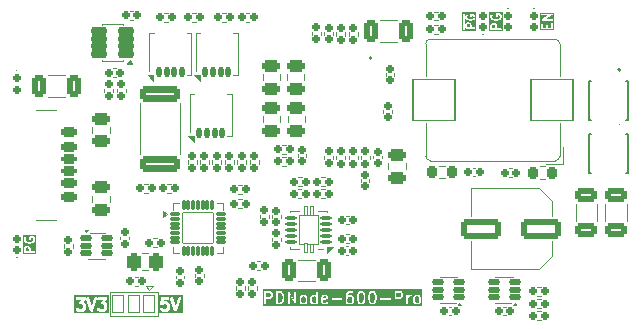
<source format=gbr>
%TF.GenerationSoftware,KiCad,Pcbnew,9.0.2*%
%TF.CreationDate,2026-02-04T23:22:00+01:00*%
%TF.ProjectId,PDNode-600,50444e6f-6465-42d3-9630-302e6b696361,rev?*%
%TF.SameCoordinates,Original*%
%TF.FileFunction,Legend,Top*%
%TF.FilePolarity,Positive*%
%FSLAX46Y46*%
G04 Gerber Fmt 4.6, Leading zero omitted, Abs format (unit mm)*
G04 Created by KiCad (PCBNEW 9.0.2) date 2026-02-04 23:22:00*
%MOMM*%
%LPD*%
G01*
G04 APERTURE LIST*
G04 Aperture macros list*
%AMRoundRect*
0 Rectangle with rounded corners*
0 $1 Rounding radius*
0 $2 $3 $4 $5 $6 $7 $8 $9 X,Y pos of 4 corners*
0 Add a 4 corners polygon primitive as box body*
4,1,4,$2,$3,$4,$5,$6,$7,$8,$9,$2,$3,0*
0 Add four circle primitives for the rounded corners*
1,1,$1+$1,$2,$3*
1,1,$1+$1,$4,$5*
1,1,$1+$1,$6,$7*
1,1,$1+$1,$8,$9*
0 Add four rect primitives between the rounded corners*
20,1,$1+$1,$2,$3,$4,$5,0*
20,1,$1+$1,$4,$5,$6,$7,0*
20,1,$1+$1,$6,$7,$8,$9,0*
20,1,$1+$1,$8,$9,$2,$3,0*%
%AMFreePoly0*
4,1,37,1.430355,1.220355,1.445000,1.185000,1.445000,0.765000,1.430355,0.729645,1.395000,0.715000,0.905000,0.715000,0.905000,0.585000,1.395000,0.585000,1.430355,0.570355,1.445000,0.535000,1.445000,0.115000,1.430355,0.079645,1.395000,0.065000,0.905000,0.065000,0.905000,-0.065000,1.395000,-0.065000,1.430355,-0.079645,1.445000,-0.115000,1.445000,-0.535000,1.430355,-0.570355,
1.395000,-0.585000,0.905000,-0.585000,0.905000,-0.715000,1.395000,-0.715000,1.430355,-0.729645,1.445000,-0.765000,1.445000,-1.185000,1.430355,-1.220355,1.395000,-1.235000,-0.855000,-1.235000,-0.890355,-1.220355,-0.905000,-1.185000,-0.905000,1.185000,-0.890355,1.220355,-0.855000,1.235000,1.395000,1.235000,1.430355,1.220355,1.430355,1.220355,$1*%
G04 Aperture macros list end*
%ADD10C,0.250000*%
%ADD11C,0.150000*%
%ADD12C,0.100000*%
%ADD13C,0.120000*%
%ADD14C,0.200000*%
%ADD15C,0.127000*%
%ADD16C,0.010000*%
%ADD17RoundRect,0.172500X-0.197500X0.172500X-0.197500X-0.172500X0.197500X-0.172500X0.197500X0.172500X0*%
%ADD18RoundRect,0.160000X-0.160000X-0.210000X0.160000X-0.210000X0.160000X0.210000X-0.160000X0.210000X0*%
%ADD19RoundRect,0.225000X-0.225000X-0.300000X0.225000X-0.300000X0.225000X0.300000X-0.225000X0.300000X0*%
%ADD20RoundRect,0.225000X0.225000X0.300000X-0.225000X0.300000X-0.225000X-0.300000X0.225000X-0.300000X0*%
%ADD21RoundRect,0.165000X-0.165000X-0.195000X0.165000X-0.195000X0.165000X0.195000X-0.165000X0.195000X0*%
%ADD22RoundRect,0.050000X0.500000X0.750000X-0.500000X0.750000X-0.500000X-0.750000X0.500000X-0.750000X0*%
%ADD23RoundRect,0.125000X-0.425000X-0.125000X0.425000X-0.125000X0.425000X0.125000X-0.425000X0.125000X0*%
%ADD24RoundRect,0.095000X0.380000X0.095000X-0.380000X0.095000X-0.380000X-0.095000X0.380000X-0.095000X0*%
%ADD25RoundRect,0.050000X0.140000X0.350000X-0.140000X0.350000X-0.140000X-0.350000X0.140000X-0.350000X0*%
%ADD26RoundRect,0.050000X0.825000X1.200000X-0.825000X1.200000X-0.825000X-1.200000X0.825000X-1.200000X0*%
%ADD27RoundRect,0.172500X0.197500X-0.172500X0.197500X0.172500X-0.197500X0.172500X-0.197500X-0.172500X0*%
%ADD28RoundRect,0.165000X0.195000X-0.165000X0.195000X0.165000X-0.195000X0.165000X-0.195000X-0.165000X0*%
%ADD29RoundRect,0.271739X-0.353261X-0.678261X0.353261X-0.678261X0.353261X0.678261X-0.353261X0.678261X0*%
%ADD30C,0.800000*%
%ADD31C,4.500000*%
%ADD32RoundRect,0.130000X0.130000X-0.270000X0.130000X0.270000X-0.130000X0.270000X-0.130000X-0.270000X0*%
%ADD33FreePoly0,90.000000*%
%ADD34RoundRect,0.050000X1.775000X1.750000X-1.775000X1.750000X-1.775000X-1.750000X1.775000X-1.750000X0*%
%ADD35RoundRect,0.265625X1.446875X0.584375X-1.446875X0.584375X-1.446875X-0.584375X1.446875X-0.584375X0*%
%ADD36RoundRect,0.087500X-0.375000X-0.087500X0.375000X-0.087500X0.375000X0.087500X-0.375000X0.087500X0*%
%ADD37RoundRect,0.087500X-0.087500X-0.375000X0.087500X-0.375000X0.087500X0.375000X-0.087500X0.375000X0*%
%ADD38RoundRect,0.050000X-1.300000X-1.300000X1.300000X-1.300000X1.300000X1.300000X-1.300000X1.300000X0*%
%ADD39RoundRect,0.160000X0.160000X0.210000X-0.160000X0.210000X-0.160000X-0.210000X0.160000X-0.210000X0*%
%ADD40RoundRect,0.274390X-0.288110X-0.475610X0.288110X-0.475610X0.288110X0.475610X-0.288110X0.475610X0*%
%ADD41RoundRect,0.271739X-0.678261X0.353261X-0.678261X-0.353261X0.678261X-0.353261X0.678261X0.353261X0*%
%ADD42RoundRect,0.160000X-0.210000X0.160000X-0.210000X-0.160000X0.210000X-0.160000X0.210000X0.160000X0*%
%ADD43RoundRect,0.200000X-0.450000X0.200000X-0.450000X-0.200000X0.450000X-0.200000X0.450000X0.200000X0*%
%ADD44RoundRect,0.215000X0.435000X-0.215000X0.435000X0.215000X-0.435000X0.215000X-0.435000X-0.215000X0*%
%ADD45RoundRect,0.225000X0.425000X-0.225000X0.425000X0.225000X-0.425000X0.225000X-0.425000X-0.225000X0*%
%ADD46RoundRect,0.200000X0.450000X-0.200000X0.450000X0.200000X-0.450000X0.200000X-0.450000X-0.200000X0*%
%ADD47RoundRect,0.215000X-0.435000X0.215000X-0.435000X-0.215000X0.435000X-0.215000X0.435000X0.215000X0*%
%ADD48RoundRect,0.225000X-0.425000X0.225000X-0.425000X-0.225000X0.425000X-0.225000X0.425000X0.225000X0*%
%ADD49O,1.800000X1.200000*%
%ADD50RoundRect,0.165000X0.165000X0.195000X-0.165000X0.195000X-0.165000X-0.195000X0.165000X-0.195000X0*%
%ADD51RoundRect,0.275000X0.500000X-0.275000X0.500000X0.275000X-0.500000X0.275000X-0.500000X-0.275000X0*%
%ADD52RoundRect,0.050000X-0.350000X-2.150000X0.350000X-2.150000X0.350000X2.150000X-0.350000X2.150000X0*%
%ADD53RoundRect,0.050000X-0.350000X-1.600000X0.350000X-1.600000X0.350000X1.600000X-0.350000X1.600000X0*%
%ADD54RoundRect,0.160000X0.210000X-0.160000X0.210000X0.160000X-0.210000X0.160000X-0.210000X-0.160000X0*%
%ADD55RoundRect,0.271739X0.353261X0.678261X-0.353261X0.678261X-0.353261X-0.678261X0.353261X-0.678261X0*%
%ADD56RoundRect,0.165000X-0.195000X0.165000X-0.195000X-0.165000X0.195000X-0.165000X0.195000X0.165000X0*%
%ADD57RoundRect,0.125000X0.425000X0.125000X-0.425000X0.125000X-0.425000X-0.125000X0.425000X-0.125000X0*%
%ADD58RoundRect,0.275000X-0.500000X0.275000X-0.500000X-0.275000X0.500000X-0.275000X0.500000X0.275000X0*%
%ADD59RoundRect,0.150000X0.562500X0.150000X-0.562500X0.150000X-0.562500X-0.150000X0.562500X-0.150000X0*%
%ADD60RoundRect,0.270409X-1.454591X0.392091X-1.454591X-0.392091X1.454591X-0.392091X1.454591X0.392091X0*%
G04 APERTURE END LIST*
D10*
G36*
X8912155Y9462981D02*
G01*
X5985986Y9462981D01*
X5985986Y10737367D01*
X6110986Y10737367D01*
X6110986Y10688595D01*
X6129650Y10643535D01*
X6164138Y10609047D01*
X6209198Y10590383D01*
X6233584Y10587981D01*
X6577160Y10587981D01*
X6425226Y10414342D01*
X6417690Y10403802D01*
X6415364Y10401475D01*
X6414450Y10399270D01*
X6410975Y10394408D01*
X6404468Y10375170D01*
X6396700Y10356415D01*
X6396700Y10352202D01*
X6395349Y10348207D01*
X6396700Y10327946D01*
X6396700Y10307643D01*
X6398313Y10303748D01*
X6398594Y10299541D01*
X6407593Y10281343D01*
X6415364Y10262583D01*
X6418345Y10259602D01*
X6420214Y10255823D01*
X6435494Y10242453D01*
X6449852Y10228095D01*
X6453746Y10226482D01*
X6456919Y10223706D01*
X6476157Y10217200D01*
X6494912Y10209431D01*
X6500856Y10208846D01*
X6503120Y10208080D01*
X6506404Y10208300D01*
X6519298Y10207029D01*
X6632647Y10207029D01*
X6683348Y10181679D01*
X6702280Y10162746D01*
X6727631Y10112045D01*
X6727631Y9932967D01*
X6702279Y9882264D01*
X6683348Y9863332D01*
X6632647Y9837981D01*
X6405950Y9837981D01*
X6355248Y9863332D01*
X6321973Y9896607D01*
X6303031Y9912153D01*
X6257972Y9930818D01*
X6209199Y9930818D01*
X6164139Y9912154D01*
X6129651Y9877667D01*
X6110986Y9832608D01*
X6110986Y9783835D01*
X6129650Y9738775D01*
X6145195Y9719833D01*
X6192814Y9672213D01*
X6202402Y9664344D01*
X6204564Y9661851D01*
X6208318Y9659488D01*
X6211755Y9656667D01*
X6214808Y9655403D01*
X6225301Y9648797D01*
X6320539Y9601178D01*
X6343425Y9592420D01*
X6347905Y9592102D01*
X6352055Y9590383D01*
X6376441Y9587981D01*
X6662155Y9587981D01*
X6686541Y9590383D01*
X6690689Y9592102D01*
X6695171Y9592420D01*
X6718057Y9601178D01*
X6813294Y9648796D01*
X6823790Y9655404D01*
X6826840Y9656667D01*
X6830273Y9659486D01*
X6834032Y9661851D01*
X6836194Y9664345D01*
X6845782Y9672213D01*
X6893401Y9719832D01*
X6901268Y9729420D01*
X6903761Y9731581D01*
X6906127Y9735341D01*
X6908946Y9738775D01*
X6910208Y9741824D01*
X6916815Y9752318D01*
X6964434Y9847556D01*
X6973192Y9870442D01*
X6973510Y9874923D01*
X6975229Y9879072D01*
X6977631Y9903458D01*
X6977631Y10141553D01*
X6975229Y10165939D01*
X6973510Y10170089D01*
X6973192Y10174569D01*
X6964434Y10197455D01*
X6916815Y10292693D01*
X6910208Y10303188D01*
X6908945Y10306238D01*
X6906126Y10309673D01*
X6903761Y10313430D01*
X6901269Y10315592D01*
X6893400Y10325180D01*
X6845781Y10372798D01*
X6836195Y10380665D01*
X6834032Y10383159D01*
X6830270Y10385528D01*
X6826839Y10388343D01*
X6823792Y10389605D01*
X6813294Y10396214D01*
X6763388Y10421167D01*
X6946703Y10630668D01*
X6954238Y10641209D01*
X6956565Y10643535D01*
X6957478Y10645741D01*
X6960954Y10650602D01*
X6967460Y10669841D01*
X6975229Y10688595D01*
X6975229Y10692809D01*
X6976580Y10696803D01*
X6976544Y10697347D01*
X7014328Y10697347D01*
X7019761Y10673453D01*
X7353093Y9673453D01*
X7363084Y9651078D01*
X7368934Y9644332D01*
X7372930Y9636341D01*
X7384770Y9626073D01*
X7395039Y9614232D01*
X7403030Y9610237D01*
X7409776Y9604386D01*
X7424641Y9599431D01*
X7438663Y9592420D01*
X7447573Y9591787D01*
X7456045Y9588963D01*
X7471678Y9590074D01*
X7487313Y9588963D01*
X7495784Y9591787D01*
X7504694Y9592420D01*
X7518714Y9599431D01*
X7533582Y9604386D01*
X7540327Y9610237D01*
X7548319Y9614232D01*
X7558590Y9626076D01*
X7570428Y9636342D01*
X7574422Y9644331D01*
X7580274Y9651078D01*
X7590264Y9673453D01*
X7923597Y10673452D01*
X7924725Y10678417D01*
X7939174Y10643535D01*
X7973662Y10609047D01*
X8018722Y10590383D01*
X8043108Y10587981D01*
X8386684Y10587981D01*
X8234750Y10414342D01*
X8227214Y10403802D01*
X8224888Y10401475D01*
X8223974Y10399270D01*
X8220499Y10394408D01*
X8213992Y10375170D01*
X8206224Y10356415D01*
X8206224Y10352202D01*
X8204873Y10348207D01*
X8206224Y10327946D01*
X8206224Y10307643D01*
X8207837Y10303748D01*
X8208118Y10299541D01*
X8217117Y10281343D01*
X8224888Y10262583D01*
X8227869Y10259602D01*
X8229738Y10255823D01*
X8245018Y10242453D01*
X8259376Y10228095D01*
X8263270Y10226482D01*
X8266443Y10223706D01*
X8285681Y10217200D01*
X8304436Y10209431D01*
X8310380Y10208846D01*
X8312644Y10208080D01*
X8315928Y10208300D01*
X8328822Y10207029D01*
X8442171Y10207029D01*
X8492872Y10181679D01*
X8511804Y10162746D01*
X8537155Y10112045D01*
X8537155Y9932967D01*
X8511803Y9882264D01*
X8492872Y9863332D01*
X8442171Y9837981D01*
X8215474Y9837981D01*
X8164772Y9863332D01*
X8131497Y9896607D01*
X8112555Y9912153D01*
X8067496Y9930818D01*
X8018723Y9930818D01*
X7973663Y9912154D01*
X7939175Y9877667D01*
X7920510Y9832608D01*
X7920510Y9783835D01*
X7939174Y9738775D01*
X7954719Y9719833D01*
X8002338Y9672213D01*
X8011926Y9664344D01*
X8014088Y9661851D01*
X8017842Y9659488D01*
X8021279Y9656667D01*
X8024332Y9655403D01*
X8034825Y9648797D01*
X8130063Y9601178D01*
X8152949Y9592420D01*
X8157429Y9592102D01*
X8161579Y9590383D01*
X8185965Y9587981D01*
X8471679Y9587981D01*
X8496065Y9590383D01*
X8500213Y9592102D01*
X8504695Y9592420D01*
X8527581Y9601178D01*
X8622818Y9648796D01*
X8633314Y9655404D01*
X8636364Y9656667D01*
X8639797Y9659486D01*
X8643556Y9661851D01*
X8645718Y9664345D01*
X8655306Y9672213D01*
X8702925Y9719832D01*
X8710792Y9729420D01*
X8713285Y9731581D01*
X8715651Y9735341D01*
X8718470Y9738775D01*
X8719732Y9741824D01*
X8726339Y9752318D01*
X8773958Y9847556D01*
X8782716Y9870442D01*
X8783034Y9874923D01*
X8784753Y9879072D01*
X8787155Y9903458D01*
X8787155Y10141553D01*
X8784753Y10165939D01*
X8783034Y10170089D01*
X8782716Y10174569D01*
X8773958Y10197455D01*
X8726339Y10292693D01*
X8719732Y10303188D01*
X8718469Y10306238D01*
X8715650Y10309673D01*
X8713285Y10313430D01*
X8710793Y10315592D01*
X8702924Y10325180D01*
X8655305Y10372798D01*
X8645719Y10380665D01*
X8643556Y10383159D01*
X8639794Y10385528D01*
X8636363Y10388343D01*
X8633316Y10389605D01*
X8622818Y10396214D01*
X8572912Y10421167D01*
X8756227Y10630668D01*
X8763762Y10641209D01*
X8766089Y10643535D01*
X8767002Y10645741D01*
X8770478Y10650602D01*
X8776984Y10669841D01*
X8784753Y10688595D01*
X8784753Y10692809D01*
X8786104Y10696803D01*
X8784753Y10717071D01*
X8784753Y10737367D01*
X8783140Y10741260D01*
X8782860Y10745469D01*
X8773856Y10763675D01*
X8766089Y10782427D01*
X8763107Y10785409D01*
X8761239Y10789187D01*
X8745958Y10802558D01*
X8731601Y10816915D01*
X8727706Y10818529D01*
X8724534Y10821304D01*
X8705295Y10827811D01*
X8686541Y10835579D01*
X8680596Y10836165D01*
X8678333Y10836930D01*
X8675048Y10836712D01*
X8662155Y10837981D01*
X8043108Y10837981D01*
X8018722Y10835579D01*
X7973662Y10816915D01*
X7939174Y10782427D01*
X7924758Y10747625D01*
X7903761Y10789620D01*
X7866915Y10821576D01*
X7820646Y10836999D01*
X7771996Y10833542D01*
X7728372Y10811730D01*
X7696417Y10774884D01*
X7686426Y10752509D01*
X7471678Y10108266D01*
X7256931Y10752509D01*
X7246941Y10774884D01*
X7214986Y10811730D01*
X7171361Y10833542D01*
X7122712Y10836999D01*
X7076443Y10821576D01*
X7039597Y10789621D01*
X7017785Y10745996D01*
X7014328Y10697347D01*
X6976544Y10697347D01*
X6975229Y10717071D01*
X6975229Y10737367D01*
X6973616Y10741260D01*
X6973336Y10745469D01*
X6964332Y10763675D01*
X6956565Y10782427D01*
X6953583Y10785409D01*
X6951715Y10789187D01*
X6936434Y10802558D01*
X6922077Y10816915D01*
X6918182Y10818529D01*
X6915010Y10821304D01*
X6895771Y10827811D01*
X6877017Y10835579D01*
X6871072Y10836165D01*
X6868809Y10836930D01*
X6865524Y10836712D01*
X6852631Y10837981D01*
X6233584Y10837981D01*
X6209198Y10835579D01*
X6164138Y10816915D01*
X6129650Y10782427D01*
X6110986Y10737367D01*
X5985986Y10737367D01*
X5985986Y10962981D01*
X8912155Y10962981D01*
X8912155Y9462981D01*
G37*
G36*
X15160671Y9462981D02*
G01*
X13138428Y9462981D01*
X13138428Y10224725D01*
X13263428Y10224725D01*
X13265246Y10218700D01*
X13265246Y10212404D01*
X13272237Y10195525D01*
X13277516Y10178031D01*
X13281503Y10173158D01*
X13283911Y10167345D01*
X13296826Y10154430D01*
X13308401Y10140283D01*
X13313949Y10137307D01*
X13318398Y10132858D01*
X13335276Y10125867D01*
X13351380Y10117228D01*
X13357641Y10116602D01*
X13363457Y10114193D01*
X13381730Y10114193D01*
X13399910Y10112375D01*
X13405936Y10114193D01*
X13412231Y10114193D01*
X13429110Y10121185D01*
X13446604Y10126463D01*
X13451477Y10130451D01*
X13457290Y10132858D01*
X13476232Y10148403D01*
X13509508Y10181679D01*
X13560210Y10207029D01*
X13739288Y10207029D01*
X13789989Y10181679D01*
X13808921Y10162746D01*
X13834272Y10112045D01*
X13834272Y9932967D01*
X13808920Y9882264D01*
X13789989Y9863332D01*
X13739288Y9837981D01*
X13560210Y9837981D01*
X13509508Y9863332D01*
X13476233Y9896607D01*
X13457291Y9912153D01*
X13412232Y9930818D01*
X13363459Y9930818D01*
X13318399Y9912154D01*
X13283911Y9877667D01*
X13265246Y9832608D01*
X13265246Y9783835D01*
X13283910Y9738775D01*
X13299455Y9719833D01*
X13347074Y9672213D01*
X13356662Y9664344D01*
X13358824Y9661851D01*
X13362578Y9659488D01*
X13366015Y9656667D01*
X13369068Y9655403D01*
X13379561Y9648797D01*
X13474799Y9601178D01*
X13497685Y9592420D01*
X13502165Y9592102D01*
X13506315Y9590383D01*
X13530701Y9587981D01*
X13768796Y9587981D01*
X13793182Y9590383D01*
X13797330Y9592102D01*
X13801812Y9592420D01*
X13824698Y9601178D01*
X13919935Y9648796D01*
X13930431Y9655404D01*
X13933481Y9656667D01*
X13936914Y9659486D01*
X13940673Y9661851D01*
X13942835Y9664345D01*
X13952423Y9672213D01*
X14000042Y9719832D01*
X14007909Y9729420D01*
X14010402Y9731581D01*
X14012768Y9735341D01*
X14015587Y9738775D01*
X14016849Y9741824D01*
X14023456Y9752318D01*
X14071075Y9847556D01*
X14079833Y9870442D01*
X14080151Y9874923D01*
X14081870Y9879072D01*
X14084272Y9903458D01*
X14084272Y10141553D01*
X14081870Y10165939D01*
X14080151Y10170089D01*
X14079833Y10174569D01*
X14071075Y10197455D01*
X14023456Y10292693D01*
X14016849Y10303188D01*
X14015586Y10306238D01*
X14012767Y10309673D01*
X14010402Y10313430D01*
X14007910Y10315592D01*
X14000041Y10325180D01*
X13952422Y10372798D01*
X13942836Y10380665D01*
X13940673Y10383159D01*
X13936911Y10385528D01*
X13933480Y10388343D01*
X13930433Y10389605D01*
X13919935Y10396214D01*
X13824698Y10443832D01*
X13801812Y10452590D01*
X13797330Y10452909D01*
X13793182Y10454627D01*
X13768796Y10457029D01*
X13535492Y10457029D01*
X13548587Y10587981D01*
X13911653Y10587981D01*
X13936039Y10590383D01*
X13981099Y10609047D01*
X14015587Y10643535D01*
X14034251Y10688595D01*
X14034251Y10697347D01*
X14120969Y10697347D01*
X14126402Y10673453D01*
X14459734Y9673453D01*
X14469725Y9651078D01*
X14475575Y9644332D01*
X14479571Y9636341D01*
X14491411Y9626073D01*
X14501680Y9614232D01*
X14509671Y9610237D01*
X14516417Y9604386D01*
X14531282Y9599431D01*
X14545304Y9592420D01*
X14554214Y9591787D01*
X14562686Y9588963D01*
X14578319Y9590074D01*
X14593954Y9588963D01*
X14602425Y9591787D01*
X14611335Y9592420D01*
X14625355Y9599431D01*
X14640223Y9604386D01*
X14646968Y9610237D01*
X14654960Y9614232D01*
X14665231Y9626076D01*
X14677069Y9636342D01*
X14681063Y9644331D01*
X14686915Y9651078D01*
X14696905Y9673453D01*
X15030238Y10673452D01*
X15035671Y10697346D01*
X15032214Y10745996D01*
X15010402Y10789620D01*
X14973556Y10821576D01*
X14927287Y10836999D01*
X14878637Y10833542D01*
X14835013Y10811730D01*
X14803058Y10774884D01*
X14793067Y10752509D01*
X14578319Y10108266D01*
X14363572Y10752509D01*
X14353582Y10774884D01*
X14321627Y10811730D01*
X14278002Y10833542D01*
X14229353Y10836999D01*
X14183084Y10821576D01*
X14146238Y10789621D01*
X14124426Y10745996D01*
X14120969Y10697347D01*
X14034251Y10697347D01*
X14034251Y10737367D01*
X14015587Y10782427D01*
X13981099Y10816915D01*
X13936039Y10835579D01*
X13911653Y10837981D01*
X13435463Y10837981D01*
X13426442Y10837093D01*
X13423397Y10837397D01*
X13420422Y10836500D01*
X13411077Y10835579D01*
X13394195Y10828587D01*
X13376703Y10823309D01*
X13371831Y10819324D01*
X13366017Y10816915D01*
X13353096Y10803995D01*
X13338955Y10792424D01*
X13335979Y10786878D01*
X13331529Y10782427D01*
X13324536Y10765545D01*
X13315900Y10749445D01*
X13314053Y10740238D01*
X13312865Y10737367D01*
X13312865Y10734308D01*
X13311083Y10725419D01*
X13263464Y10249229D01*
X13263428Y10224725D01*
X13138428Y10224725D01*
X13138428Y10962981D01*
X15160671Y10962981D01*
X15160671Y9462981D01*
G37*
D11*
G36*
X2092725Y14996569D02*
G01*
X2113608Y14975686D01*
X2138342Y14926218D01*
X2138342Y14714161D01*
X1869295Y14714161D01*
X1869295Y14926218D01*
X1894029Y14975686D01*
X1914912Y14996570D01*
X1964381Y15021304D01*
X2043256Y15021304D01*
X2092725Y14996569D01*
G37*
G36*
X2758184Y14475272D02*
G01*
X1630406Y14475272D01*
X1630406Y14943923D01*
X1719295Y14943923D01*
X1719295Y14639161D01*
X1720736Y14624529D01*
X1731935Y14597493D01*
X1752627Y14576801D01*
X1779663Y14565602D01*
X1794295Y14564161D01*
X2594295Y14564161D01*
X2608927Y14565602D01*
X2635963Y14576801D01*
X2656655Y14597493D01*
X2667854Y14624529D01*
X2667854Y14653793D01*
X2656655Y14680829D01*
X2635963Y14701521D01*
X2608927Y14712720D01*
X2594295Y14714161D01*
X2288342Y14714161D01*
X2288342Y14943923D01*
X2286901Y14958555D01*
X2285869Y14961045D01*
X2285679Y14963732D01*
X2280424Y14977464D01*
X2242329Y15053654D01*
X2238364Y15059954D01*
X2237607Y15061781D01*
X2235918Y15063838D01*
X2234497Y15066097D01*
X2232998Y15067397D01*
X2228280Y15073146D01*
X2190185Y15111241D01*
X2184432Y15115962D01*
X2183136Y15117457D01*
X2180881Y15118877D01*
X2178820Y15120568D01*
X2176989Y15121327D01*
X2170693Y15125290D01*
X2094502Y15163386D01*
X2080771Y15168641D01*
X2078081Y15168833D01*
X2075593Y15169863D01*
X2060961Y15171304D01*
X1946676Y15171304D01*
X1932044Y15169863D01*
X1929555Y15168833D01*
X1926866Y15168641D01*
X1913134Y15163386D01*
X1836944Y15125290D01*
X1830647Y15121327D01*
X1828817Y15120568D01*
X1826755Y15118877D01*
X1824501Y15117457D01*
X1823204Y15115962D01*
X1817452Y15111241D01*
X1779357Y15073146D01*
X1774638Y15067397D01*
X1773140Y15066097D01*
X1771718Y15063838D01*
X1770030Y15061781D01*
X1769272Y15059954D01*
X1765308Y15053654D01*
X1727213Y14977464D01*
X1721958Y14963732D01*
X1721767Y14961045D01*
X1720736Y14958555D01*
X1719295Y14943923D01*
X1630406Y14943923D01*
X1630406Y15782018D01*
X1719295Y15782018D01*
X1719295Y15667732D01*
X1720024Y15660327D01*
X1719884Y15658352D01*
X1720474Y15655755D01*
X1720736Y15653100D01*
X1721494Y15651269D01*
X1723144Y15644015D01*
X1761239Y15529729D01*
X1767233Y15516304D01*
X1768998Y15514269D01*
X1770030Y15511778D01*
X1779357Y15500413D01*
X1855547Y15424223D01*
X1861297Y15419503D01*
X1862596Y15418006D01*
X1864850Y15416587D01*
X1866912Y15414895D01*
X1868744Y15414137D01*
X1875039Y15410174D01*
X1951230Y15372079D01*
X1952299Y15371670D01*
X1952735Y15371347D01*
X1958886Y15369149D01*
X1964962Y15366824D01*
X1965500Y15366786D01*
X1966580Y15366400D01*
X2118962Y15328304D01*
X2121498Y15327929D01*
X2122520Y15327506D01*
X2128032Y15326964D01*
X2133506Y15326154D01*
X2134598Y15326317D01*
X2137152Y15326065D01*
X2251438Y15326065D01*
X2253991Y15326317D01*
X2255084Y15326154D01*
X2260558Y15326964D01*
X2266070Y15327506D01*
X2267090Y15327929D01*
X2269629Y15328304D01*
X2422010Y15366400D01*
X2423089Y15366786D01*
X2423628Y15366824D01*
X2429703Y15369149D01*
X2435855Y15371347D01*
X2436290Y15371670D01*
X2437360Y15372079D01*
X2513550Y15410174D01*
X2519846Y15414138D01*
X2521676Y15414895D01*
X2523734Y15416585D01*
X2525993Y15418006D01*
X2527292Y15419505D01*
X2533042Y15424223D01*
X2609233Y15500413D01*
X2618560Y15511778D01*
X2619591Y15514269D01*
X2621357Y15516304D01*
X2627351Y15529729D01*
X2665446Y15644015D01*
X2667095Y15651269D01*
X2667854Y15653100D01*
X2668115Y15655755D01*
X2668706Y15658352D01*
X2668565Y15660327D01*
X2669295Y15667732D01*
X2669295Y15743923D01*
X2668565Y15751329D01*
X2668706Y15753303D01*
X2668115Y15755901D01*
X2667854Y15758555D01*
X2667095Y15760387D01*
X2665446Y15767640D01*
X2627351Y15881925D01*
X2621357Y15895351D01*
X2619592Y15897386D01*
X2618561Y15899876D01*
X2609233Y15911241D01*
X2571137Y15949337D01*
X2559772Y15958664D01*
X2532736Y15969863D01*
X2518104Y15971304D01*
X2251438Y15971304D01*
X2236806Y15969863D01*
X2209770Y15958664D01*
X2189078Y15937972D01*
X2177879Y15910936D01*
X2176438Y15896304D01*
X2176438Y15743923D01*
X2177879Y15729291D01*
X2189078Y15702255D01*
X2209770Y15681563D01*
X2236806Y15670364D01*
X2266070Y15670364D01*
X2293106Y15681563D01*
X2313798Y15702255D01*
X2324997Y15729291D01*
X2326438Y15743923D01*
X2326438Y15821304D01*
X2487038Y15821304D01*
X2490648Y15817694D01*
X2519295Y15731753D01*
X2519295Y15679902D01*
X2490648Y15593961D01*
X2435582Y15538896D01*
X2377642Y15509926D01*
X2242203Y15476065D01*
X2146387Y15476065D01*
X2010945Y15509926D01*
X1953006Y15538896D01*
X1897942Y15593960D01*
X1869295Y15679902D01*
X1869295Y15764313D01*
X1899472Y15824667D01*
X1904727Y15838399D01*
X1906801Y15867589D01*
X1897547Y15895350D01*
X1878374Y15917458D01*
X1852199Y15930545D01*
X1823009Y15932619D01*
X1795248Y15923365D01*
X1773140Y15904192D01*
X1765308Y15891749D01*
X1727213Y15815559D01*
X1721958Y15801827D01*
X1721767Y15799140D01*
X1720736Y15796650D01*
X1719295Y15782018D01*
X1630406Y15782018D01*
X1630406Y16060193D01*
X2758184Y16060193D01*
X2758184Y14475272D01*
G37*
G36*
X41592725Y33871569D02*
G01*
X41613608Y33850686D01*
X41638342Y33801218D01*
X41638342Y33589161D01*
X41369295Y33589161D01*
X41369295Y33801218D01*
X41394029Y33850686D01*
X41414912Y33871570D01*
X41464381Y33896304D01*
X41543256Y33896304D01*
X41592725Y33871569D01*
G37*
G36*
X42258184Y33350272D02*
G01*
X41130406Y33350272D01*
X41130406Y33818923D01*
X41219295Y33818923D01*
X41219295Y33514161D01*
X41220736Y33499529D01*
X41231935Y33472493D01*
X41252627Y33451801D01*
X41279663Y33440602D01*
X41294295Y33439161D01*
X42094295Y33439161D01*
X42108927Y33440602D01*
X42135963Y33451801D01*
X42156655Y33472493D01*
X42167854Y33499529D01*
X42167854Y33528793D01*
X42156655Y33555829D01*
X42135963Y33576521D01*
X42108927Y33587720D01*
X42094295Y33589161D01*
X41788342Y33589161D01*
X41788342Y33818923D01*
X41786901Y33833555D01*
X41785869Y33836045D01*
X41785679Y33838732D01*
X41780424Y33852464D01*
X41742329Y33928654D01*
X41738364Y33934954D01*
X41737607Y33936781D01*
X41735918Y33938838D01*
X41734497Y33941097D01*
X41732998Y33942397D01*
X41728280Y33948146D01*
X41690185Y33986241D01*
X41684432Y33990962D01*
X41683136Y33992457D01*
X41680881Y33993877D01*
X41678820Y33995568D01*
X41676989Y33996327D01*
X41670693Y34000290D01*
X41594502Y34038386D01*
X41580771Y34043641D01*
X41578081Y34043833D01*
X41575593Y34044863D01*
X41560961Y34046304D01*
X41446676Y34046304D01*
X41432044Y34044863D01*
X41429555Y34043833D01*
X41426866Y34043641D01*
X41413134Y34038386D01*
X41336944Y34000290D01*
X41330647Y33996327D01*
X41328817Y33995568D01*
X41326755Y33993877D01*
X41324501Y33992457D01*
X41323204Y33990962D01*
X41317452Y33986241D01*
X41279357Y33948146D01*
X41274638Y33942397D01*
X41273140Y33941097D01*
X41271718Y33938838D01*
X41270030Y33936781D01*
X41269272Y33934954D01*
X41265308Y33928654D01*
X41227213Y33852464D01*
X41221958Y33838732D01*
X41221767Y33836045D01*
X41220736Y33833555D01*
X41219295Y33818923D01*
X41130406Y33818923D01*
X41130406Y34657018D01*
X41219295Y34657018D01*
X41219295Y34542732D01*
X41220024Y34535327D01*
X41219884Y34533352D01*
X41220474Y34530755D01*
X41220736Y34528100D01*
X41221494Y34526269D01*
X41223144Y34519015D01*
X41261239Y34404729D01*
X41267233Y34391304D01*
X41268998Y34389269D01*
X41270030Y34386778D01*
X41279357Y34375413D01*
X41355547Y34299223D01*
X41361297Y34294503D01*
X41362596Y34293006D01*
X41364850Y34291587D01*
X41366912Y34289895D01*
X41368744Y34289137D01*
X41375039Y34285174D01*
X41451230Y34247079D01*
X41452299Y34246670D01*
X41452735Y34246347D01*
X41458886Y34244149D01*
X41464962Y34241824D01*
X41465500Y34241786D01*
X41466580Y34241400D01*
X41618962Y34203304D01*
X41621498Y34202929D01*
X41622520Y34202506D01*
X41628032Y34201964D01*
X41633506Y34201154D01*
X41634598Y34201317D01*
X41637152Y34201065D01*
X41751438Y34201065D01*
X41753991Y34201317D01*
X41755084Y34201154D01*
X41760558Y34201964D01*
X41766070Y34202506D01*
X41767090Y34202929D01*
X41769629Y34203304D01*
X41922010Y34241400D01*
X41923089Y34241786D01*
X41923628Y34241824D01*
X41929703Y34244149D01*
X41935855Y34246347D01*
X41936290Y34246670D01*
X41937360Y34247079D01*
X42013550Y34285174D01*
X42019846Y34289138D01*
X42021676Y34289895D01*
X42023734Y34291585D01*
X42025993Y34293006D01*
X42027292Y34294505D01*
X42033042Y34299223D01*
X42109233Y34375413D01*
X42118560Y34386778D01*
X42119591Y34389269D01*
X42121357Y34391304D01*
X42127351Y34404729D01*
X42165446Y34519015D01*
X42167095Y34526269D01*
X42167854Y34528100D01*
X42168115Y34530755D01*
X42168706Y34533352D01*
X42168565Y34535327D01*
X42169295Y34542732D01*
X42169295Y34618923D01*
X42168565Y34626329D01*
X42168706Y34628303D01*
X42168115Y34630901D01*
X42167854Y34633555D01*
X42167095Y34635387D01*
X42165446Y34642640D01*
X42127351Y34756925D01*
X42121357Y34770351D01*
X42119592Y34772386D01*
X42118561Y34774876D01*
X42109233Y34786241D01*
X42071137Y34824337D01*
X42059772Y34833664D01*
X42032736Y34844863D01*
X42018104Y34846304D01*
X41751438Y34846304D01*
X41736806Y34844863D01*
X41709770Y34833664D01*
X41689078Y34812972D01*
X41677879Y34785936D01*
X41676438Y34771304D01*
X41676438Y34618923D01*
X41677879Y34604291D01*
X41689078Y34577255D01*
X41709770Y34556563D01*
X41736806Y34545364D01*
X41766070Y34545364D01*
X41793106Y34556563D01*
X41813798Y34577255D01*
X41824997Y34604291D01*
X41826438Y34618923D01*
X41826438Y34696304D01*
X41987038Y34696304D01*
X41990648Y34692694D01*
X42019295Y34606753D01*
X42019295Y34554902D01*
X41990648Y34468961D01*
X41935582Y34413896D01*
X41877642Y34384926D01*
X41742203Y34351065D01*
X41646387Y34351065D01*
X41510945Y34384926D01*
X41453006Y34413896D01*
X41397942Y34468960D01*
X41369295Y34554902D01*
X41369295Y34639313D01*
X41399472Y34699667D01*
X41404727Y34713399D01*
X41406801Y34742589D01*
X41397547Y34770350D01*
X41378374Y34792458D01*
X41352199Y34805545D01*
X41323009Y34807619D01*
X41295248Y34798365D01*
X41273140Y34779192D01*
X41265308Y34766749D01*
X41227213Y34690559D01*
X41221958Y34676827D01*
X41221767Y34674140D01*
X41220736Y34671650D01*
X41219295Y34657018D01*
X41130406Y34657018D01*
X41130406Y34935193D01*
X42258184Y34935193D01*
X42258184Y33350272D01*
G37*
G36*
X46583184Y33400272D02*
G01*
X45455406Y33400272D01*
X45455406Y33945113D01*
X45544295Y33945113D01*
X45544295Y33564161D01*
X45545736Y33549529D01*
X45556935Y33522493D01*
X45577627Y33501801D01*
X45604663Y33490602D01*
X45619295Y33489161D01*
X46419295Y33489161D01*
X46433927Y33490602D01*
X46460963Y33501801D01*
X46481655Y33522493D01*
X46492854Y33549529D01*
X46494295Y33564161D01*
X46494295Y33945113D01*
X46492854Y33959745D01*
X46481655Y33986781D01*
X46460963Y34007473D01*
X46433927Y34018672D01*
X46404663Y34018672D01*
X46377627Y34007473D01*
X46356935Y33986781D01*
X46345736Y33959745D01*
X46344295Y33945113D01*
X46344295Y33639161D01*
X46075247Y33639161D01*
X46075247Y33830827D01*
X46073806Y33845459D01*
X46062607Y33872495D01*
X46041915Y33893187D01*
X46014879Y33904386D01*
X45985615Y33904386D01*
X45958579Y33893187D01*
X45937887Y33872495D01*
X45926688Y33845459D01*
X45925247Y33830827D01*
X45925247Y33639161D01*
X45694295Y33639161D01*
X45694295Y33945113D01*
X45692854Y33959745D01*
X45681655Y33986781D01*
X45660963Y34007473D01*
X45633927Y34018672D01*
X45604663Y34018672D01*
X45577627Y34007473D01*
X45556935Y33986781D01*
X45545736Y33959745D01*
X45544295Y33945113D01*
X45455406Y33945113D01*
X45455406Y34293210D01*
X45544478Y34293210D01*
X45545736Y34283314D01*
X45545736Y34273339D01*
X45547565Y34268924D01*
X45548168Y34264180D01*
X45553118Y34255516D01*
X45556935Y34246303D01*
X45560313Y34242925D01*
X45562687Y34238771D01*
X45570576Y34232662D01*
X45577627Y34225611D01*
X45582043Y34223782D01*
X45585824Y34220854D01*
X45595447Y34218230D01*
X45604663Y34214412D01*
X45612145Y34213676D01*
X45614056Y34213154D01*
X45615531Y34213342D01*
X45619295Y34212971D01*
X46419295Y34212971D01*
X46433927Y34214412D01*
X46460963Y34225611D01*
X46481655Y34246303D01*
X46492854Y34273339D01*
X46492854Y34302603D01*
X46481655Y34329639D01*
X46460963Y34350331D01*
X46433927Y34361530D01*
X46419295Y34362971D01*
X45901711Y34362971D01*
X46456505Y34679996D01*
X46459588Y34682185D01*
X46460963Y34682754D01*
X46462362Y34684154D01*
X46468495Y34688506D01*
X46474603Y34696395D01*
X46481655Y34703446D01*
X46483485Y34707865D01*
X46486412Y34711644D01*
X46489036Y34721266D01*
X46492854Y34730482D01*
X46492854Y34735263D01*
X46494112Y34739875D01*
X46492854Y34749772D01*
X46492854Y34759746D01*
X46491024Y34764162D01*
X46490422Y34768905D01*
X46485471Y34777570D01*
X46481655Y34786782D01*
X46478276Y34790161D01*
X46475903Y34794314D01*
X46468013Y34800424D01*
X46460963Y34807474D01*
X46456546Y34809304D01*
X46452766Y34812231D01*
X46443142Y34814856D01*
X46433927Y34818673D01*
X46426444Y34819410D01*
X46424534Y34819931D01*
X46423058Y34819744D01*
X46419295Y34820114D01*
X45619295Y34820114D01*
X45604663Y34818673D01*
X45577627Y34807474D01*
X45556935Y34786782D01*
X45545736Y34759746D01*
X45545736Y34730482D01*
X45556935Y34703446D01*
X45577627Y34682754D01*
X45604663Y34671555D01*
X45619295Y34670114D01*
X46136879Y34670114D01*
X45582085Y34353089D01*
X45579001Y34350901D01*
X45577627Y34350331D01*
X45576227Y34348932D01*
X45570095Y34344579D01*
X45563985Y34336690D01*
X45556935Y34329639D01*
X45555105Y34325223D01*
X45552178Y34321442D01*
X45549553Y34311819D01*
X45545736Y34302603D01*
X45545736Y34297823D01*
X45544478Y34293210D01*
X45455406Y34293210D01*
X45455406Y34909003D01*
X46583184Y34909003D01*
X46583184Y33400272D01*
G37*
G36*
X39437104Y33920380D02*
G01*
X39453226Y33904259D01*
X39473200Y33864312D01*
X39473200Y33690351D01*
X39256533Y33690351D01*
X39256533Y33864313D01*
X39276505Y33904257D01*
X39292627Y33920379D01*
X39332571Y33940351D01*
X39397161Y33940351D01*
X39437104Y33920380D01*
G37*
G36*
X40034311Y33367347D02*
G01*
X38834422Y33367347D01*
X38834422Y34778684D01*
X38912200Y34778684D01*
X38912200Y33518684D01*
X38913641Y33504052D01*
X38924840Y33477016D01*
X38945532Y33456324D01*
X38972568Y33445125D01*
X39001832Y33445125D01*
X39028868Y33456324D01*
X39049560Y33477016D01*
X39060759Y33504052D01*
X39062200Y33518684D01*
X39062200Y33882018D01*
X39106533Y33882018D01*
X39106533Y33615351D01*
X39107974Y33600719D01*
X39119173Y33573683D01*
X39139865Y33552991D01*
X39166901Y33541792D01*
X39181533Y33540351D01*
X39881533Y33540351D01*
X39896165Y33541792D01*
X39923201Y33552991D01*
X39943893Y33573683D01*
X39955092Y33600719D01*
X39955092Y33629983D01*
X39943893Y33657019D01*
X39923201Y33677711D01*
X39896165Y33688910D01*
X39881533Y33690351D01*
X39623200Y33690351D01*
X39623200Y33882018D01*
X39621759Y33896650D01*
X39620726Y33899142D01*
X39620536Y33901828D01*
X39615282Y33915560D01*
X39581948Y33982226D01*
X39577984Y33988523D01*
X39577227Y33990351D01*
X39575536Y33992411D01*
X39574115Y33994669D01*
X39572617Y33995968D01*
X39567900Y34001716D01*
X39534567Y34035050D01*
X39528815Y34039771D01*
X39527517Y34041268D01*
X39525261Y34042688D01*
X39523202Y34044378D01*
X39521371Y34045137D01*
X39515074Y34049100D01*
X39448407Y34082433D01*
X39434675Y34087688D01*
X39431987Y34087879D01*
X39429498Y34088910D01*
X39414866Y34090351D01*
X39314866Y34090351D01*
X39300234Y34088910D01*
X39297744Y34087879D01*
X39295057Y34087688D01*
X39281325Y34082433D01*
X39214659Y34049100D01*
X39208359Y34045136D01*
X39206532Y34044378D01*
X39204475Y34042690D01*
X39202216Y34041268D01*
X39200916Y34039770D01*
X39195167Y34035051D01*
X39161833Y34001717D01*
X39157112Y33995965D01*
X39155617Y33994668D01*
X39154197Y33992414D01*
X39152506Y33990352D01*
X39151747Y33988522D01*
X39147784Y33982225D01*
X39114451Y33915559D01*
X39109196Y33901827D01*
X39109005Y33899140D01*
X39107974Y33896650D01*
X39106533Y33882018D01*
X39062200Y33882018D01*
X39062200Y34615351D01*
X39106533Y34615351D01*
X39106533Y34515351D01*
X39107262Y34507946D01*
X39107122Y34505971D01*
X39107712Y34503374D01*
X39107974Y34500719D01*
X39108732Y34498888D01*
X39110382Y34491634D01*
X39143715Y34391634D01*
X39149709Y34378209D01*
X39151474Y34376174D01*
X39152506Y34373683D01*
X39161833Y34362318D01*
X39228500Y34295651D01*
X39234252Y34290931D01*
X39235550Y34289434D01*
X39237805Y34288015D01*
X39239865Y34286324D01*
X39241694Y34285567D01*
X39247992Y34281602D01*
X39314660Y34248269D01*
X39315727Y34247861D01*
X39316164Y34247537D01*
X39322315Y34245339D01*
X39328391Y34243014D01*
X39328930Y34242976D01*
X39330010Y34242590D01*
X39463343Y34209257D01*
X39465879Y34208882D01*
X39466901Y34208459D01*
X39472413Y34207917D01*
X39477887Y34207107D01*
X39478979Y34207270D01*
X39481533Y34207018D01*
X39581533Y34207018D01*
X39584086Y34207270D01*
X39585178Y34207107D01*
X39590650Y34207916D01*
X39596165Y34208459D01*
X39597186Y34208883D01*
X39599723Y34209257D01*
X39733056Y34242590D01*
X39734135Y34242976D01*
X39734675Y34243014D01*
X39740764Y34245345D01*
X39746901Y34247537D01*
X39747335Y34247859D01*
X39748407Y34248269D01*
X39815074Y34281602D01*
X39821373Y34285567D01*
X39823201Y34286324D01*
X39825257Y34288013D01*
X39827517Y34289434D01*
X39828816Y34290933D01*
X39834566Y34295651D01*
X39901233Y34362318D01*
X39910560Y34373683D01*
X39911591Y34376174D01*
X39913357Y34378209D01*
X39919351Y34391634D01*
X39952684Y34491634D01*
X39954333Y34498888D01*
X39955092Y34500719D01*
X39955353Y34503374D01*
X39955944Y34505971D01*
X39955803Y34507946D01*
X39956533Y34515351D01*
X39956533Y34582018D01*
X39955803Y34589424D01*
X39955944Y34591398D01*
X39955353Y34593996D01*
X39955092Y34596650D01*
X39954333Y34598482D01*
X39952684Y34605735D01*
X39919351Y34705735D01*
X39913357Y34719160D01*
X39911591Y34721196D01*
X39910560Y34723686D01*
X39901232Y34735052D01*
X39867898Y34768385D01*
X39856533Y34777712D01*
X39845334Y34782351D01*
X39829498Y34788910D01*
X39814866Y34790351D01*
X39581533Y34790351D01*
X39566901Y34788910D01*
X39539865Y34777711D01*
X39519173Y34757019D01*
X39507974Y34729983D01*
X39506533Y34715351D01*
X39506533Y34582018D01*
X39507974Y34567386D01*
X39519173Y34540350D01*
X39539865Y34519658D01*
X39566901Y34508459D01*
X39596165Y34508459D01*
X39623201Y34519658D01*
X39643893Y34540350D01*
X39655092Y34567386D01*
X39656533Y34582018D01*
X39656533Y34640351D01*
X39783032Y34640351D01*
X39806533Y34569849D01*
X39806533Y34527521D01*
X39782647Y34455865D01*
X39737105Y34410323D01*
X39688690Y34386116D01*
X39572299Y34357018D01*
X39490767Y34357018D01*
X39374375Y34386116D01*
X39325959Y34410324D01*
X39280418Y34455865D01*
X39256533Y34527521D01*
X39256533Y34597647D01*
X39281948Y34648478D01*
X39287203Y34662209D01*
X39289277Y34691399D01*
X39280023Y34719161D01*
X39260850Y34741268D01*
X39234675Y34754355D01*
X39205485Y34756429D01*
X39177724Y34747175D01*
X39155616Y34728002D01*
X39147784Y34715559D01*
X39114451Y34648892D01*
X39109196Y34635160D01*
X39109005Y34632473D01*
X39107974Y34629983D01*
X39106533Y34615351D01*
X39062200Y34615351D01*
X39062200Y34778684D01*
X39060759Y34793316D01*
X39049560Y34820352D01*
X39028868Y34841044D01*
X39001832Y34852243D01*
X38972568Y34852243D01*
X38945532Y34841044D01*
X38924840Y34820352D01*
X38913641Y34793316D01*
X38912200Y34778684D01*
X38834422Y34778684D01*
X38834422Y34930021D01*
X40034311Y34930021D01*
X40034311Y33367347D01*
G37*
G36*
X23477217Y11167010D02*
G01*
X23551330Y11092897D01*
X23589823Y11015910D01*
X23633207Y10842376D01*
X23633207Y10717987D01*
X23589823Y10544453D01*
X23551329Y10467466D01*
X23477217Y10393353D01*
X23362704Y10355181D01*
X23211779Y10355181D01*
X23211779Y11205181D01*
X23362704Y11205181D01*
X23477217Y11167010D01*
G37*
G36*
X25520923Y10837590D02*
G01*
X25551330Y10807183D01*
X25585588Y10738667D01*
X25585588Y10488363D01*
X25551329Y10419847D01*
X25520922Y10389439D01*
X25452407Y10355181D01*
X25344960Y10355181D01*
X25276444Y10389439D01*
X25246037Y10419847D01*
X25211779Y10488363D01*
X25211779Y10738667D01*
X25246037Y10807183D01*
X25276444Y10837590D01*
X25344960Y10871848D01*
X25452407Y10871848D01*
X25520923Y10837590D01*
G37*
G36*
X26442731Y10852877D02*
G01*
X26442731Y10374153D01*
X26404788Y10355181D01*
X26249722Y10355181D01*
X26181206Y10389439D01*
X26150799Y10419847D01*
X26116541Y10488363D01*
X26116541Y10738667D01*
X26150799Y10807183D01*
X26181206Y10837590D01*
X26249722Y10871848D01*
X26404788Y10871848D01*
X26442731Y10852877D01*
G37*
G36*
X27318972Y10843328D02*
G01*
X27347493Y10786286D01*
X27347493Y10770238D01*
X27021303Y10705001D01*
X27021303Y10786286D01*
X27049823Y10843328D01*
X27106865Y10871848D01*
X27261931Y10871848D01*
X27318972Y10843328D01*
G37*
G36*
X29473304Y10789971D02*
G01*
X29503711Y10759564D01*
X29537969Y10691048D01*
X29537969Y10488363D01*
X29503710Y10419847D01*
X29473303Y10389439D01*
X29404788Y10355181D01*
X29249722Y10355181D01*
X29181206Y10389439D01*
X29150799Y10419847D01*
X29116541Y10488363D01*
X29116541Y10691048D01*
X29150799Y10759564D01*
X29181206Y10789971D01*
X29249722Y10824229D01*
X29404788Y10824229D01*
X29473304Y10789971D01*
G37*
G36*
X30378066Y11170923D02*
G01*
X30408473Y11140516D01*
X30446966Y11063529D01*
X30490350Y10889995D01*
X30490350Y10670368D01*
X30446966Y10496834D01*
X30408472Y10419847D01*
X30378065Y10389439D01*
X30309550Y10355181D01*
X30249722Y10355181D01*
X30181206Y10389439D01*
X30150799Y10419847D01*
X30112305Y10496834D01*
X30068922Y10670368D01*
X30068922Y10889995D01*
X30112305Y11063529D01*
X30150799Y11140516D01*
X30181206Y11170923D01*
X30249722Y11205181D01*
X30309550Y11205181D01*
X30378066Y11170923D01*
G37*
G36*
X31330447Y11170923D02*
G01*
X31360854Y11140516D01*
X31399347Y11063529D01*
X31442731Y10889995D01*
X31442731Y10670368D01*
X31399347Y10496834D01*
X31360853Y10419847D01*
X31330446Y10389439D01*
X31261931Y10355181D01*
X31202103Y10355181D01*
X31133587Y10389439D01*
X31103180Y10419847D01*
X31064686Y10496834D01*
X31021303Y10670368D01*
X31021303Y10889995D01*
X31064686Y11063529D01*
X31103180Y11140516D01*
X31133587Y11170923D01*
X31202103Y11205181D01*
X31261931Y11205181D01*
X31330447Y11170923D01*
G37*
G36*
X35139971Y10837590D02*
G01*
X35170378Y10807183D01*
X35204636Y10738667D01*
X35204636Y10488363D01*
X35170377Y10419847D01*
X35139970Y10389439D01*
X35071455Y10355181D01*
X34964008Y10355181D01*
X34895492Y10389439D01*
X34865085Y10419847D01*
X34830827Y10488363D01*
X34830827Y10738667D01*
X34865085Y10807183D01*
X34895492Y10837590D01*
X34964008Y10871848D01*
X35071455Y10871848D01*
X35139971Y10837590D01*
G37*
G36*
X22568542Y11170923D02*
G01*
X22598949Y11140516D01*
X22633207Y11072000D01*
X22633207Y10964553D01*
X22598949Y10896037D01*
X22568542Y10865630D01*
X22500026Y10831372D01*
X22211779Y10831372D01*
X22211779Y11205181D01*
X22500026Y11205181D01*
X22568542Y11170923D01*
G37*
G36*
X33616161Y11170923D02*
G01*
X33646568Y11140516D01*
X33680826Y11072000D01*
X33680826Y10964553D01*
X33646568Y10896037D01*
X33616161Y10865630D01*
X33547645Y10831372D01*
X33259398Y10831372D01*
X33259398Y11205181D01*
X33547645Y11205181D01*
X33616161Y11170923D01*
G37*
G36*
X35465747Y10094070D02*
G01*
X21950668Y10094070D01*
X21950668Y11280181D01*
X22061779Y11280181D01*
X22061779Y10280181D01*
X22063220Y10265549D01*
X22074419Y10238513D01*
X22095111Y10217821D01*
X22122147Y10206622D01*
X22151411Y10206622D01*
X22178447Y10217821D01*
X22199139Y10238513D01*
X22210338Y10265549D01*
X22211779Y10280181D01*
X22211779Y10681372D01*
X22517731Y10681372D01*
X22532363Y10682813D01*
X22534852Y10683845D01*
X22537540Y10684035D01*
X22551272Y10689290D01*
X22646510Y10736909D01*
X22652809Y10740874D01*
X22654637Y10741631D01*
X22656693Y10743320D01*
X22658953Y10744741D01*
X22660252Y10746240D01*
X22666002Y10750958D01*
X22713621Y10798577D01*
X22718339Y10804327D01*
X22719838Y10805626D01*
X22721259Y10807886D01*
X22722948Y10809942D01*
X22723705Y10811770D01*
X22727670Y10818069D01*
X22775289Y10913307D01*
X22780544Y10927038D01*
X22780735Y10929728D01*
X22781766Y10932216D01*
X22783207Y10946848D01*
X22783207Y11089705D01*
X22781766Y11104337D01*
X22780735Y11106826D01*
X22780544Y11109515D01*
X22775289Y11123246D01*
X22727670Y11218484D01*
X22723705Y11224784D01*
X22722948Y11226611D01*
X22721259Y11228668D01*
X22719838Y11230927D01*
X22718339Y11232227D01*
X22713621Y11237976D01*
X22671416Y11280181D01*
X23061779Y11280181D01*
X23061779Y10280181D01*
X23063220Y10265549D01*
X23074419Y10238513D01*
X23095111Y10217821D01*
X23122147Y10206622D01*
X23136779Y10205181D01*
X23374874Y10205181D01*
X23382279Y10205911D01*
X23384254Y10205770D01*
X23386851Y10206361D01*
X23389506Y10206622D01*
X23391337Y10207381D01*
X23398591Y10209030D01*
X23541448Y10256649D01*
X23554873Y10262643D01*
X23556908Y10264409D01*
X23559399Y10265440D01*
X23570764Y10274767D01*
X23666003Y10370007D01*
X23670720Y10375756D01*
X23672219Y10377055D01*
X23673640Y10379314D01*
X23675330Y10381372D01*
X23676087Y10383202D01*
X23680051Y10389498D01*
X23727670Y10484736D01*
X23728079Y10485806D01*
X23728402Y10486241D01*
X23730594Y10492378D01*
X23732925Y10498467D01*
X23732963Y10499008D01*
X23733349Y10500087D01*
X23780968Y10690563D01*
X23781343Y10693100D01*
X23781766Y10694121D01*
X23782308Y10699634D01*
X23783118Y10705107D01*
X23782955Y10706200D01*
X23783207Y10708753D01*
X23783207Y10851610D01*
X23782955Y10854164D01*
X23783118Y10855256D01*
X23782308Y10860730D01*
X23781766Y10866242D01*
X23781343Y10867264D01*
X23780968Y10869800D01*
X23733349Y11060276D01*
X23732963Y11061356D01*
X23732925Y11061896D01*
X23730594Y11067986D01*
X23728402Y11074122D01*
X23728079Y11074558D01*
X23727670Y11075627D01*
X23680051Y11170865D01*
X23676088Y11177160D01*
X23675330Y11178992D01*
X23673638Y11181054D01*
X23672219Y11183308D01*
X23670722Y11184607D01*
X23666002Y11190357D01*
X23576178Y11280181D01*
X24061779Y11280181D01*
X24061779Y10280181D01*
X24063220Y10265549D01*
X24074419Y10238513D01*
X24095111Y10217821D01*
X24122147Y10206622D01*
X24151411Y10206622D01*
X24178447Y10217821D01*
X24199139Y10238513D01*
X24210338Y10265549D01*
X24211779Y10280181D01*
X24211779Y10997765D01*
X24643089Y10242970D01*
X24645278Y10239886D01*
X24645847Y10238513D01*
X24647244Y10237116D01*
X24651599Y10230981D01*
X24659487Y10224873D01*
X24666539Y10217821D01*
X24670957Y10215991D01*
X24674737Y10213064D01*
X24684358Y10210440D01*
X24693575Y10206622D01*
X24698356Y10206622D01*
X24702968Y10205364D01*
X24712865Y10206622D01*
X24722839Y10206622D01*
X24727254Y10208452D01*
X24731998Y10209054D01*
X24740662Y10214005D01*
X24749875Y10217821D01*
X24753253Y10221200D01*
X24757407Y10223573D01*
X24763516Y10231463D01*
X24770567Y10238513D01*
X24772396Y10242930D01*
X24775324Y10246710D01*
X24777948Y10256334D01*
X24781766Y10265549D01*
X24782502Y10273032D01*
X24783024Y10274942D01*
X24782836Y10276418D01*
X24783207Y10280181D01*
X24783207Y10756372D01*
X25061779Y10756372D01*
X25061779Y10470658D01*
X25063220Y10456026D01*
X25064251Y10453537D01*
X25064442Y10450849D01*
X25069697Y10437117D01*
X25117316Y10341879D01*
X25121279Y10335583D01*
X25122037Y10333753D01*
X25123726Y10331695D01*
X25125148Y10329436D01*
X25126646Y10328137D01*
X25131364Y10322388D01*
X25178983Y10274768D01*
X25184732Y10270050D01*
X25186033Y10268550D01*
X25188292Y10267128D01*
X25190349Y10265440D01*
X25192176Y10264683D01*
X25198476Y10260718D01*
X25293714Y10213099D01*
X25307445Y10207844D01*
X25310134Y10207653D01*
X25312623Y10206622D01*
X25327255Y10205181D01*
X25470112Y10205181D01*
X25484744Y10206622D01*
X25487233Y10207654D01*
X25489921Y10207844D01*
X25503653Y10213099D01*
X25598891Y10260718D01*
X25605190Y10264683D01*
X25607018Y10265440D01*
X25609074Y10267128D01*
X25611334Y10268550D01*
X25612634Y10270050D01*
X25618384Y10274768D01*
X25666002Y10322387D01*
X25670720Y10328137D01*
X25672219Y10329436D01*
X25673640Y10331695D01*
X25675330Y10333753D01*
X25676087Y10335583D01*
X25680051Y10341879D01*
X25727670Y10437117D01*
X25732925Y10450848D01*
X25733116Y10453538D01*
X25734147Y10456026D01*
X25735588Y10470658D01*
X25735588Y10756372D01*
X25966541Y10756372D01*
X25966541Y10470658D01*
X25967982Y10456026D01*
X25969013Y10453537D01*
X25969204Y10450849D01*
X25974459Y10437117D01*
X26022078Y10341879D01*
X26026041Y10335583D01*
X26026799Y10333753D01*
X26028488Y10331695D01*
X26029910Y10329436D01*
X26031408Y10328137D01*
X26036126Y10322388D01*
X26083745Y10274768D01*
X26089494Y10270050D01*
X26090795Y10268550D01*
X26093054Y10267128D01*
X26095111Y10265440D01*
X26096938Y10264683D01*
X26103238Y10260718D01*
X26198476Y10213099D01*
X26212207Y10207844D01*
X26214896Y10207653D01*
X26217385Y10206622D01*
X26232017Y10205181D01*
X26422493Y10205181D01*
X26437125Y10206622D01*
X26439614Y10207654D01*
X26442302Y10207844D01*
X26456034Y10213099D01*
X26472534Y10221350D01*
X26476063Y10217821D01*
X26503099Y10206622D01*
X26532363Y10206622D01*
X26559399Y10217821D01*
X26580091Y10238513D01*
X26591290Y10265549D01*
X26592731Y10280181D01*
X26592731Y10803991D01*
X26871303Y10803991D01*
X26871303Y10423039D01*
X26872744Y10408407D01*
X26873775Y10405918D01*
X26873966Y10403230D01*
X26879221Y10389498D01*
X26926840Y10294259D01*
X26928380Y10291813D01*
X26928765Y10290658D01*
X26930011Y10289221D01*
X26934672Y10281817D01*
X26941774Y10275658D01*
X26947938Y10268550D01*
X26955343Y10263889D01*
X26956780Y10262643D01*
X26957933Y10262259D01*
X26960381Y10260718D01*
X27055619Y10213099D01*
X27069350Y10207844D01*
X27072039Y10207653D01*
X27074528Y10206622D01*
X27089160Y10205181D01*
X27279636Y10205181D01*
X27294268Y10206622D01*
X27296757Y10207654D01*
X27299445Y10207844D01*
X27313177Y10213099D01*
X27408415Y10260718D01*
X27420858Y10268550D01*
X27440031Y10290658D01*
X27449285Y10318419D01*
X27447211Y10347609D01*
X27434123Y10373784D01*
X27412016Y10392957D01*
X27384254Y10402211D01*
X27355064Y10400137D01*
X27341333Y10394882D01*
X27261931Y10355181D01*
X27106865Y10355181D01*
X27049823Y10383702D01*
X27021303Y10440744D01*
X27021303Y10552030D01*
X27437201Y10635209D01*
X27451267Y10639492D01*
X27457372Y10643581D01*
X27464161Y10646393D01*
X27469413Y10651646D01*
X27475581Y10655776D01*
X27479655Y10661887D01*
X27484853Y10667085D01*
X27487696Y10673949D01*
X27488907Y10675766D01*
X27777506Y10675766D01*
X27777506Y10646502D01*
X27788705Y10619466D01*
X27809397Y10598774D01*
X27836433Y10587575D01*
X27851065Y10586134D01*
X28612970Y10586134D01*
X28627602Y10587575D01*
X28654638Y10598774D01*
X28675330Y10619466D01*
X28686529Y10646502D01*
X28686529Y10675766D01*
X28675330Y10702802D01*
X28654638Y10723494D01*
X28627602Y10734693D01*
X28612970Y10736134D01*
X27851065Y10736134D01*
X27836433Y10734693D01*
X27809397Y10723494D01*
X27788705Y10702802D01*
X27777506Y10675766D01*
X27488907Y10675766D01*
X27491813Y10680124D01*
X27493238Y10687330D01*
X27496052Y10694121D01*
X27497493Y10708753D01*
X27497493Y10803991D01*
X27496052Y10818623D01*
X27495021Y10821112D01*
X27494830Y10823801D01*
X27489575Y10837532D01*
X27482536Y10851610D01*
X28966541Y10851610D01*
X28966541Y10470658D01*
X28967982Y10456026D01*
X28969013Y10453537D01*
X28969204Y10450849D01*
X28974459Y10437117D01*
X29022078Y10341879D01*
X29026041Y10335583D01*
X29026799Y10333753D01*
X29028488Y10331695D01*
X29029910Y10329436D01*
X29031408Y10328137D01*
X29036126Y10322388D01*
X29083745Y10274768D01*
X29089494Y10270050D01*
X29090795Y10268550D01*
X29093054Y10267128D01*
X29095111Y10265440D01*
X29096938Y10264683D01*
X29103238Y10260718D01*
X29198476Y10213099D01*
X29212207Y10207844D01*
X29214896Y10207653D01*
X29217385Y10206622D01*
X29232017Y10205181D01*
X29422493Y10205181D01*
X29437125Y10206622D01*
X29439614Y10207654D01*
X29442302Y10207844D01*
X29456034Y10213099D01*
X29551272Y10260718D01*
X29557571Y10264683D01*
X29559399Y10265440D01*
X29561455Y10267128D01*
X29563715Y10268550D01*
X29565015Y10270050D01*
X29570765Y10274768D01*
X29618383Y10322387D01*
X29623101Y10328137D01*
X29624600Y10329436D01*
X29626021Y10331695D01*
X29627711Y10333753D01*
X29628468Y10335583D01*
X29632432Y10341879D01*
X29680051Y10437117D01*
X29685306Y10450848D01*
X29685497Y10453538D01*
X29686528Y10456026D01*
X29687969Y10470658D01*
X29687969Y10708753D01*
X29686528Y10723385D01*
X29685497Y10725874D01*
X29685306Y10728563D01*
X29680051Y10742294D01*
X29632432Y10837532D01*
X29628467Y10843832D01*
X29627710Y10845659D01*
X29626021Y10847716D01*
X29624600Y10849975D01*
X29623101Y10851275D01*
X29618383Y10857024D01*
X29576178Y10899229D01*
X29918922Y10899229D01*
X29918922Y10661134D01*
X29919173Y10658581D01*
X29919011Y10657488D01*
X29919820Y10652015D01*
X29920363Y10646502D01*
X29920785Y10645481D01*
X29921161Y10642944D01*
X29968780Y10452468D01*
X29969165Y10451389D01*
X29969204Y10450849D01*
X29971531Y10444768D01*
X29973727Y10438622D01*
X29974049Y10438187D01*
X29974459Y10437117D01*
X30022078Y10341879D01*
X30026041Y10335583D01*
X30026799Y10333753D01*
X30028488Y10331695D01*
X30029910Y10329436D01*
X30031408Y10328137D01*
X30036126Y10322388D01*
X30083745Y10274768D01*
X30089494Y10270050D01*
X30090795Y10268550D01*
X30093054Y10267128D01*
X30095111Y10265440D01*
X30096938Y10264683D01*
X30103238Y10260718D01*
X30198476Y10213099D01*
X30212207Y10207844D01*
X30214896Y10207653D01*
X30217385Y10206622D01*
X30232017Y10205181D01*
X30327255Y10205181D01*
X30341887Y10206622D01*
X30344376Y10207654D01*
X30347064Y10207844D01*
X30360796Y10213099D01*
X30456034Y10260718D01*
X30462333Y10264683D01*
X30464161Y10265440D01*
X30466217Y10267128D01*
X30468477Y10268550D01*
X30469777Y10270050D01*
X30475527Y10274768D01*
X30523145Y10322387D01*
X30527863Y10328137D01*
X30529362Y10329436D01*
X30530783Y10331695D01*
X30532473Y10333753D01*
X30533230Y10335583D01*
X30537194Y10341879D01*
X30584813Y10437117D01*
X30585222Y10438187D01*
X30585545Y10438622D01*
X30587737Y10444759D01*
X30590068Y10450848D01*
X30590106Y10451389D01*
X30590492Y10452468D01*
X30638111Y10642944D01*
X30638486Y10645481D01*
X30638909Y10646502D01*
X30639451Y10652015D01*
X30640261Y10657488D01*
X30640098Y10658581D01*
X30640350Y10661134D01*
X30640350Y10899229D01*
X30871303Y10899229D01*
X30871303Y10661134D01*
X30871554Y10658581D01*
X30871392Y10657488D01*
X30872201Y10652015D01*
X30872744Y10646502D01*
X30873166Y10645481D01*
X30873542Y10642944D01*
X30921161Y10452468D01*
X30921546Y10451389D01*
X30921585Y10450849D01*
X30923912Y10444768D01*
X30926108Y10438622D01*
X30926430Y10438187D01*
X30926840Y10437117D01*
X30974459Y10341879D01*
X30978422Y10335583D01*
X30979180Y10333753D01*
X30980869Y10331695D01*
X30982291Y10329436D01*
X30983789Y10328137D01*
X30988507Y10322388D01*
X31036126Y10274768D01*
X31041875Y10270050D01*
X31043176Y10268550D01*
X31045435Y10267128D01*
X31047492Y10265440D01*
X31049319Y10264683D01*
X31055619Y10260718D01*
X31150857Y10213099D01*
X31164588Y10207844D01*
X31167277Y10207653D01*
X31169766Y10206622D01*
X31184398Y10205181D01*
X31279636Y10205181D01*
X31294268Y10206622D01*
X31296757Y10207654D01*
X31299445Y10207844D01*
X31313177Y10213099D01*
X31408415Y10260718D01*
X31414714Y10264683D01*
X31416542Y10265440D01*
X31418598Y10267128D01*
X31420858Y10268550D01*
X31422158Y10270050D01*
X31427908Y10274768D01*
X31475526Y10322387D01*
X31480244Y10328137D01*
X31481743Y10329436D01*
X31483164Y10331695D01*
X31484854Y10333753D01*
X31485611Y10335583D01*
X31489575Y10341879D01*
X31537194Y10437117D01*
X31537603Y10438187D01*
X31537926Y10438622D01*
X31540118Y10444759D01*
X31542449Y10450848D01*
X31542487Y10451389D01*
X31542873Y10452468D01*
X31590492Y10642944D01*
X31590867Y10645481D01*
X31591290Y10646502D01*
X31591832Y10652015D01*
X31592642Y10657488D01*
X31592479Y10658581D01*
X31592731Y10661134D01*
X31592731Y10675766D01*
X31872744Y10675766D01*
X31872744Y10646502D01*
X31883943Y10619466D01*
X31904635Y10598774D01*
X31931671Y10587575D01*
X31946303Y10586134D01*
X32708208Y10586134D01*
X32722840Y10587575D01*
X32749876Y10598774D01*
X32770568Y10619466D01*
X32781767Y10646502D01*
X32781767Y10675766D01*
X32770568Y10702802D01*
X32749876Y10723494D01*
X32722840Y10734693D01*
X32708208Y10736134D01*
X31946303Y10736134D01*
X31931671Y10734693D01*
X31904635Y10723494D01*
X31883943Y10702802D01*
X31872744Y10675766D01*
X31592731Y10675766D01*
X31592731Y10899229D01*
X31592479Y10901783D01*
X31592642Y10902875D01*
X31591832Y10908349D01*
X31591290Y10913861D01*
X31590867Y10914883D01*
X31590492Y10917419D01*
X31542873Y11107895D01*
X31542487Y11108975D01*
X31542449Y11109515D01*
X31540118Y11115605D01*
X31537926Y11121741D01*
X31537603Y11122177D01*
X31537194Y11123246D01*
X31489575Y11218484D01*
X31485610Y11224784D01*
X31484853Y11226611D01*
X31483164Y11228668D01*
X31481743Y11230927D01*
X31480244Y11232227D01*
X31475526Y11237976D01*
X31433321Y11280181D01*
X33109398Y11280181D01*
X33109398Y10280181D01*
X33110839Y10265549D01*
X33122038Y10238513D01*
X33142730Y10217821D01*
X33169766Y10206622D01*
X33199030Y10206622D01*
X33226066Y10217821D01*
X33246758Y10238513D01*
X33257957Y10265549D01*
X33259398Y10280181D01*
X33259398Y10681372D01*
X33565350Y10681372D01*
X33579982Y10682813D01*
X33582471Y10683845D01*
X33585159Y10684035D01*
X33598891Y10689290D01*
X33694129Y10736909D01*
X33700428Y10740874D01*
X33702256Y10741631D01*
X33704312Y10743320D01*
X33706572Y10744741D01*
X33707871Y10746240D01*
X33713621Y10750958D01*
X33761240Y10798577D01*
X33765958Y10804327D01*
X33767457Y10805626D01*
X33768878Y10807886D01*
X33770567Y10809942D01*
X33771324Y10811770D01*
X33775289Y10818069D01*
X33822908Y10913307D01*
X33828163Y10927038D01*
X33828354Y10929728D01*
X33829385Y10932216D01*
X33830826Y10946848D01*
X34109398Y10946848D01*
X34109398Y10280181D01*
X34110839Y10265549D01*
X34122038Y10238513D01*
X34142730Y10217821D01*
X34169766Y10206622D01*
X34199030Y10206622D01*
X34226066Y10217821D01*
X34246758Y10238513D01*
X34257957Y10265549D01*
X34259398Y10280181D01*
X34259398Y10738667D01*
X34268251Y10756372D01*
X34680827Y10756372D01*
X34680827Y10470658D01*
X34682268Y10456026D01*
X34683299Y10453537D01*
X34683490Y10450849D01*
X34688745Y10437117D01*
X34736364Y10341879D01*
X34740327Y10335583D01*
X34741085Y10333753D01*
X34742774Y10331695D01*
X34744196Y10329436D01*
X34745694Y10328137D01*
X34750412Y10322388D01*
X34798031Y10274768D01*
X34803780Y10270050D01*
X34805081Y10268550D01*
X34807340Y10267128D01*
X34809397Y10265440D01*
X34811224Y10264683D01*
X34817524Y10260718D01*
X34912762Y10213099D01*
X34926493Y10207844D01*
X34929182Y10207653D01*
X34931671Y10206622D01*
X34946303Y10205181D01*
X35089160Y10205181D01*
X35103792Y10206622D01*
X35106281Y10207654D01*
X35108969Y10207844D01*
X35122701Y10213099D01*
X35217939Y10260718D01*
X35224238Y10264683D01*
X35226066Y10265440D01*
X35228122Y10267128D01*
X35230382Y10268550D01*
X35231682Y10270050D01*
X35237432Y10274768D01*
X35285050Y10322387D01*
X35289768Y10328137D01*
X35291267Y10329436D01*
X35292688Y10331695D01*
X35294378Y10333753D01*
X35295135Y10335583D01*
X35299099Y10341879D01*
X35346718Y10437117D01*
X35351973Y10450848D01*
X35352164Y10453538D01*
X35353195Y10456026D01*
X35354636Y10470658D01*
X35354636Y10756372D01*
X35353195Y10771004D01*
X35352164Y10773493D01*
X35351973Y10776182D01*
X35346718Y10789913D01*
X35299099Y10885151D01*
X35295134Y10891451D01*
X35294377Y10893278D01*
X35292688Y10895335D01*
X35291267Y10897594D01*
X35289768Y10898894D01*
X35285050Y10904643D01*
X35237431Y10952262D01*
X35231681Y10956981D01*
X35230382Y10958479D01*
X35228122Y10959901D01*
X35226066Y10961589D01*
X35224238Y10962347D01*
X35217939Y10966311D01*
X35122701Y11013930D01*
X35108969Y11019185D01*
X35106281Y11019376D01*
X35103792Y11020407D01*
X35089160Y11021848D01*
X34946303Y11021848D01*
X34931671Y11020407D01*
X34929182Y11019377D01*
X34926493Y11019185D01*
X34912762Y11013930D01*
X34817524Y10966311D01*
X34811224Y10962347D01*
X34809397Y10961589D01*
X34807340Y10959901D01*
X34805081Y10958479D01*
X34803781Y10956981D01*
X34798032Y10952262D01*
X34750413Y10904643D01*
X34745694Y10898894D01*
X34744196Y10897594D01*
X34742774Y10895335D01*
X34741086Y10893278D01*
X34740328Y10891451D01*
X34736364Y10885151D01*
X34688745Y10789913D01*
X34683490Y10776181D01*
X34683299Y10773494D01*
X34682268Y10771004D01*
X34680827Y10756372D01*
X34268251Y10756372D01*
X34293656Y10807183D01*
X34324063Y10837590D01*
X34392579Y10871848D01*
X34470112Y10871848D01*
X34484744Y10873289D01*
X34511780Y10884488D01*
X34532472Y10905180D01*
X34543671Y10932216D01*
X34543671Y10961480D01*
X34532472Y10988516D01*
X34511780Y11009208D01*
X34484744Y11020407D01*
X34470112Y11021848D01*
X34374874Y11021848D01*
X34360242Y11020407D01*
X34357753Y11019377D01*
X34355064Y11019185D01*
X34341333Y11013930D01*
X34254263Y10970396D01*
X34246758Y10988516D01*
X34226066Y11009208D01*
X34199030Y11020407D01*
X34169766Y11020407D01*
X34142730Y11009208D01*
X34122038Y10988516D01*
X34110839Y10961480D01*
X34109398Y10946848D01*
X33830826Y10946848D01*
X33830826Y11089705D01*
X33829385Y11104337D01*
X33828354Y11106826D01*
X33828163Y11109515D01*
X33822908Y11123246D01*
X33775289Y11218484D01*
X33771324Y11224784D01*
X33770567Y11226611D01*
X33768878Y11228668D01*
X33767457Y11230927D01*
X33765958Y11232227D01*
X33761240Y11237976D01*
X33713621Y11285595D01*
X33707871Y11290314D01*
X33706572Y11291812D01*
X33704312Y11293234D01*
X33702256Y11294922D01*
X33700428Y11295680D01*
X33694129Y11299644D01*
X33598891Y11347263D01*
X33585159Y11352518D01*
X33582471Y11352709D01*
X33579982Y11353740D01*
X33565350Y11355181D01*
X33184398Y11355181D01*
X33169766Y11353740D01*
X33142730Y11342541D01*
X33122038Y11321849D01*
X33110839Y11294813D01*
X33109398Y11280181D01*
X31433321Y11280181D01*
X31427907Y11285595D01*
X31422157Y11290314D01*
X31420858Y11291812D01*
X31418598Y11293234D01*
X31416542Y11294922D01*
X31414714Y11295680D01*
X31408415Y11299644D01*
X31313177Y11347263D01*
X31299445Y11352518D01*
X31296757Y11352709D01*
X31294268Y11353740D01*
X31279636Y11355181D01*
X31184398Y11355181D01*
X31169766Y11353740D01*
X31167277Y11352710D01*
X31164588Y11352518D01*
X31150857Y11347263D01*
X31055619Y11299644D01*
X31049319Y11295680D01*
X31047492Y11294922D01*
X31045435Y11293234D01*
X31043176Y11291812D01*
X31041876Y11290314D01*
X31036127Y11285595D01*
X30988508Y11237976D01*
X30983789Y11232227D01*
X30982291Y11230927D01*
X30980869Y11228668D01*
X30979181Y11226611D01*
X30978423Y11224784D01*
X30974459Y11218484D01*
X30926840Y11123246D01*
X30926430Y11122177D01*
X30926108Y11121741D01*
X30923912Y11115596D01*
X30921585Y11109514D01*
X30921546Y11108975D01*
X30921161Y11107895D01*
X30873542Y10917419D01*
X30873166Y10914883D01*
X30872744Y10913861D01*
X30872201Y10908349D01*
X30871392Y10902875D01*
X30871554Y10901783D01*
X30871303Y10899229D01*
X30640350Y10899229D01*
X30640098Y10901783D01*
X30640261Y10902875D01*
X30639451Y10908349D01*
X30638909Y10913861D01*
X30638486Y10914883D01*
X30638111Y10917419D01*
X30590492Y11107895D01*
X30590106Y11108975D01*
X30590068Y11109515D01*
X30587737Y11115605D01*
X30585545Y11121741D01*
X30585222Y11122177D01*
X30584813Y11123246D01*
X30537194Y11218484D01*
X30533229Y11224784D01*
X30532472Y11226611D01*
X30530783Y11228668D01*
X30529362Y11230927D01*
X30527863Y11232227D01*
X30523145Y11237976D01*
X30475526Y11285595D01*
X30469776Y11290314D01*
X30468477Y11291812D01*
X30466217Y11293234D01*
X30464161Y11294922D01*
X30462333Y11295680D01*
X30456034Y11299644D01*
X30360796Y11347263D01*
X30347064Y11352518D01*
X30344376Y11352709D01*
X30341887Y11353740D01*
X30327255Y11355181D01*
X30232017Y11355181D01*
X30217385Y11353740D01*
X30214896Y11352710D01*
X30212207Y11352518D01*
X30198476Y11347263D01*
X30103238Y11299644D01*
X30096938Y11295680D01*
X30095111Y11294922D01*
X30093054Y11293234D01*
X30090795Y11291812D01*
X30089495Y11290314D01*
X30083746Y11285595D01*
X30036127Y11237976D01*
X30031408Y11232227D01*
X30029910Y11230927D01*
X30028488Y11228668D01*
X30026800Y11226611D01*
X30026042Y11224784D01*
X30022078Y11218484D01*
X29974459Y11123246D01*
X29974049Y11122177D01*
X29973727Y11121741D01*
X29971531Y11115596D01*
X29969204Y11109514D01*
X29969165Y11108975D01*
X29968780Y11107895D01*
X29921161Y10917419D01*
X29920785Y10914883D01*
X29920363Y10913861D01*
X29919820Y10908349D01*
X29919011Y10902875D01*
X29919173Y10901783D01*
X29918922Y10899229D01*
X29576178Y10899229D01*
X29570764Y10904643D01*
X29565014Y10909362D01*
X29563715Y10910860D01*
X29561455Y10912282D01*
X29559399Y10913970D01*
X29557571Y10914728D01*
X29551272Y10918692D01*
X29456034Y10966311D01*
X29442302Y10971566D01*
X29439614Y10971757D01*
X29437125Y10972788D01*
X29422493Y10974229D01*
X29232017Y10974229D01*
X29217385Y10972788D01*
X29214896Y10971758D01*
X29212207Y10971566D01*
X29198476Y10966311D01*
X29140246Y10937196D01*
X29158770Y11011293D01*
X29242682Y11137162D01*
X29276444Y11170923D01*
X29344960Y11205181D01*
X29517731Y11205181D01*
X29532363Y11206622D01*
X29559399Y11217821D01*
X29580091Y11238513D01*
X29591290Y11265549D01*
X29591290Y11294813D01*
X29580091Y11321849D01*
X29559399Y11342541D01*
X29532363Y11353740D01*
X29517731Y11355181D01*
X29327255Y11355181D01*
X29312623Y11353740D01*
X29310134Y11352710D01*
X29307445Y11352518D01*
X29293714Y11347263D01*
X29198476Y11299644D01*
X29192176Y11295680D01*
X29190349Y11294922D01*
X29188292Y11293234D01*
X29186033Y11291812D01*
X29184733Y11290314D01*
X29178984Y11285595D01*
X29131365Y11237976D01*
X29131331Y11237936D01*
X29131310Y11237921D01*
X29126526Y11232080D01*
X29122038Y11226611D01*
X29122028Y11226589D01*
X29121994Y11226546D01*
X29026756Y11083689D01*
X29022449Y11075611D01*
X29021346Y11074122D01*
X29020717Y11072363D01*
X29019839Y11070715D01*
X29019479Y11068899D01*
X29016399Y11060276D01*
X28968780Y10869800D01*
X28968404Y10867264D01*
X28967982Y10866242D01*
X28967439Y10860730D01*
X28966630Y10855256D01*
X28966792Y10854164D01*
X28966541Y10851610D01*
X27482536Y10851610D01*
X27441956Y10932770D01*
X27440415Y10935218D01*
X27440031Y10936371D01*
X27438785Y10937808D01*
X27434124Y10945213D01*
X27427019Y10951375D01*
X27420858Y10958479D01*
X27413452Y10963141D01*
X27412016Y10964386D01*
X27410862Y10964771D01*
X27408415Y10966311D01*
X27313177Y11013930D01*
X27299445Y11019185D01*
X27296757Y11019376D01*
X27294268Y11020407D01*
X27279636Y11021848D01*
X27089160Y11021848D01*
X27074528Y11020407D01*
X27072039Y11019377D01*
X27069350Y11019185D01*
X27055619Y11013930D01*
X26960381Y10966311D01*
X26957933Y10964771D01*
X26956780Y10964386D01*
X26955343Y10963141D01*
X26947938Y10958479D01*
X26941776Y10951375D01*
X26934672Y10945213D01*
X26930010Y10937808D01*
X26928765Y10936371D01*
X26928380Y10935218D01*
X26926840Y10932770D01*
X26879221Y10837532D01*
X26873966Y10823800D01*
X26873775Y10821113D01*
X26872744Y10818623D01*
X26871303Y10803991D01*
X26592731Y10803991D01*
X26592731Y11280181D01*
X26591290Y11294813D01*
X26580091Y11321849D01*
X26559399Y11342541D01*
X26532363Y11353740D01*
X26503099Y11353740D01*
X26476063Y11342541D01*
X26455371Y11321849D01*
X26444172Y11294813D01*
X26442731Y11280181D01*
X26442731Y11019021D01*
X26442302Y11019185D01*
X26439614Y11019376D01*
X26437125Y11020407D01*
X26422493Y11021848D01*
X26232017Y11021848D01*
X26217385Y11020407D01*
X26214896Y11019377D01*
X26212207Y11019185D01*
X26198476Y11013930D01*
X26103238Y10966311D01*
X26096938Y10962347D01*
X26095111Y10961589D01*
X26093054Y10959901D01*
X26090795Y10958479D01*
X26089495Y10956981D01*
X26083746Y10952262D01*
X26036127Y10904643D01*
X26031408Y10898894D01*
X26029910Y10897594D01*
X26028488Y10895335D01*
X26026800Y10893278D01*
X26026042Y10891451D01*
X26022078Y10885151D01*
X25974459Y10789913D01*
X25969204Y10776181D01*
X25969013Y10773494D01*
X25967982Y10771004D01*
X25966541Y10756372D01*
X25735588Y10756372D01*
X25734147Y10771004D01*
X25733116Y10773493D01*
X25732925Y10776182D01*
X25727670Y10789913D01*
X25680051Y10885151D01*
X25676086Y10891451D01*
X25675329Y10893278D01*
X25673640Y10895335D01*
X25672219Y10897594D01*
X25670720Y10898894D01*
X25666002Y10904643D01*
X25618383Y10952262D01*
X25612633Y10956981D01*
X25611334Y10958479D01*
X25609074Y10959901D01*
X25607018Y10961589D01*
X25605190Y10962347D01*
X25598891Y10966311D01*
X25503653Y11013930D01*
X25489921Y11019185D01*
X25487233Y11019376D01*
X25484744Y11020407D01*
X25470112Y11021848D01*
X25327255Y11021848D01*
X25312623Y11020407D01*
X25310134Y11019377D01*
X25307445Y11019185D01*
X25293714Y11013930D01*
X25198476Y10966311D01*
X25192176Y10962347D01*
X25190349Y10961589D01*
X25188292Y10959901D01*
X25186033Y10958479D01*
X25184733Y10956981D01*
X25178984Y10952262D01*
X25131365Y10904643D01*
X25126646Y10898894D01*
X25125148Y10897594D01*
X25123726Y10895335D01*
X25122038Y10893278D01*
X25121280Y10891451D01*
X25117316Y10885151D01*
X25069697Y10789913D01*
X25064442Y10776181D01*
X25064251Y10773494D01*
X25063220Y10771004D01*
X25061779Y10756372D01*
X24783207Y10756372D01*
X24783207Y11280181D01*
X24781766Y11294813D01*
X24770567Y11321849D01*
X24749875Y11342541D01*
X24722839Y11353740D01*
X24693575Y11353740D01*
X24666539Y11342541D01*
X24645847Y11321849D01*
X24634648Y11294813D01*
X24633207Y11280181D01*
X24633207Y10562598D01*
X24201897Y11317391D01*
X24199708Y11320475D01*
X24199139Y11321849D01*
X24197739Y11323249D01*
X24193387Y11329381D01*
X24185497Y11335491D01*
X24178447Y11342541D01*
X24174030Y11344371D01*
X24170250Y11347298D01*
X24160626Y11349923D01*
X24151411Y11353740D01*
X24146630Y11353740D01*
X24142018Y11354998D01*
X24132121Y11353740D01*
X24122147Y11353740D01*
X24117731Y11351911D01*
X24112988Y11351308D01*
X24104323Y11346358D01*
X24095111Y11342541D01*
X24091732Y11339163D01*
X24087579Y11336789D01*
X24081469Y11328900D01*
X24074419Y11321849D01*
X24072589Y11317433D01*
X24069662Y11313652D01*
X24067037Y11304029D01*
X24063220Y11294813D01*
X24062483Y11287331D01*
X24061962Y11285420D01*
X24062149Y11283945D01*
X24061779Y11280181D01*
X23576178Y11280181D01*
X23570764Y11285595D01*
X23559399Y11294922D01*
X23556908Y11295954D01*
X23554873Y11297719D01*
X23541448Y11303713D01*
X23398591Y11351332D01*
X23391337Y11352982D01*
X23389506Y11353740D01*
X23386851Y11354002D01*
X23384254Y11354592D01*
X23382279Y11354452D01*
X23374874Y11355181D01*
X23136779Y11355181D01*
X23122147Y11353740D01*
X23095111Y11342541D01*
X23074419Y11321849D01*
X23063220Y11294813D01*
X23061779Y11280181D01*
X22671416Y11280181D01*
X22666002Y11285595D01*
X22660252Y11290314D01*
X22658953Y11291812D01*
X22656693Y11293234D01*
X22654637Y11294922D01*
X22652809Y11295680D01*
X22646510Y11299644D01*
X22551272Y11347263D01*
X22537540Y11352518D01*
X22534852Y11352709D01*
X22532363Y11353740D01*
X22517731Y11355181D01*
X22136779Y11355181D01*
X22122147Y11353740D01*
X22095111Y11342541D01*
X22074419Y11321849D01*
X22063220Y11294813D01*
X22061779Y11280181D01*
X21950668Y11280181D01*
X21950668Y11466292D01*
X35465747Y11466292D01*
X35465747Y10094070D01*
G37*
D12*
%TO.C,D2*%
X44950000Y35257500D02*
G75*
G02*
X44850000Y35257500I-50000J0D01*
G01*
X44850000Y35257500D02*
G75*
G02*
X44950000Y35257500I50000J0D01*
G01*
D13*
%TO.C,R17*%
X24921359Y20220000D02*
X25228641Y20220000D01*
X24921359Y20980000D02*
X25228641Y20980000D01*
%TO.C,R51*%
X26886359Y19195000D02*
X27193641Y19195000D01*
X26886359Y19955000D02*
X27193641Y19955000D01*
%TO.C,R50*%
X24911359Y19195000D02*
X25218641Y19195000D01*
X24911359Y19955000D02*
X25218641Y19955000D01*
%TO.C,R48*%
X26886359Y20220000D02*
X27193641Y20220000D01*
X26886359Y20980000D02*
X27193641Y20980000D01*
%TO.C,R44*%
X36892742Y20867500D02*
X37367258Y20867500D01*
X36892742Y21912500D02*
X37367258Y21912500D01*
%TO.C,R8*%
X45872258Y20837500D02*
X45397742Y20837500D01*
X45872258Y21882500D02*
X45397742Y21882500D01*
%TO.C,C32*%
X28987164Y15110000D02*
X29202836Y15110000D01*
X28987164Y14390000D02*
X29202836Y14390000D01*
D14*
%TO.C,T2*%
X52230000Y30060000D02*
G75*
G02*
X52030000Y30060000I-100000J0D01*
G01*
X52030000Y30060000D02*
G75*
G02*
X52230000Y30060000I100000J0D01*
G01*
D15*
X49580000Y29110000D02*
X49735000Y29110000D01*
X49580000Y25810000D02*
X49580000Y29110000D01*
X49580000Y25810000D02*
X49735000Y25810000D01*
X52695000Y29110000D02*
X52880000Y29110000D01*
X52695000Y25810000D02*
X52880000Y25810000D01*
X52880000Y29110000D02*
X52880000Y25810000D01*
D14*
%TO.C,T1*%
X52230000Y25560000D02*
G75*
G02*
X52030000Y25560000I-100000J0D01*
G01*
X52030000Y25560000D02*
G75*
G02*
X52230000Y25560000I100000J0D01*
G01*
D15*
X52880000Y24610000D02*
X52880000Y21310000D01*
X52695000Y21310000D02*
X52880000Y21310000D01*
X52695000Y24610000D02*
X52880000Y24610000D01*
X49580000Y21310000D02*
X49735000Y21310000D01*
X49580000Y21310000D02*
X49580000Y24610000D01*
X49580000Y24610000D02*
X49735000Y24610000D01*
D13*
%TO.C,JP1*%
X13075000Y9225000D02*
X8975000Y9225000D01*
X13075000Y11225000D02*
X13075000Y9225000D01*
X12625000Y11725000D02*
X12025000Y11725000D01*
X12325000Y11425000D02*
X12625000Y11725000D01*
X12325000Y11425000D02*
X12025000Y11725000D01*
X8975000Y9225000D02*
X8975000Y11225000D01*
X8975000Y11225000D02*
X13075000Y11225000D01*
%TO.C,IC7*%
X6997500Y16295000D02*
X6857500Y16485000D01*
X7137500Y16485000D01*
X6997500Y16295000D01*
G36*
X6997500Y16295000D02*
G01*
X6857500Y16485000D01*
X7137500Y16485000D01*
X6997500Y16295000D01*
G37*
X8622500Y14065000D02*
X7152500Y14065000D01*
X7288248Y16285000D02*
X8622500Y16285000D01*
%TO.C,IC6*%
X27425000Y18025000D02*
X27425000Y18125000D01*
X27425000Y18125000D02*
X26625000Y18125000D01*
X26625000Y14925000D02*
X27085000Y14925000D01*
X25025000Y14925000D02*
X24225000Y14925000D01*
X25025000Y18125000D02*
X24225000Y18125000D01*
X24225000Y14925000D02*
X24225000Y15025000D01*
X24225000Y18125000D02*
X24225000Y18025000D01*
X27425000Y14565000D02*
X27425000Y15045000D01*
X27905000Y15045000D01*
X27425000Y14565000D01*
G36*
X27425000Y14565000D02*
G01*
X27425000Y15045000D01*
X27905000Y15045000D01*
X27425000Y14565000D01*
G37*
D12*
%TO.C,D4*%
X1175000Y14177500D02*
G75*
G02*
X1075000Y14177500I-50000J0D01*
G01*
X1075000Y14177500D02*
G75*
G02*
X1175000Y14177500I50000J0D01*
G01*
D13*
%TO.C,C30*%
X9890000Y15717164D02*
X9890000Y15932836D01*
X10610000Y15717164D02*
X10610000Y15932836D01*
%TO.C,C29*%
X24963748Y13985000D02*
X26386252Y13985000D01*
X24963748Y12165000D02*
X26386252Y12165000D01*
%TO.C,C28*%
X22740000Y17542164D02*
X22740000Y17757836D01*
X23460000Y17542164D02*
X23460000Y17757836D01*
%TO.C,C27*%
X28992164Y17710000D02*
X29207836Y17710000D01*
X28992164Y16990000D02*
X29207836Y16990000D01*
%TO.C,C26*%
X28992164Y16135000D02*
X29207836Y16135000D01*
X28992164Y15415000D02*
X29207836Y15415000D01*
D12*
%TO.C,D3*%
X40675000Y33070000D02*
G75*
G02*
X40575000Y33070000I-50000J0D01*
G01*
X40575000Y33070000D02*
G75*
G02*
X40675000Y33070000I50000J0D01*
G01*
D13*
%TO.C,T4*%
X12355000Y33145000D02*
X12355000Y29935000D01*
X12355000Y33145000D02*
X12725000Y33145000D01*
X15895000Y33145000D02*
X15525000Y33145000D01*
X15895000Y29605000D02*
X15525000Y29605000D01*
X15895000Y29605000D02*
X15895000Y33145000D01*
X12675000Y29135000D02*
X12195000Y29615000D01*
X12675000Y29615000D01*
X12675000Y29135000D01*
G36*
X12675000Y29135000D02*
G01*
X12195000Y29615000D01*
X12675000Y29615000D01*
X12675000Y29135000D01*
G37*
%TO.C,L1*%
X35735000Y29520000D02*
X35735000Y32270000D01*
X35735000Y22770000D02*
X35735000Y25520000D01*
X36135000Y32670000D02*
X46685000Y32670000D01*
X46685000Y22370000D02*
X36135000Y22370000D01*
X47085000Y29520000D02*
X47085000Y32270000D01*
X47085000Y22770000D02*
X47085000Y25520000D01*
X47335000Y22120000D02*
X45935000Y22120000D01*
X47335000Y22120000D02*
X47335000Y23520000D01*
X35735000Y32270000D02*
G75*
G02*
X36135000Y32670000I400000J0D01*
G01*
X36135000Y22370000D02*
G75*
G02*
X35735000Y22770000I0J400000D01*
G01*
X46685000Y32670000D02*
G75*
G02*
X47085000Y32270000I1J-399999D01*
G01*
X47085000Y22770000D02*
G75*
G02*
X46685000Y22370000I-399999J-1D01*
G01*
%TO.C,C5*%
X39580000Y20020000D02*
X39580000Y17670000D01*
X39580000Y13200000D02*
X39580000Y15550000D01*
X45335563Y20020000D02*
X39580000Y20020000D01*
X45335563Y13200000D02*
X39580000Y13200000D01*
X46400000Y18955563D02*
X45335563Y20020000D01*
X46400000Y18955563D02*
X46400000Y17670000D01*
X46400000Y14264437D02*
X45335563Y13200000D01*
X46400000Y14264437D02*
X46400000Y15550000D01*
%TO.C,IC2*%
X14340000Y18760000D02*
X14865000Y18760000D01*
X14340000Y18235000D02*
X14340000Y18760000D01*
X14340000Y14540000D02*
X14340000Y15065000D01*
X14865000Y14540000D02*
X14340000Y14540000D01*
X18035000Y18760000D02*
X18560000Y18760000D01*
X18560000Y18760000D02*
X18560000Y18235000D01*
X18560000Y15065000D02*
X18560000Y14540000D01*
X18560000Y14540000D02*
X18035000Y14540000D01*
X13840000Y17860000D02*
X13510000Y17620000D01*
X13510000Y18100000D01*
X13840000Y17860000D01*
G36*
X13840000Y17860000D02*
G01*
X13510000Y17620000D01*
X13510000Y18100000D01*
X13840000Y17860000D01*
G37*
%TO.C,R12*%
X14143641Y20405000D02*
X13836359Y20405000D01*
X14143641Y19645000D02*
X13836359Y19645000D01*
%TO.C,L3*%
X11760436Y14560000D02*
X12214564Y14560000D01*
X11760436Y13090000D02*
X12214564Y13090000D01*
%TO.C,C2*%
X48430000Y18661252D02*
X48430000Y17238748D01*
X50250000Y18661252D02*
X50250000Y17238748D01*
%TO.C,R20*%
X15590000Y22438641D02*
X15590000Y22131359D01*
X16350000Y22438641D02*
X16350000Y22131359D01*
%TO.C,C41*%
X10742164Y35035000D02*
X10957836Y35035000D01*
X10742164Y34315000D02*
X10957836Y34315000D01*
%TO.C,J1*%
X2750000Y26695000D02*
X4450000Y26695000D01*
X2750000Y17355000D02*
X4450000Y17355000D01*
%TO.C,R14*%
X20153641Y20330000D02*
X19846359Y20330000D01*
X20153641Y19570000D02*
X19846359Y19570000D01*
%TO.C,C3*%
X50930000Y18661252D02*
X50930000Y17238748D01*
X52750000Y18661252D02*
X52750000Y17238748D01*
D14*
%TO.C,IC1*%
X31167500Y31065000D02*
G75*
G02*
X30967500Y31065000I-100000J0D01*
G01*
X30967500Y31065000D02*
G75*
G02*
X31167500Y31065000I100000J0D01*
G01*
D13*
%TO.C,C40*%
X43017836Y21010000D02*
X42802164Y21010000D01*
X43017836Y21730000D02*
X42802164Y21730000D01*
%TO.C,R41*%
X45463641Y9605000D02*
X45156359Y9605000D01*
X45463641Y8845000D02*
X45156359Y8845000D01*
%TO.C,R39*%
X45473641Y10655000D02*
X45166359Y10655000D01*
X45473641Y9895000D02*
X45166359Y9895000D01*
%TO.C,C14*%
X21935000Y29163748D02*
X21935000Y29686252D01*
X23405000Y29163748D02*
X23405000Y29686252D01*
%TO.C,R49*%
X11096359Y12555000D02*
X11403641Y12555000D01*
X11096359Y11795000D02*
X11403641Y11795000D01*
%TO.C,R40*%
X29230000Y33263641D02*
X29230000Y32956359D01*
X29990000Y33263641D02*
X29990000Y32956359D01*
%TO.C,C7*%
X27175000Y33012164D02*
X27175000Y33227836D01*
X27895000Y33012164D02*
X27895000Y33227836D01*
%TO.C,C18*%
X9507836Y30185000D02*
X9292164Y30185000D01*
X9507836Y29465000D02*
X9292164Y29465000D01*
%TO.C,R31*%
X18496359Y34905000D02*
X18803641Y34905000D01*
X18496359Y34145000D02*
X18803641Y34145000D01*
%TO.C,R36*%
X28180000Y33263641D02*
X28180000Y32956359D01*
X28940000Y33263641D02*
X28940000Y32956359D01*
%TO.C,R28*%
X8530000Y28171359D02*
X8530000Y28478641D01*
X9290000Y28171359D02*
X9290000Y28478641D01*
%TO.C,C24*%
X37895336Y10010000D02*
X37679664Y10010000D01*
X37895336Y9290000D02*
X37679664Y9290000D01*
%TO.C,R4*%
X30262500Y22793641D02*
X30262500Y22486359D01*
X31022500Y22793641D02*
X31022500Y22486359D01*
%TO.C,R19*%
X15971359Y34905000D02*
X16278641Y34905000D01*
X15971359Y34145000D02*
X16278641Y34145000D01*
%TO.C,R1*%
X26105000Y32991359D02*
X26105000Y33298641D01*
X26865000Y32991359D02*
X26865000Y33298641D01*
%TO.C,C23*%
X5211252Y29615000D02*
X3788748Y29615000D01*
X5211252Y27795000D02*
X3788748Y27795000D01*
%TO.C,C10*%
X24910000Y22927836D02*
X24910000Y22712164D01*
X25630000Y22927836D02*
X25630000Y22712164D01*
%TO.C,R16*%
X12646359Y15805000D02*
X12953641Y15805000D01*
X12646359Y15045000D02*
X12953641Y15045000D01*
%TO.C,C21*%
X14590000Y12632836D02*
X14590000Y12417164D01*
X15310000Y12632836D02*
X15310000Y12417164D01*
%TO.C,R23*%
X18720000Y22121359D02*
X18720000Y22428641D01*
X19480000Y22121359D02*
X19480000Y22428641D01*
%TO.C,IC4*%
X36952500Y12560000D02*
X38422500Y12560000D01*
X38286752Y10340000D02*
X36952500Y10340000D01*
X38717500Y10140000D02*
X38437500Y10140000D01*
X38577500Y10330000D01*
X38717500Y10140000D01*
G36*
X38717500Y10140000D02*
G01*
X38437500Y10140000D01*
X38577500Y10330000D01*
X38717500Y10140000D01*
G37*
%TO.C,C9*%
X30257500Y20797836D02*
X30257500Y20582164D01*
X30977500Y20797836D02*
X30977500Y20582164D01*
%TO.C,C4*%
X31858748Y32440000D02*
X33281252Y32440000D01*
X31858748Y34260000D02*
X33281252Y34260000D01*
%TO.C,R25*%
X20830000Y22131359D02*
X20830000Y22438641D01*
X21590000Y22131359D02*
X21590000Y22438641D01*
%TO.C,C13*%
X24010000Y29163748D02*
X24010000Y29686252D01*
X25480000Y29163748D02*
X25480000Y29686252D01*
%TO.C,R29*%
X9580000Y28171359D02*
X9580000Y28478641D01*
X10340000Y28171359D02*
X10340000Y28478641D01*
%TO.C,C1*%
X32345000Y29772836D02*
X32345000Y29557164D01*
X33065000Y29772836D02*
X33065000Y29557164D01*
%TO.C,R30*%
X20818641Y34145000D02*
X20511359Y34145000D01*
X20818641Y34905000D02*
X20511359Y34905000D01*
%TO.C,C39*%
X7515000Y19416252D02*
X7515000Y18893748D01*
X8985000Y19416252D02*
X8985000Y18893748D01*
%TO.C,C8*%
X31307500Y22772836D02*
X31307500Y22557164D01*
X32027500Y22772836D02*
X32027500Y22557164D01*
%TO.C,C12*%
X39732164Y21040000D02*
X39947836Y21040000D01*
X39732164Y21760000D02*
X39947836Y21760000D01*
D12*
%TO.C,D1*%
X42725000Y35250000D02*
G75*
G02*
X42625000Y35250000I-50000J0D01*
G01*
X42625000Y35250000D02*
G75*
G02*
X42725000Y35250000I50000J0D01*
G01*
D13*
%TO.C,T5*%
X15780000Y27995000D02*
X15780000Y24785000D01*
X15780000Y27995000D02*
X16150000Y27995000D01*
X19320000Y27995000D02*
X18950000Y27995000D01*
X19320000Y24455000D02*
X18950000Y24455000D01*
X19320000Y24455000D02*
X19320000Y27995000D01*
X16100000Y23985000D02*
X15620000Y24465000D01*
X16100000Y24465000D01*
X16100000Y23985000D01*
G36*
X16100000Y23985000D02*
G01*
X15620000Y24465000D01*
X16100000Y24465000D01*
X16100000Y23985000D01*
G37*
%TO.C,R2*%
X27162500Y22803641D02*
X27162500Y22496359D01*
X27922500Y22803641D02*
X27922500Y22496359D01*
%TO.C,C25*%
X42515336Y10010000D02*
X42299664Y10010000D01*
X42515336Y9290000D02*
X42299664Y9290000D01*
%TO.C,C22*%
X16220000Y12762836D02*
X16220000Y12547164D01*
X16940000Y12762836D02*
X16940000Y12547164D01*
%TO.C,C16*%
X25515000Y26131252D02*
X25515000Y25608748D01*
X24045000Y26131252D02*
X24045000Y25608748D01*
%TO.C,R5*%
X28187500Y22793641D02*
X28187500Y22486359D01*
X28947500Y22793641D02*
X28947500Y22486359D01*
%TO.C,C11*%
X32150000Y26652836D02*
X32150000Y26437164D01*
X32870000Y26652836D02*
X32870000Y26437164D01*
%TO.C,C6*%
X32570000Y22151252D02*
X32570000Y21628748D01*
X34040000Y22151252D02*
X34040000Y21628748D01*
%TO.C,R22*%
X17680000Y22438641D02*
X17680000Y22131359D01*
X18440000Y22438641D02*
X18440000Y22131359D01*
%TO.C,R38*%
X45473641Y11705000D02*
X45166359Y11705000D01*
X45473641Y10945000D02*
X45166359Y10945000D01*
%TO.C,IC3*%
X8315000Y33935000D02*
X10135000Y33935000D01*
X8315000Y33860000D02*
X8315000Y33935000D01*
X8315000Y30815000D02*
X8315000Y30890000D01*
X10135000Y33935000D02*
X10135000Y33860000D01*
X10135000Y30890000D02*
X10135000Y30815000D01*
X10135000Y30815000D02*
X8315000Y30815000D01*
X10915000Y30555000D02*
X10435000Y30555000D01*
X10675000Y30885000D01*
X10915000Y30555000D01*
G36*
X10915000Y30555000D02*
G01*
X10435000Y30555000D01*
X10675000Y30885000D01*
X10915000Y30555000D01*
G37*
%TO.C,R21*%
X16630000Y22131359D02*
X16630000Y22438641D01*
X17390000Y22131359D02*
X17390000Y22438641D01*
%TO.C,T3*%
X16275000Y33145000D02*
X16275000Y29935000D01*
X16275000Y33145000D02*
X16645000Y33145000D01*
X19815000Y33145000D02*
X19445000Y33145000D01*
X19815000Y29605000D02*
X19445000Y29605000D01*
X19815000Y29605000D02*
X19815000Y33145000D01*
X16595000Y29135000D02*
X16115000Y29615000D01*
X16595000Y29615000D01*
X16595000Y29135000D01*
G36*
X16595000Y29135000D02*
G01*
X16115000Y29615000D01*
X16595000Y29615000D01*
X16595000Y29135000D01*
G37*
%TO.C,R27*%
X11540000Y27252064D02*
X11540000Y22897936D01*
X14960000Y27252064D02*
X14960000Y22897936D01*
%TO.C,R6*%
X36753641Y35000000D02*
X36446359Y35000000D01*
X36753641Y34240000D02*
X36446359Y34240000D01*
%TO.C,R13*%
X12193641Y20405000D02*
X11886359Y20405000D01*
X12193641Y19645000D02*
X11886359Y19645000D01*
%TO.C,R3*%
X29237500Y22793641D02*
X29237500Y22486359D01*
X29997500Y22793641D02*
X29997500Y22486359D01*
D12*
%TO.C,D5*%
X1150000Y29965000D02*
G75*
G02*
X1050000Y29965000I-50000J0D01*
G01*
X1050000Y29965000D02*
G75*
G02*
X1150000Y29965000I50000J0D01*
G01*
D13*
%TO.C,R18*%
X13621359Y34880000D02*
X13928641Y34880000D01*
X13621359Y34120000D02*
X13928641Y34120000D01*
%TO.C,R7*%
X36753641Y33120000D02*
X36446359Y33120000D01*
X36753641Y33880000D02*
X36446359Y33880000D01*
%TO.C,R24*%
X19780000Y22438641D02*
X19780000Y22131359D01*
X20540000Y22438641D02*
X20540000Y22131359D01*
%TO.C,IC5*%
X41652500Y12560000D02*
X43122500Y12560000D01*
X42986752Y10340000D02*
X41652500Y10340000D01*
X43417500Y10140000D02*
X43137500Y10140000D01*
X43277500Y10330000D01*
X43417500Y10140000D01*
G36*
X43417500Y10140000D02*
G01*
X43137500Y10140000D01*
X43277500Y10330000D01*
X43417500Y10140000D01*
G37*
%TO.C,C15*%
X23415000Y26131252D02*
X23415000Y25608748D01*
X21945000Y26131252D02*
X21945000Y25608748D01*
%TO.C,R15*%
X20163641Y19105000D02*
X19856359Y19105000D01*
X20163641Y18345000D02*
X19856359Y18345000D01*
%TO.C,C17*%
X7515000Y24693748D02*
X7515000Y25216252D01*
X8985000Y24693748D02*
X8985000Y25216252D01*
%TO.C,R43*%
X22695000Y15546359D02*
X22695000Y15853641D01*
X23455000Y15546359D02*
X23455000Y15853641D01*
%TO.C,R45*%
X19645000Y11753641D02*
X19645000Y11446359D01*
X20405000Y11753641D02*
X20405000Y11446359D01*
%TO.C,R46*%
X5120000Y15006359D02*
X5120000Y15313641D01*
X5880000Y15006359D02*
X5880000Y15313641D01*
%TO.C,R37*%
X21753641Y13095000D02*
X21446359Y13095000D01*
X21753641Y13855000D02*
X21446359Y13855000D01*
%TO.C,R42*%
X21695000Y17496359D02*
X21695000Y17803641D01*
X22455000Y17496359D02*
X22455000Y17803641D01*
%TO.C,R10*%
X23616359Y21940000D02*
X23923641Y21940000D01*
X23616359Y22700000D02*
X23923641Y22700000D01*
%TO.C,R47*%
X21430000Y11753641D02*
X21430000Y11446359D01*
X20670000Y11753641D02*
X20670000Y11446359D01*
%TO.C,R11*%
X23616359Y22950000D02*
X23923641Y22950000D01*
X23616359Y23710000D02*
X23923641Y23710000D01*
%TD*%
%LPC*%
D11*
X12975000Y5875000D02*
X35800000Y5875000D01*
X35800000Y-725000D01*
X12975000Y-725000D01*
X12975000Y5875000D01*
G36*
X12975000Y5875000D02*
G01*
X35800000Y5875000D01*
X35800000Y-725000D01*
X12975000Y-725000D01*
X12975000Y5875000D01*
G37*
D16*
%TO.C,T2*%
X52375000Y25560000D02*
X52035000Y25560000D01*
X52035000Y26210000D01*
X51725000Y26210000D01*
X51725000Y25560000D01*
X51385000Y25560000D01*
X51385000Y26210000D01*
X51075000Y26210000D01*
X51075000Y25560000D01*
X50735000Y25560000D01*
X50735000Y26210000D01*
X50425000Y26210000D01*
X50425000Y25560000D01*
X50085000Y25560000D01*
X50085000Y27920000D01*
X52375000Y27920000D01*
X52375000Y25560000D01*
G36*
X52375000Y25560000D02*
G01*
X52035000Y25560000D01*
X52035000Y26210000D01*
X51725000Y26210000D01*
X51725000Y25560000D01*
X51385000Y25560000D01*
X51385000Y26210000D01*
X51075000Y26210000D01*
X51075000Y25560000D01*
X50735000Y25560000D01*
X50735000Y26210000D01*
X50425000Y26210000D01*
X50425000Y25560000D01*
X50085000Y25560000D01*
X50085000Y27920000D01*
X52375000Y27920000D01*
X52375000Y25560000D01*
G37*
X51075000Y28910000D02*
X51385000Y28910000D01*
X51385000Y29360000D01*
X51725000Y29360000D01*
X51725000Y28910000D01*
X52035000Y28910000D01*
X52035000Y29360000D01*
X52375000Y29360000D01*
X52375000Y28460000D01*
X50735000Y28460000D01*
X50735000Y29360000D01*
X51075000Y29360000D01*
X51075000Y28910000D01*
G36*
X51075000Y28910000D02*
G01*
X51385000Y28910000D01*
X51385000Y29360000D01*
X51725000Y29360000D01*
X51725000Y28910000D01*
X52035000Y28910000D01*
X52035000Y29360000D01*
X52375000Y29360000D01*
X52375000Y28460000D01*
X50735000Y28460000D01*
X50735000Y29360000D01*
X51075000Y29360000D01*
X51075000Y28910000D01*
G37*
X50425000Y28460000D02*
X50085000Y28460000D01*
X50085000Y29360000D01*
X50425000Y29360000D01*
X50425000Y28460000D01*
G36*
X50425000Y28460000D02*
G01*
X50085000Y28460000D01*
X50085000Y29360000D01*
X50425000Y29360000D01*
X50425000Y28460000D01*
G37*
%TO.C,T1*%
X52375000Y21060000D02*
X52035000Y21060000D01*
X52035000Y21710000D01*
X51725000Y21710000D01*
X51725000Y21060000D01*
X51385000Y21060000D01*
X51385000Y21710000D01*
X51075000Y21710000D01*
X51075000Y21060000D01*
X50735000Y21060000D01*
X50735000Y21710000D01*
X50425000Y21710000D01*
X50425000Y21060000D01*
X50085000Y21060000D01*
X50085000Y23420000D01*
X52375000Y23420000D01*
X52375000Y21060000D01*
G36*
X52375000Y21060000D02*
G01*
X52035000Y21060000D01*
X52035000Y21710000D01*
X51725000Y21710000D01*
X51725000Y21060000D01*
X51385000Y21060000D01*
X51385000Y21710000D01*
X51075000Y21710000D01*
X51075000Y21060000D01*
X50735000Y21060000D01*
X50735000Y21710000D01*
X50425000Y21710000D01*
X50425000Y21060000D01*
X50085000Y21060000D01*
X50085000Y23420000D01*
X52375000Y23420000D01*
X52375000Y21060000D01*
G37*
X51075000Y24410000D02*
X51385000Y24410000D01*
X51385000Y24860000D01*
X51725000Y24860000D01*
X51725000Y24410000D01*
X52035000Y24410000D01*
X52035000Y24860000D01*
X52375000Y24860000D01*
X52375000Y23960000D01*
X50735000Y23960000D01*
X50735000Y24860000D01*
X51075000Y24860000D01*
X51075000Y24410000D01*
G36*
X51075000Y24410000D02*
G01*
X51385000Y24410000D01*
X51385000Y24860000D01*
X51725000Y24860000D01*
X51725000Y24410000D01*
X52035000Y24410000D01*
X52035000Y24860000D01*
X52375000Y24860000D01*
X52375000Y23960000D01*
X50735000Y23960000D01*
X50735000Y24860000D01*
X51075000Y24860000D01*
X51075000Y24410000D01*
G37*
X50425000Y23960000D02*
X50085000Y23960000D01*
X50085000Y24860000D01*
X50425000Y24860000D01*
X50425000Y23960000D01*
G36*
X50425000Y23960000D02*
G01*
X50085000Y23960000D01*
X50085000Y24860000D01*
X50425000Y24860000D01*
X50425000Y23960000D01*
G37*
%TO.C,JP1*%
G36*
X11825000Y9475000D02*
G01*
X10225000Y9475000D01*
X10225000Y10975000D01*
X11825000Y10975000D01*
X11825000Y9475000D01*
G37*
%TO.C,IC1*%
X28127500Y29414000D02*
X28133500Y29414000D01*
X28138500Y29413000D01*
X28143500Y29412000D01*
X28148500Y29410000D01*
X28153500Y29408000D01*
X28158500Y29406000D01*
X28162500Y29404000D01*
X28167500Y29402000D01*
X28171500Y29399000D01*
X28176500Y29396000D01*
X28180500Y29393000D01*
X28184500Y29389000D01*
X28188500Y29386000D01*
X28191500Y29382000D01*
X28195500Y29378000D01*
X28198500Y29374000D01*
X28201500Y29369000D01*
X28204500Y29365000D01*
X28206500Y29360000D01*
X28208500Y29356000D01*
X28210500Y29351000D01*
X28212500Y29346000D01*
X28214500Y29341000D01*
X28215500Y29336000D01*
X28216500Y29331000D01*
X28216500Y29325000D01*
X28217500Y29320000D01*
X28217500Y29315000D01*
X28217500Y29165000D01*
X28217500Y29160000D01*
X28216500Y29155000D01*
X28216500Y29149000D01*
X28215500Y29144000D01*
X28214500Y29139000D01*
X28212500Y29134000D01*
X28210500Y29129000D01*
X28208500Y29124000D01*
X28206500Y29120000D01*
X28204500Y29115000D01*
X28201500Y29111000D01*
X28198500Y29106000D01*
X28195500Y29102000D01*
X28191500Y29098000D01*
X28188500Y29094000D01*
X28184500Y29091000D01*
X28180500Y29087000D01*
X28176500Y29084000D01*
X28171500Y29081000D01*
X28167500Y29078000D01*
X28162500Y29076000D01*
X28158500Y29074000D01*
X28153500Y29072000D01*
X28148500Y29070000D01*
X28143500Y29068000D01*
X28138500Y29067000D01*
X28133500Y29066000D01*
X28127500Y29066000D01*
X28122500Y29065000D01*
X28117500Y29065000D01*
X27592500Y29065000D01*
X27587500Y29065000D01*
X27582500Y29066000D01*
X27576500Y29066000D01*
X27571500Y29067000D01*
X27566500Y29068000D01*
X27561500Y29070000D01*
X27556500Y29072000D01*
X27551500Y29074000D01*
X27547500Y29076000D01*
X27542500Y29078000D01*
X27538500Y29081000D01*
X27533500Y29084000D01*
X27529500Y29087000D01*
X27525500Y29091000D01*
X27521500Y29094000D01*
X27518500Y29098000D01*
X27514500Y29102000D01*
X27511500Y29106000D01*
X27508500Y29111000D01*
X27505500Y29115000D01*
X27503500Y29120000D01*
X27501500Y29124000D01*
X27499500Y29129000D01*
X27497500Y29134000D01*
X27495500Y29139000D01*
X27494500Y29144000D01*
X27493500Y29149000D01*
X27493500Y29155000D01*
X27492500Y29160000D01*
X27492500Y29165000D01*
X27492500Y29315000D01*
X27492500Y29320000D01*
X27493500Y29325000D01*
X27493500Y29331000D01*
X27494500Y29336000D01*
X27495500Y29341000D01*
X27497500Y29346000D01*
X27499500Y29351000D01*
X27501500Y29356000D01*
X27503500Y29360000D01*
X27505500Y29365000D01*
X27508500Y29369000D01*
X27511500Y29374000D01*
X27514500Y29378000D01*
X27518500Y29382000D01*
X27521500Y29386000D01*
X27525500Y29389000D01*
X27529500Y29393000D01*
X27533500Y29396000D01*
X27538500Y29399000D01*
X27542500Y29402000D01*
X27547500Y29404000D01*
X27551500Y29406000D01*
X27556500Y29408000D01*
X27561500Y29410000D01*
X27566500Y29412000D01*
X27571500Y29413000D01*
X27576500Y29414000D01*
X27582500Y29414000D01*
X27587500Y29415000D01*
X27592500Y29415000D01*
X28117500Y29415000D01*
X28122500Y29415000D01*
X28127500Y29414000D01*
G36*
X28127500Y29414000D02*
G01*
X28133500Y29414000D01*
X28138500Y29413000D01*
X28143500Y29412000D01*
X28148500Y29410000D01*
X28153500Y29408000D01*
X28158500Y29406000D01*
X28162500Y29404000D01*
X28167500Y29402000D01*
X28171500Y29399000D01*
X28176500Y29396000D01*
X28180500Y29393000D01*
X28184500Y29389000D01*
X28188500Y29386000D01*
X28191500Y29382000D01*
X28195500Y29378000D01*
X28198500Y29374000D01*
X28201500Y29369000D01*
X28204500Y29365000D01*
X28206500Y29360000D01*
X28208500Y29356000D01*
X28210500Y29351000D01*
X28212500Y29346000D01*
X28214500Y29341000D01*
X28215500Y29336000D01*
X28216500Y29331000D01*
X28216500Y29325000D01*
X28217500Y29320000D01*
X28217500Y29315000D01*
X28217500Y29165000D01*
X28217500Y29160000D01*
X28216500Y29155000D01*
X28216500Y29149000D01*
X28215500Y29144000D01*
X28214500Y29139000D01*
X28212500Y29134000D01*
X28210500Y29129000D01*
X28208500Y29124000D01*
X28206500Y29120000D01*
X28204500Y29115000D01*
X28201500Y29111000D01*
X28198500Y29106000D01*
X28195500Y29102000D01*
X28191500Y29098000D01*
X28188500Y29094000D01*
X28184500Y29091000D01*
X28180500Y29087000D01*
X28176500Y29084000D01*
X28171500Y29081000D01*
X28167500Y29078000D01*
X28162500Y29076000D01*
X28158500Y29074000D01*
X28153500Y29072000D01*
X28148500Y29070000D01*
X28143500Y29068000D01*
X28138500Y29067000D01*
X28133500Y29066000D01*
X28127500Y29066000D01*
X28122500Y29065000D01*
X28117500Y29065000D01*
X27592500Y29065000D01*
X27587500Y29065000D01*
X27582500Y29066000D01*
X27576500Y29066000D01*
X27571500Y29067000D01*
X27566500Y29068000D01*
X27561500Y29070000D01*
X27556500Y29072000D01*
X27551500Y29074000D01*
X27547500Y29076000D01*
X27542500Y29078000D01*
X27538500Y29081000D01*
X27533500Y29084000D01*
X27529500Y29087000D01*
X27525500Y29091000D01*
X27521500Y29094000D01*
X27518500Y29098000D01*
X27514500Y29102000D01*
X27511500Y29106000D01*
X27508500Y29111000D01*
X27505500Y29115000D01*
X27503500Y29120000D01*
X27501500Y29124000D01*
X27499500Y29129000D01*
X27497500Y29134000D01*
X27495500Y29139000D01*
X27494500Y29144000D01*
X27493500Y29149000D01*
X27493500Y29155000D01*
X27492500Y29160000D01*
X27492500Y29165000D01*
X27492500Y29315000D01*
X27492500Y29320000D01*
X27493500Y29325000D01*
X27493500Y29331000D01*
X27494500Y29336000D01*
X27495500Y29341000D01*
X27497500Y29346000D01*
X27499500Y29351000D01*
X27501500Y29356000D01*
X27503500Y29360000D01*
X27505500Y29365000D01*
X27508500Y29369000D01*
X27511500Y29374000D01*
X27514500Y29378000D01*
X27518500Y29382000D01*
X27521500Y29386000D01*
X27525500Y29389000D01*
X27529500Y29393000D01*
X27533500Y29396000D01*
X27538500Y29399000D01*
X27542500Y29402000D01*
X27547500Y29404000D01*
X27551500Y29406000D01*
X27556500Y29408000D01*
X27561500Y29410000D01*
X27566500Y29412000D01*
X27571500Y29413000D01*
X27576500Y29414000D01*
X27582500Y29414000D01*
X27587500Y29415000D01*
X27592500Y29415000D01*
X28117500Y29415000D01*
X28122500Y29415000D01*
X28127500Y29414000D01*
G37*
X28127500Y28914000D02*
X28133500Y28914000D01*
X28138500Y28913000D01*
X28143500Y28912000D01*
X28148500Y28910000D01*
X28153500Y28908000D01*
X28158500Y28906000D01*
X28162500Y28904000D01*
X28167500Y28902000D01*
X28171500Y28899000D01*
X28176500Y28896000D01*
X28180500Y28893000D01*
X28184500Y28889000D01*
X28188500Y28886000D01*
X28191500Y28882000D01*
X28195500Y28878000D01*
X28198500Y28874000D01*
X28201500Y28869000D01*
X28204500Y28865000D01*
X28206500Y28860000D01*
X28208500Y28856000D01*
X28210500Y28851000D01*
X28212500Y28846000D01*
X28214500Y28841000D01*
X28215500Y28836000D01*
X28216500Y28831000D01*
X28216500Y28825000D01*
X28217500Y28820000D01*
X28217500Y28815000D01*
X28217500Y28665000D01*
X28217500Y28660000D01*
X28216500Y28655000D01*
X28216500Y28649000D01*
X28215500Y28644000D01*
X28214500Y28639000D01*
X28212500Y28634000D01*
X28210500Y28629000D01*
X28208500Y28624000D01*
X28206500Y28620000D01*
X28204500Y28615000D01*
X28201500Y28611000D01*
X28198500Y28606000D01*
X28195500Y28602000D01*
X28191500Y28598000D01*
X28188500Y28594000D01*
X28184500Y28591000D01*
X28180500Y28587000D01*
X28176500Y28584000D01*
X28171500Y28581000D01*
X28167500Y28578000D01*
X28162500Y28576000D01*
X28158500Y28574000D01*
X28153500Y28572000D01*
X28148500Y28570000D01*
X28143500Y28568000D01*
X28138500Y28567000D01*
X28133500Y28566000D01*
X28127500Y28566000D01*
X28122500Y28565000D01*
X28117500Y28565000D01*
X27592500Y28565000D01*
X27587500Y28565000D01*
X27582500Y28566000D01*
X27576500Y28566000D01*
X27571500Y28567000D01*
X27566500Y28568000D01*
X27561500Y28570000D01*
X27556500Y28572000D01*
X27551500Y28574000D01*
X27547500Y28576000D01*
X27542500Y28578000D01*
X27538500Y28581000D01*
X27533500Y28584000D01*
X27529500Y28587000D01*
X27525500Y28591000D01*
X27521500Y28594000D01*
X27518500Y28598000D01*
X27514500Y28602000D01*
X27511500Y28606000D01*
X27508500Y28611000D01*
X27505500Y28615000D01*
X27503500Y28620000D01*
X27501500Y28624000D01*
X27499500Y28629000D01*
X27497500Y28634000D01*
X27495500Y28639000D01*
X27494500Y28644000D01*
X27493500Y28649000D01*
X27493500Y28655000D01*
X27492500Y28660000D01*
X27492500Y28665000D01*
X27492500Y28815000D01*
X27492500Y28820000D01*
X27493500Y28825000D01*
X27493500Y28831000D01*
X27494500Y28836000D01*
X27495500Y28841000D01*
X27497500Y28846000D01*
X27499500Y28851000D01*
X27501500Y28856000D01*
X27503500Y28860000D01*
X27505500Y28865000D01*
X27508500Y28869000D01*
X27511500Y28874000D01*
X27514500Y28878000D01*
X27518500Y28882000D01*
X27521500Y28886000D01*
X27525500Y28889000D01*
X27529500Y28893000D01*
X27533500Y28896000D01*
X27538500Y28899000D01*
X27542500Y28902000D01*
X27547500Y28904000D01*
X27551500Y28906000D01*
X27556500Y28908000D01*
X27561500Y28910000D01*
X27566500Y28912000D01*
X27571500Y28913000D01*
X27576500Y28914000D01*
X27582500Y28914000D01*
X27587500Y28915000D01*
X27592500Y28915000D01*
X28117500Y28915000D01*
X28122500Y28915000D01*
X28127500Y28914000D01*
G36*
X28127500Y28914000D02*
G01*
X28133500Y28914000D01*
X28138500Y28913000D01*
X28143500Y28912000D01*
X28148500Y28910000D01*
X28153500Y28908000D01*
X28158500Y28906000D01*
X28162500Y28904000D01*
X28167500Y28902000D01*
X28171500Y28899000D01*
X28176500Y28896000D01*
X28180500Y28893000D01*
X28184500Y28889000D01*
X28188500Y28886000D01*
X28191500Y28882000D01*
X28195500Y28878000D01*
X28198500Y28874000D01*
X28201500Y28869000D01*
X28204500Y28865000D01*
X28206500Y28860000D01*
X28208500Y28856000D01*
X28210500Y28851000D01*
X28212500Y28846000D01*
X28214500Y28841000D01*
X28215500Y28836000D01*
X28216500Y28831000D01*
X28216500Y28825000D01*
X28217500Y28820000D01*
X28217500Y28815000D01*
X28217500Y28665000D01*
X28217500Y28660000D01*
X28216500Y28655000D01*
X28216500Y28649000D01*
X28215500Y28644000D01*
X28214500Y28639000D01*
X28212500Y28634000D01*
X28210500Y28629000D01*
X28208500Y28624000D01*
X28206500Y28620000D01*
X28204500Y28615000D01*
X28201500Y28611000D01*
X28198500Y28606000D01*
X28195500Y28602000D01*
X28191500Y28598000D01*
X28188500Y28594000D01*
X28184500Y28591000D01*
X28180500Y28587000D01*
X28176500Y28584000D01*
X28171500Y28581000D01*
X28167500Y28578000D01*
X28162500Y28576000D01*
X28158500Y28574000D01*
X28153500Y28572000D01*
X28148500Y28570000D01*
X28143500Y28568000D01*
X28138500Y28567000D01*
X28133500Y28566000D01*
X28127500Y28566000D01*
X28122500Y28565000D01*
X28117500Y28565000D01*
X27592500Y28565000D01*
X27587500Y28565000D01*
X27582500Y28566000D01*
X27576500Y28566000D01*
X27571500Y28567000D01*
X27566500Y28568000D01*
X27561500Y28570000D01*
X27556500Y28572000D01*
X27551500Y28574000D01*
X27547500Y28576000D01*
X27542500Y28578000D01*
X27538500Y28581000D01*
X27533500Y28584000D01*
X27529500Y28587000D01*
X27525500Y28591000D01*
X27521500Y28594000D01*
X27518500Y28598000D01*
X27514500Y28602000D01*
X27511500Y28606000D01*
X27508500Y28611000D01*
X27505500Y28615000D01*
X27503500Y28620000D01*
X27501500Y28624000D01*
X27499500Y28629000D01*
X27497500Y28634000D01*
X27495500Y28639000D01*
X27494500Y28644000D01*
X27493500Y28649000D01*
X27493500Y28655000D01*
X27492500Y28660000D01*
X27492500Y28665000D01*
X27492500Y28815000D01*
X27492500Y28820000D01*
X27493500Y28825000D01*
X27493500Y28831000D01*
X27494500Y28836000D01*
X27495500Y28841000D01*
X27497500Y28846000D01*
X27499500Y28851000D01*
X27501500Y28856000D01*
X27503500Y28860000D01*
X27505500Y28865000D01*
X27508500Y28869000D01*
X27511500Y28874000D01*
X27514500Y28878000D01*
X27518500Y28882000D01*
X27521500Y28886000D01*
X27525500Y28889000D01*
X27529500Y28893000D01*
X27533500Y28896000D01*
X27538500Y28899000D01*
X27542500Y28902000D01*
X27547500Y28904000D01*
X27551500Y28906000D01*
X27556500Y28908000D01*
X27561500Y28910000D01*
X27566500Y28912000D01*
X27571500Y28913000D01*
X27576500Y28914000D01*
X27582500Y28914000D01*
X27587500Y28915000D01*
X27592500Y28915000D01*
X28117500Y28915000D01*
X28122500Y28915000D01*
X28127500Y28914000D01*
G37*
X28127500Y28414000D02*
X28133500Y28414000D01*
X28138500Y28413000D01*
X28143500Y28412000D01*
X28148500Y28410000D01*
X28153500Y28408000D01*
X28158500Y28406000D01*
X28162500Y28404000D01*
X28167500Y28402000D01*
X28171500Y28399000D01*
X28176500Y28396000D01*
X28180500Y28393000D01*
X28184500Y28389000D01*
X28188500Y28386000D01*
X28191500Y28382000D01*
X28195500Y28378000D01*
X28198500Y28374000D01*
X28201500Y28369000D01*
X28204500Y28365000D01*
X28206500Y28360000D01*
X28208500Y28356000D01*
X28210500Y28351000D01*
X28212500Y28346000D01*
X28214500Y28341000D01*
X28215500Y28336000D01*
X28216500Y28331000D01*
X28216500Y28325000D01*
X28217500Y28320000D01*
X28217500Y28315000D01*
X28217500Y28165000D01*
X28217500Y28160000D01*
X28216500Y28155000D01*
X28216500Y28149000D01*
X28215500Y28144000D01*
X28214500Y28139000D01*
X28212500Y28134000D01*
X28210500Y28129000D01*
X28208500Y28124000D01*
X28206500Y28120000D01*
X28204500Y28115000D01*
X28201500Y28111000D01*
X28198500Y28106000D01*
X28195500Y28102000D01*
X28191500Y28098000D01*
X28188500Y28094000D01*
X28184500Y28091000D01*
X28180500Y28087000D01*
X28176500Y28084000D01*
X28171500Y28081000D01*
X28167500Y28078000D01*
X28162500Y28076000D01*
X28158500Y28074000D01*
X28153500Y28072000D01*
X28148500Y28070000D01*
X28143500Y28068000D01*
X28138500Y28067000D01*
X28133500Y28066000D01*
X28127500Y28066000D01*
X28122500Y28065000D01*
X28117500Y28065000D01*
X27592500Y28065000D01*
X27587500Y28065000D01*
X27582500Y28066000D01*
X27576500Y28066000D01*
X27571500Y28067000D01*
X27566500Y28068000D01*
X27561500Y28070000D01*
X27556500Y28072000D01*
X27551500Y28074000D01*
X27547500Y28076000D01*
X27542500Y28078000D01*
X27538500Y28081000D01*
X27533500Y28084000D01*
X27529500Y28087000D01*
X27525500Y28091000D01*
X27521500Y28094000D01*
X27518500Y28098000D01*
X27514500Y28102000D01*
X27511500Y28106000D01*
X27508500Y28111000D01*
X27505500Y28115000D01*
X27503500Y28120000D01*
X27501500Y28124000D01*
X27499500Y28129000D01*
X27497500Y28134000D01*
X27495500Y28139000D01*
X27494500Y28144000D01*
X27493500Y28149000D01*
X27493500Y28155000D01*
X27492500Y28160000D01*
X27492500Y28165000D01*
X27492500Y28315000D01*
X27492500Y28320000D01*
X27493500Y28325000D01*
X27493500Y28331000D01*
X27494500Y28336000D01*
X27495500Y28341000D01*
X27497500Y28346000D01*
X27499500Y28351000D01*
X27501500Y28356000D01*
X27503500Y28360000D01*
X27505500Y28365000D01*
X27508500Y28369000D01*
X27511500Y28374000D01*
X27514500Y28378000D01*
X27518500Y28382000D01*
X27521500Y28386000D01*
X27525500Y28389000D01*
X27529500Y28393000D01*
X27533500Y28396000D01*
X27538500Y28399000D01*
X27542500Y28402000D01*
X27547500Y28404000D01*
X27551500Y28406000D01*
X27556500Y28408000D01*
X27561500Y28410000D01*
X27566500Y28412000D01*
X27571500Y28413000D01*
X27576500Y28414000D01*
X27582500Y28414000D01*
X27587500Y28415000D01*
X27592500Y28415000D01*
X28117500Y28415000D01*
X28122500Y28415000D01*
X28127500Y28414000D01*
G36*
X28127500Y28414000D02*
G01*
X28133500Y28414000D01*
X28138500Y28413000D01*
X28143500Y28412000D01*
X28148500Y28410000D01*
X28153500Y28408000D01*
X28158500Y28406000D01*
X28162500Y28404000D01*
X28167500Y28402000D01*
X28171500Y28399000D01*
X28176500Y28396000D01*
X28180500Y28393000D01*
X28184500Y28389000D01*
X28188500Y28386000D01*
X28191500Y28382000D01*
X28195500Y28378000D01*
X28198500Y28374000D01*
X28201500Y28369000D01*
X28204500Y28365000D01*
X28206500Y28360000D01*
X28208500Y28356000D01*
X28210500Y28351000D01*
X28212500Y28346000D01*
X28214500Y28341000D01*
X28215500Y28336000D01*
X28216500Y28331000D01*
X28216500Y28325000D01*
X28217500Y28320000D01*
X28217500Y28315000D01*
X28217500Y28165000D01*
X28217500Y28160000D01*
X28216500Y28155000D01*
X28216500Y28149000D01*
X28215500Y28144000D01*
X28214500Y28139000D01*
X28212500Y28134000D01*
X28210500Y28129000D01*
X28208500Y28124000D01*
X28206500Y28120000D01*
X28204500Y28115000D01*
X28201500Y28111000D01*
X28198500Y28106000D01*
X28195500Y28102000D01*
X28191500Y28098000D01*
X28188500Y28094000D01*
X28184500Y28091000D01*
X28180500Y28087000D01*
X28176500Y28084000D01*
X28171500Y28081000D01*
X28167500Y28078000D01*
X28162500Y28076000D01*
X28158500Y28074000D01*
X28153500Y28072000D01*
X28148500Y28070000D01*
X28143500Y28068000D01*
X28138500Y28067000D01*
X28133500Y28066000D01*
X28127500Y28066000D01*
X28122500Y28065000D01*
X28117500Y28065000D01*
X27592500Y28065000D01*
X27587500Y28065000D01*
X27582500Y28066000D01*
X27576500Y28066000D01*
X27571500Y28067000D01*
X27566500Y28068000D01*
X27561500Y28070000D01*
X27556500Y28072000D01*
X27551500Y28074000D01*
X27547500Y28076000D01*
X27542500Y28078000D01*
X27538500Y28081000D01*
X27533500Y28084000D01*
X27529500Y28087000D01*
X27525500Y28091000D01*
X27521500Y28094000D01*
X27518500Y28098000D01*
X27514500Y28102000D01*
X27511500Y28106000D01*
X27508500Y28111000D01*
X27505500Y28115000D01*
X27503500Y28120000D01*
X27501500Y28124000D01*
X27499500Y28129000D01*
X27497500Y28134000D01*
X27495500Y28139000D01*
X27494500Y28144000D01*
X27493500Y28149000D01*
X27493500Y28155000D01*
X27492500Y28160000D01*
X27492500Y28165000D01*
X27492500Y28315000D01*
X27492500Y28320000D01*
X27493500Y28325000D01*
X27493500Y28331000D01*
X27494500Y28336000D01*
X27495500Y28341000D01*
X27497500Y28346000D01*
X27499500Y28351000D01*
X27501500Y28356000D01*
X27503500Y28360000D01*
X27505500Y28365000D01*
X27508500Y28369000D01*
X27511500Y28374000D01*
X27514500Y28378000D01*
X27518500Y28382000D01*
X27521500Y28386000D01*
X27525500Y28389000D01*
X27529500Y28393000D01*
X27533500Y28396000D01*
X27538500Y28399000D01*
X27542500Y28402000D01*
X27547500Y28404000D01*
X27551500Y28406000D01*
X27556500Y28408000D01*
X27561500Y28410000D01*
X27566500Y28412000D01*
X27571500Y28413000D01*
X27576500Y28414000D01*
X27582500Y28414000D01*
X27587500Y28415000D01*
X27592500Y28415000D01*
X28117500Y28415000D01*
X28122500Y28415000D01*
X28127500Y28414000D01*
G37*
X28127500Y27664000D02*
X28133500Y27664000D01*
X28138500Y27663000D01*
X28143500Y27662000D01*
X28148500Y27660000D01*
X28153500Y27658000D01*
X28158500Y27656000D01*
X28162500Y27654000D01*
X28167500Y27652000D01*
X28171500Y27649000D01*
X28176500Y27646000D01*
X28180500Y27643000D01*
X28184500Y27639000D01*
X28188500Y27636000D01*
X28191500Y27632000D01*
X28195500Y27628000D01*
X28198500Y27624000D01*
X28201500Y27619000D01*
X28204500Y27615000D01*
X28206500Y27610000D01*
X28208500Y27606000D01*
X28210500Y27601000D01*
X28212500Y27596000D01*
X28214500Y27591000D01*
X28215500Y27586000D01*
X28216500Y27581000D01*
X28216500Y27575000D01*
X28217500Y27570000D01*
X28217500Y27565000D01*
X28217500Y27415000D01*
X28217500Y27410000D01*
X28216500Y27405000D01*
X28216500Y27399000D01*
X28215500Y27394000D01*
X28214500Y27389000D01*
X28212500Y27384000D01*
X28210500Y27379000D01*
X28208500Y27374000D01*
X28206500Y27370000D01*
X28204500Y27365000D01*
X28201500Y27361000D01*
X28198500Y27356000D01*
X28195500Y27352000D01*
X28191500Y27348000D01*
X28188500Y27344000D01*
X28184500Y27341000D01*
X28180500Y27337000D01*
X28176500Y27334000D01*
X28171500Y27331000D01*
X28167500Y27328000D01*
X28162500Y27326000D01*
X28158500Y27324000D01*
X28153500Y27322000D01*
X28148500Y27320000D01*
X28143500Y27318000D01*
X28138500Y27317000D01*
X28133500Y27316000D01*
X28127500Y27316000D01*
X28122500Y27315000D01*
X28117500Y27315000D01*
X27592500Y27315000D01*
X27587500Y27315000D01*
X27582500Y27316000D01*
X27576500Y27316000D01*
X27571500Y27317000D01*
X27566500Y27318000D01*
X27561500Y27320000D01*
X27556500Y27322000D01*
X27551500Y27324000D01*
X27547500Y27326000D01*
X27542500Y27328000D01*
X27538500Y27331000D01*
X27533500Y27334000D01*
X27529500Y27337000D01*
X27525500Y27341000D01*
X27521500Y27344000D01*
X27518500Y27348000D01*
X27514500Y27352000D01*
X27511500Y27356000D01*
X27508500Y27361000D01*
X27505500Y27365000D01*
X27503500Y27370000D01*
X27501500Y27374000D01*
X27499500Y27379000D01*
X27497500Y27384000D01*
X27495500Y27389000D01*
X27494500Y27394000D01*
X27493500Y27399000D01*
X27493500Y27405000D01*
X27492500Y27410000D01*
X27492500Y27415000D01*
X27492500Y27565000D01*
X27492500Y27570000D01*
X27493500Y27575000D01*
X27493500Y27581000D01*
X27494500Y27586000D01*
X27495500Y27591000D01*
X27497500Y27596000D01*
X27499500Y27601000D01*
X27501500Y27606000D01*
X27503500Y27610000D01*
X27505500Y27615000D01*
X27508500Y27619000D01*
X27511500Y27624000D01*
X27514500Y27628000D01*
X27518500Y27632000D01*
X27521500Y27636000D01*
X27525500Y27639000D01*
X27529500Y27643000D01*
X27533500Y27646000D01*
X27538500Y27649000D01*
X27542500Y27652000D01*
X27547500Y27654000D01*
X27551500Y27656000D01*
X27556500Y27658000D01*
X27561500Y27660000D01*
X27566500Y27662000D01*
X27571500Y27663000D01*
X27576500Y27664000D01*
X27582500Y27664000D01*
X27587500Y27665000D01*
X27592500Y27665000D01*
X28117500Y27665000D01*
X28122500Y27665000D01*
X28127500Y27664000D01*
G36*
X28127500Y27664000D02*
G01*
X28133500Y27664000D01*
X28138500Y27663000D01*
X28143500Y27662000D01*
X28148500Y27660000D01*
X28153500Y27658000D01*
X28158500Y27656000D01*
X28162500Y27654000D01*
X28167500Y27652000D01*
X28171500Y27649000D01*
X28176500Y27646000D01*
X28180500Y27643000D01*
X28184500Y27639000D01*
X28188500Y27636000D01*
X28191500Y27632000D01*
X28195500Y27628000D01*
X28198500Y27624000D01*
X28201500Y27619000D01*
X28204500Y27615000D01*
X28206500Y27610000D01*
X28208500Y27606000D01*
X28210500Y27601000D01*
X28212500Y27596000D01*
X28214500Y27591000D01*
X28215500Y27586000D01*
X28216500Y27581000D01*
X28216500Y27575000D01*
X28217500Y27570000D01*
X28217500Y27565000D01*
X28217500Y27415000D01*
X28217500Y27410000D01*
X28216500Y27405000D01*
X28216500Y27399000D01*
X28215500Y27394000D01*
X28214500Y27389000D01*
X28212500Y27384000D01*
X28210500Y27379000D01*
X28208500Y27374000D01*
X28206500Y27370000D01*
X28204500Y27365000D01*
X28201500Y27361000D01*
X28198500Y27356000D01*
X28195500Y27352000D01*
X28191500Y27348000D01*
X28188500Y27344000D01*
X28184500Y27341000D01*
X28180500Y27337000D01*
X28176500Y27334000D01*
X28171500Y27331000D01*
X28167500Y27328000D01*
X28162500Y27326000D01*
X28158500Y27324000D01*
X28153500Y27322000D01*
X28148500Y27320000D01*
X28143500Y27318000D01*
X28138500Y27317000D01*
X28133500Y27316000D01*
X28127500Y27316000D01*
X28122500Y27315000D01*
X28117500Y27315000D01*
X27592500Y27315000D01*
X27587500Y27315000D01*
X27582500Y27316000D01*
X27576500Y27316000D01*
X27571500Y27317000D01*
X27566500Y27318000D01*
X27561500Y27320000D01*
X27556500Y27322000D01*
X27551500Y27324000D01*
X27547500Y27326000D01*
X27542500Y27328000D01*
X27538500Y27331000D01*
X27533500Y27334000D01*
X27529500Y27337000D01*
X27525500Y27341000D01*
X27521500Y27344000D01*
X27518500Y27348000D01*
X27514500Y27352000D01*
X27511500Y27356000D01*
X27508500Y27361000D01*
X27505500Y27365000D01*
X27503500Y27370000D01*
X27501500Y27374000D01*
X27499500Y27379000D01*
X27497500Y27384000D01*
X27495500Y27389000D01*
X27494500Y27394000D01*
X27493500Y27399000D01*
X27493500Y27405000D01*
X27492500Y27410000D01*
X27492500Y27415000D01*
X27492500Y27565000D01*
X27492500Y27570000D01*
X27493500Y27575000D01*
X27493500Y27581000D01*
X27494500Y27586000D01*
X27495500Y27591000D01*
X27497500Y27596000D01*
X27499500Y27601000D01*
X27501500Y27606000D01*
X27503500Y27610000D01*
X27505500Y27615000D01*
X27508500Y27619000D01*
X27511500Y27624000D01*
X27514500Y27628000D01*
X27518500Y27632000D01*
X27521500Y27636000D01*
X27525500Y27639000D01*
X27529500Y27643000D01*
X27533500Y27646000D01*
X27538500Y27649000D01*
X27542500Y27652000D01*
X27547500Y27654000D01*
X27551500Y27656000D01*
X27556500Y27658000D01*
X27561500Y27660000D01*
X27566500Y27662000D01*
X27571500Y27663000D01*
X27576500Y27664000D01*
X27582500Y27664000D01*
X27587500Y27665000D01*
X27592500Y27665000D01*
X28117500Y27665000D01*
X28122500Y27665000D01*
X28127500Y27664000D01*
G37*
X28127500Y27164000D02*
X28133500Y27164000D01*
X28138500Y27163000D01*
X28143500Y27162000D01*
X28148500Y27160000D01*
X28153500Y27158000D01*
X28158500Y27156000D01*
X28162500Y27154000D01*
X28167500Y27152000D01*
X28171500Y27149000D01*
X28176500Y27146000D01*
X28180500Y27143000D01*
X28184500Y27139000D01*
X28188500Y27136000D01*
X28191500Y27132000D01*
X28195500Y27128000D01*
X28198500Y27124000D01*
X28201500Y27119000D01*
X28204500Y27115000D01*
X28206500Y27110000D01*
X28208500Y27106000D01*
X28210500Y27101000D01*
X28212500Y27096000D01*
X28214500Y27091000D01*
X28215500Y27086000D01*
X28216500Y27081000D01*
X28216500Y27075000D01*
X28217500Y27070000D01*
X28217500Y27065000D01*
X28217500Y26915000D01*
X28217500Y26910000D01*
X28216500Y26905000D01*
X28216500Y26899000D01*
X28215500Y26894000D01*
X28214500Y26889000D01*
X28212500Y26884000D01*
X28210500Y26879000D01*
X28208500Y26874000D01*
X28206500Y26870000D01*
X28204500Y26865000D01*
X28201500Y26861000D01*
X28198500Y26856000D01*
X28195500Y26852000D01*
X28191500Y26848000D01*
X28188500Y26844000D01*
X28184500Y26841000D01*
X28180500Y26837000D01*
X28176500Y26834000D01*
X28171500Y26831000D01*
X28167500Y26828000D01*
X28162500Y26826000D01*
X28158500Y26824000D01*
X28153500Y26822000D01*
X28148500Y26820000D01*
X28143500Y26818000D01*
X28138500Y26817000D01*
X28133500Y26816000D01*
X28127500Y26816000D01*
X28122500Y26815000D01*
X28117500Y26815000D01*
X27592500Y26815000D01*
X27587500Y26815000D01*
X27582500Y26816000D01*
X27576500Y26816000D01*
X27571500Y26817000D01*
X27566500Y26818000D01*
X27561500Y26820000D01*
X27556500Y26822000D01*
X27551500Y26824000D01*
X27547500Y26826000D01*
X27542500Y26828000D01*
X27538500Y26831000D01*
X27533500Y26834000D01*
X27529500Y26837000D01*
X27525500Y26841000D01*
X27521500Y26844000D01*
X27518500Y26848000D01*
X27514500Y26852000D01*
X27511500Y26856000D01*
X27508500Y26861000D01*
X27505500Y26865000D01*
X27503500Y26870000D01*
X27501500Y26874000D01*
X27499500Y26879000D01*
X27497500Y26884000D01*
X27495500Y26889000D01*
X27494500Y26894000D01*
X27493500Y26899000D01*
X27493500Y26905000D01*
X27492500Y26910000D01*
X27492500Y26915000D01*
X27492500Y27065000D01*
X27492500Y27070000D01*
X27493500Y27075000D01*
X27493500Y27081000D01*
X27494500Y27086000D01*
X27495500Y27091000D01*
X27497500Y27096000D01*
X27499500Y27101000D01*
X27501500Y27106000D01*
X27503500Y27110000D01*
X27505500Y27115000D01*
X27508500Y27119000D01*
X27511500Y27124000D01*
X27514500Y27128000D01*
X27518500Y27132000D01*
X27521500Y27136000D01*
X27525500Y27139000D01*
X27529500Y27143000D01*
X27533500Y27146000D01*
X27538500Y27149000D01*
X27542500Y27152000D01*
X27547500Y27154000D01*
X27551500Y27156000D01*
X27556500Y27158000D01*
X27561500Y27160000D01*
X27566500Y27162000D01*
X27571500Y27163000D01*
X27576500Y27164000D01*
X27582500Y27164000D01*
X27587500Y27165000D01*
X27592500Y27165000D01*
X28117500Y27165000D01*
X28122500Y27165000D01*
X28127500Y27164000D01*
G36*
X28127500Y27164000D02*
G01*
X28133500Y27164000D01*
X28138500Y27163000D01*
X28143500Y27162000D01*
X28148500Y27160000D01*
X28153500Y27158000D01*
X28158500Y27156000D01*
X28162500Y27154000D01*
X28167500Y27152000D01*
X28171500Y27149000D01*
X28176500Y27146000D01*
X28180500Y27143000D01*
X28184500Y27139000D01*
X28188500Y27136000D01*
X28191500Y27132000D01*
X28195500Y27128000D01*
X28198500Y27124000D01*
X28201500Y27119000D01*
X28204500Y27115000D01*
X28206500Y27110000D01*
X28208500Y27106000D01*
X28210500Y27101000D01*
X28212500Y27096000D01*
X28214500Y27091000D01*
X28215500Y27086000D01*
X28216500Y27081000D01*
X28216500Y27075000D01*
X28217500Y27070000D01*
X28217500Y27065000D01*
X28217500Y26915000D01*
X28217500Y26910000D01*
X28216500Y26905000D01*
X28216500Y26899000D01*
X28215500Y26894000D01*
X28214500Y26889000D01*
X28212500Y26884000D01*
X28210500Y26879000D01*
X28208500Y26874000D01*
X28206500Y26870000D01*
X28204500Y26865000D01*
X28201500Y26861000D01*
X28198500Y26856000D01*
X28195500Y26852000D01*
X28191500Y26848000D01*
X28188500Y26844000D01*
X28184500Y26841000D01*
X28180500Y26837000D01*
X28176500Y26834000D01*
X28171500Y26831000D01*
X28167500Y26828000D01*
X28162500Y26826000D01*
X28158500Y26824000D01*
X28153500Y26822000D01*
X28148500Y26820000D01*
X28143500Y26818000D01*
X28138500Y26817000D01*
X28133500Y26816000D01*
X28127500Y26816000D01*
X28122500Y26815000D01*
X28117500Y26815000D01*
X27592500Y26815000D01*
X27587500Y26815000D01*
X27582500Y26816000D01*
X27576500Y26816000D01*
X27571500Y26817000D01*
X27566500Y26818000D01*
X27561500Y26820000D01*
X27556500Y26822000D01*
X27551500Y26824000D01*
X27547500Y26826000D01*
X27542500Y26828000D01*
X27538500Y26831000D01*
X27533500Y26834000D01*
X27529500Y26837000D01*
X27525500Y26841000D01*
X27521500Y26844000D01*
X27518500Y26848000D01*
X27514500Y26852000D01*
X27511500Y26856000D01*
X27508500Y26861000D01*
X27505500Y26865000D01*
X27503500Y26870000D01*
X27501500Y26874000D01*
X27499500Y26879000D01*
X27497500Y26884000D01*
X27495500Y26889000D01*
X27494500Y26894000D01*
X27493500Y26899000D01*
X27493500Y26905000D01*
X27492500Y26910000D01*
X27492500Y26915000D01*
X27492500Y27065000D01*
X27492500Y27070000D01*
X27493500Y27075000D01*
X27493500Y27081000D01*
X27494500Y27086000D01*
X27495500Y27091000D01*
X27497500Y27096000D01*
X27499500Y27101000D01*
X27501500Y27106000D01*
X27503500Y27110000D01*
X27505500Y27115000D01*
X27508500Y27119000D01*
X27511500Y27124000D01*
X27514500Y27128000D01*
X27518500Y27132000D01*
X27521500Y27136000D01*
X27525500Y27139000D01*
X27529500Y27143000D01*
X27533500Y27146000D01*
X27538500Y27149000D01*
X27542500Y27152000D01*
X27547500Y27154000D01*
X27551500Y27156000D01*
X27556500Y27158000D01*
X27561500Y27160000D01*
X27566500Y27162000D01*
X27571500Y27163000D01*
X27576500Y27164000D01*
X27582500Y27164000D01*
X27587500Y27165000D01*
X27592500Y27165000D01*
X28117500Y27165000D01*
X28122500Y27165000D01*
X28127500Y27164000D01*
G37*
X28577500Y30364000D02*
X28583500Y30364000D01*
X28588500Y30363000D01*
X28593500Y30362000D01*
X28598500Y30360000D01*
X28603500Y30358000D01*
X28608500Y30356000D01*
X28612500Y30354000D01*
X28617500Y30352000D01*
X28621500Y30349000D01*
X28626500Y30346000D01*
X28630500Y30343000D01*
X28634500Y30339000D01*
X28638500Y30336000D01*
X28641500Y30332000D01*
X28645500Y30328000D01*
X28648500Y30324000D01*
X28651500Y30319000D01*
X28654500Y30315000D01*
X28656500Y30310000D01*
X28658500Y30306000D01*
X28660500Y30301000D01*
X28662500Y30296000D01*
X28664500Y30291000D01*
X28665500Y30286000D01*
X28666500Y30281000D01*
X28666500Y30275000D01*
X28667500Y30270000D01*
X28667500Y30265000D01*
X28667500Y29765000D01*
X28667500Y29760000D01*
X28666500Y29755000D01*
X28666500Y29749000D01*
X28665500Y29744000D01*
X28664500Y29739000D01*
X28662500Y29734000D01*
X28660500Y29729000D01*
X28658500Y29724000D01*
X28656500Y29720000D01*
X28654500Y29715000D01*
X28651500Y29711000D01*
X28648500Y29706000D01*
X28645500Y29702000D01*
X28641500Y29698000D01*
X28638500Y29694000D01*
X28634500Y29691000D01*
X28630500Y29687000D01*
X28626500Y29684000D01*
X28621500Y29681000D01*
X28617500Y29678000D01*
X28612500Y29676000D01*
X28608500Y29674000D01*
X28603500Y29672000D01*
X28598500Y29670000D01*
X28593500Y29668000D01*
X28588500Y29667000D01*
X28583500Y29666000D01*
X28577500Y29666000D01*
X28572500Y29665000D01*
X28567500Y29665000D01*
X28417500Y29665000D01*
X28412500Y29665000D01*
X28407500Y29666000D01*
X28401500Y29666000D01*
X28396500Y29667000D01*
X28391500Y29668000D01*
X28386500Y29670000D01*
X28381500Y29672000D01*
X28376500Y29674000D01*
X28372500Y29676000D01*
X28367500Y29678000D01*
X28363500Y29681000D01*
X28358500Y29684000D01*
X28354500Y29687000D01*
X28350500Y29691000D01*
X28346500Y29694000D01*
X28343500Y29698000D01*
X28339500Y29702000D01*
X28336500Y29706000D01*
X28333500Y29711000D01*
X28330500Y29715000D01*
X28328500Y29720000D01*
X28326500Y29724000D01*
X28324500Y29729000D01*
X28322500Y29734000D01*
X28320500Y29739000D01*
X28319500Y29744000D01*
X28318500Y29749000D01*
X28318500Y29755000D01*
X28317500Y29760000D01*
X28317500Y29765000D01*
X28317500Y30265000D01*
X28317500Y30270000D01*
X28318500Y30275000D01*
X28318500Y30281000D01*
X28319500Y30286000D01*
X28320500Y30291000D01*
X28322500Y30296000D01*
X28324500Y30301000D01*
X28326500Y30306000D01*
X28328500Y30310000D01*
X28330500Y30315000D01*
X28333500Y30319000D01*
X28336500Y30324000D01*
X28339500Y30328000D01*
X28343500Y30332000D01*
X28346500Y30336000D01*
X28350500Y30339000D01*
X28354500Y30343000D01*
X28358500Y30346000D01*
X28363500Y30349000D01*
X28367500Y30352000D01*
X28372500Y30354000D01*
X28376500Y30356000D01*
X28381500Y30358000D01*
X28386500Y30360000D01*
X28391500Y30362000D01*
X28396500Y30363000D01*
X28401500Y30364000D01*
X28407500Y30364000D01*
X28412500Y30365000D01*
X28417500Y30365000D01*
X28567500Y30365000D01*
X28572500Y30365000D01*
X28577500Y30364000D01*
G36*
X28577500Y30364000D02*
G01*
X28583500Y30364000D01*
X28588500Y30363000D01*
X28593500Y30362000D01*
X28598500Y30360000D01*
X28603500Y30358000D01*
X28608500Y30356000D01*
X28612500Y30354000D01*
X28617500Y30352000D01*
X28621500Y30349000D01*
X28626500Y30346000D01*
X28630500Y30343000D01*
X28634500Y30339000D01*
X28638500Y30336000D01*
X28641500Y30332000D01*
X28645500Y30328000D01*
X28648500Y30324000D01*
X28651500Y30319000D01*
X28654500Y30315000D01*
X28656500Y30310000D01*
X28658500Y30306000D01*
X28660500Y30301000D01*
X28662500Y30296000D01*
X28664500Y30291000D01*
X28665500Y30286000D01*
X28666500Y30281000D01*
X28666500Y30275000D01*
X28667500Y30270000D01*
X28667500Y30265000D01*
X28667500Y29765000D01*
X28667500Y29760000D01*
X28666500Y29755000D01*
X28666500Y29749000D01*
X28665500Y29744000D01*
X28664500Y29739000D01*
X28662500Y29734000D01*
X28660500Y29729000D01*
X28658500Y29724000D01*
X28656500Y29720000D01*
X28654500Y29715000D01*
X28651500Y29711000D01*
X28648500Y29706000D01*
X28645500Y29702000D01*
X28641500Y29698000D01*
X28638500Y29694000D01*
X28634500Y29691000D01*
X28630500Y29687000D01*
X28626500Y29684000D01*
X28621500Y29681000D01*
X28617500Y29678000D01*
X28612500Y29676000D01*
X28608500Y29674000D01*
X28603500Y29672000D01*
X28598500Y29670000D01*
X28593500Y29668000D01*
X28588500Y29667000D01*
X28583500Y29666000D01*
X28577500Y29666000D01*
X28572500Y29665000D01*
X28567500Y29665000D01*
X28417500Y29665000D01*
X28412500Y29665000D01*
X28407500Y29666000D01*
X28401500Y29666000D01*
X28396500Y29667000D01*
X28391500Y29668000D01*
X28386500Y29670000D01*
X28381500Y29672000D01*
X28376500Y29674000D01*
X28372500Y29676000D01*
X28367500Y29678000D01*
X28363500Y29681000D01*
X28358500Y29684000D01*
X28354500Y29687000D01*
X28350500Y29691000D01*
X28346500Y29694000D01*
X28343500Y29698000D01*
X28339500Y29702000D01*
X28336500Y29706000D01*
X28333500Y29711000D01*
X28330500Y29715000D01*
X28328500Y29720000D01*
X28326500Y29724000D01*
X28324500Y29729000D01*
X28322500Y29734000D01*
X28320500Y29739000D01*
X28319500Y29744000D01*
X28318500Y29749000D01*
X28318500Y29755000D01*
X28317500Y29760000D01*
X28317500Y29765000D01*
X28317500Y30265000D01*
X28317500Y30270000D01*
X28318500Y30275000D01*
X28318500Y30281000D01*
X28319500Y30286000D01*
X28320500Y30291000D01*
X28322500Y30296000D01*
X28324500Y30301000D01*
X28326500Y30306000D01*
X28328500Y30310000D01*
X28330500Y30315000D01*
X28333500Y30319000D01*
X28336500Y30324000D01*
X28339500Y30328000D01*
X28343500Y30332000D01*
X28346500Y30336000D01*
X28350500Y30339000D01*
X28354500Y30343000D01*
X28358500Y30346000D01*
X28363500Y30349000D01*
X28367500Y30352000D01*
X28372500Y30354000D01*
X28376500Y30356000D01*
X28381500Y30358000D01*
X28386500Y30360000D01*
X28391500Y30362000D01*
X28396500Y30363000D01*
X28401500Y30364000D01*
X28407500Y30364000D01*
X28412500Y30365000D01*
X28417500Y30365000D01*
X28567500Y30365000D01*
X28572500Y30365000D01*
X28577500Y30364000D01*
G37*
X28577500Y26564000D02*
X28583500Y26564000D01*
X28588500Y26563000D01*
X28593500Y26562000D01*
X28598500Y26560000D01*
X28603500Y26558000D01*
X28608500Y26556000D01*
X28612500Y26554000D01*
X28617500Y26552000D01*
X28621500Y26549000D01*
X28626500Y26546000D01*
X28630500Y26543000D01*
X28634500Y26539000D01*
X28638500Y26536000D01*
X28641500Y26532000D01*
X28645500Y26528000D01*
X28648500Y26524000D01*
X28651500Y26519000D01*
X28654500Y26515000D01*
X28656500Y26510000D01*
X28658500Y26506000D01*
X28660500Y26501000D01*
X28662500Y26496000D01*
X28664500Y26491000D01*
X28665500Y26486000D01*
X28666500Y26481000D01*
X28666500Y26475000D01*
X28667500Y26470000D01*
X28667500Y26465000D01*
X28667500Y25965000D01*
X28667500Y25960000D01*
X28666500Y25955000D01*
X28666500Y25949000D01*
X28665500Y25944000D01*
X28664500Y25939000D01*
X28662500Y25934000D01*
X28660500Y25929000D01*
X28658500Y25924000D01*
X28656500Y25920000D01*
X28654500Y25915000D01*
X28651500Y25911000D01*
X28648500Y25906000D01*
X28645500Y25902000D01*
X28641500Y25898000D01*
X28638500Y25894000D01*
X28634500Y25891000D01*
X28630500Y25887000D01*
X28626500Y25884000D01*
X28621500Y25881000D01*
X28617500Y25878000D01*
X28612500Y25876000D01*
X28608500Y25874000D01*
X28603500Y25872000D01*
X28598500Y25870000D01*
X28593500Y25868000D01*
X28588500Y25867000D01*
X28583500Y25866000D01*
X28577500Y25866000D01*
X28572500Y25865000D01*
X28567500Y25865000D01*
X28417500Y25865000D01*
X28412500Y25865000D01*
X28407500Y25866000D01*
X28401500Y25866000D01*
X28396500Y25867000D01*
X28391500Y25868000D01*
X28386500Y25870000D01*
X28381500Y25872000D01*
X28376500Y25874000D01*
X28372500Y25876000D01*
X28367500Y25878000D01*
X28363500Y25881000D01*
X28358500Y25884000D01*
X28354500Y25887000D01*
X28350500Y25891000D01*
X28346500Y25894000D01*
X28343500Y25898000D01*
X28339500Y25902000D01*
X28336500Y25906000D01*
X28333500Y25911000D01*
X28330500Y25915000D01*
X28328500Y25920000D01*
X28326500Y25924000D01*
X28324500Y25929000D01*
X28322500Y25934000D01*
X28320500Y25939000D01*
X28319500Y25944000D01*
X28318500Y25949000D01*
X28318500Y25955000D01*
X28317500Y25960000D01*
X28317500Y25965000D01*
X28317500Y26465000D01*
X28317500Y26470000D01*
X28318500Y26475000D01*
X28318500Y26481000D01*
X28319500Y26486000D01*
X28320500Y26491000D01*
X28322500Y26496000D01*
X28324500Y26501000D01*
X28326500Y26506000D01*
X28328500Y26510000D01*
X28330500Y26515000D01*
X28333500Y26519000D01*
X28336500Y26524000D01*
X28339500Y26528000D01*
X28343500Y26532000D01*
X28346500Y26536000D01*
X28350500Y26539000D01*
X28354500Y26543000D01*
X28358500Y26546000D01*
X28363500Y26549000D01*
X28367500Y26552000D01*
X28372500Y26554000D01*
X28376500Y26556000D01*
X28381500Y26558000D01*
X28386500Y26560000D01*
X28391500Y26562000D01*
X28396500Y26563000D01*
X28401500Y26564000D01*
X28407500Y26564000D01*
X28412500Y26565000D01*
X28417500Y26565000D01*
X28567500Y26565000D01*
X28572500Y26565000D01*
X28577500Y26564000D01*
G36*
X28577500Y26564000D02*
G01*
X28583500Y26564000D01*
X28588500Y26563000D01*
X28593500Y26562000D01*
X28598500Y26560000D01*
X28603500Y26558000D01*
X28608500Y26556000D01*
X28612500Y26554000D01*
X28617500Y26552000D01*
X28621500Y26549000D01*
X28626500Y26546000D01*
X28630500Y26543000D01*
X28634500Y26539000D01*
X28638500Y26536000D01*
X28641500Y26532000D01*
X28645500Y26528000D01*
X28648500Y26524000D01*
X28651500Y26519000D01*
X28654500Y26515000D01*
X28656500Y26510000D01*
X28658500Y26506000D01*
X28660500Y26501000D01*
X28662500Y26496000D01*
X28664500Y26491000D01*
X28665500Y26486000D01*
X28666500Y26481000D01*
X28666500Y26475000D01*
X28667500Y26470000D01*
X28667500Y26465000D01*
X28667500Y25965000D01*
X28667500Y25960000D01*
X28666500Y25955000D01*
X28666500Y25949000D01*
X28665500Y25944000D01*
X28664500Y25939000D01*
X28662500Y25934000D01*
X28660500Y25929000D01*
X28658500Y25924000D01*
X28656500Y25920000D01*
X28654500Y25915000D01*
X28651500Y25911000D01*
X28648500Y25906000D01*
X28645500Y25902000D01*
X28641500Y25898000D01*
X28638500Y25894000D01*
X28634500Y25891000D01*
X28630500Y25887000D01*
X28626500Y25884000D01*
X28621500Y25881000D01*
X28617500Y25878000D01*
X28612500Y25876000D01*
X28608500Y25874000D01*
X28603500Y25872000D01*
X28598500Y25870000D01*
X28593500Y25868000D01*
X28588500Y25867000D01*
X28583500Y25866000D01*
X28577500Y25866000D01*
X28572500Y25865000D01*
X28567500Y25865000D01*
X28417500Y25865000D01*
X28412500Y25865000D01*
X28407500Y25866000D01*
X28401500Y25866000D01*
X28396500Y25867000D01*
X28391500Y25868000D01*
X28386500Y25870000D01*
X28381500Y25872000D01*
X28376500Y25874000D01*
X28372500Y25876000D01*
X28367500Y25878000D01*
X28363500Y25881000D01*
X28358500Y25884000D01*
X28354500Y25887000D01*
X28350500Y25891000D01*
X28346500Y25894000D01*
X28343500Y25898000D01*
X28339500Y25902000D01*
X28336500Y25906000D01*
X28333500Y25911000D01*
X28330500Y25915000D01*
X28328500Y25920000D01*
X28326500Y25924000D01*
X28324500Y25929000D01*
X28322500Y25934000D01*
X28320500Y25939000D01*
X28319500Y25944000D01*
X28318500Y25949000D01*
X28318500Y25955000D01*
X28317500Y25960000D01*
X28317500Y25965000D01*
X28317500Y26465000D01*
X28317500Y26470000D01*
X28318500Y26475000D01*
X28318500Y26481000D01*
X28319500Y26486000D01*
X28320500Y26491000D01*
X28322500Y26496000D01*
X28324500Y26501000D01*
X28326500Y26506000D01*
X28328500Y26510000D01*
X28330500Y26515000D01*
X28333500Y26519000D01*
X28336500Y26524000D01*
X28339500Y26528000D01*
X28343500Y26532000D01*
X28346500Y26536000D01*
X28350500Y26539000D01*
X28354500Y26543000D01*
X28358500Y26546000D01*
X28363500Y26549000D01*
X28367500Y26552000D01*
X28372500Y26554000D01*
X28376500Y26556000D01*
X28381500Y26558000D01*
X28386500Y26560000D01*
X28391500Y26562000D01*
X28396500Y26563000D01*
X28401500Y26564000D01*
X28407500Y26564000D01*
X28412500Y26565000D01*
X28417500Y26565000D01*
X28567500Y26565000D01*
X28572500Y26565000D01*
X28577500Y26564000D01*
G37*
X29077500Y30364000D02*
X29083500Y30364000D01*
X29088500Y30363000D01*
X29093500Y30362000D01*
X29098500Y30360000D01*
X29103500Y30358000D01*
X29108500Y30356000D01*
X29112500Y30354000D01*
X29117500Y30352000D01*
X29121500Y30349000D01*
X29126500Y30346000D01*
X29130500Y30343000D01*
X29134500Y30339000D01*
X29138500Y30336000D01*
X29141500Y30332000D01*
X29145500Y30328000D01*
X29148500Y30324000D01*
X29151500Y30319000D01*
X29154500Y30315000D01*
X29156500Y30310000D01*
X29158500Y30306000D01*
X29160500Y30301000D01*
X29162500Y30296000D01*
X29164500Y30291000D01*
X29165500Y30286000D01*
X29166500Y30281000D01*
X29166500Y30275000D01*
X29167500Y30270000D01*
X29167500Y30265000D01*
X29167500Y29640000D01*
X29167500Y29635000D01*
X29166500Y29630000D01*
X29166500Y29624000D01*
X29165500Y29619000D01*
X29164500Y29614000D01*
X29162500Y29609000D01*
X29160500Y29604000D01*
X29158500Y29599000D01*
X29156500Y29595000D01*
X29154500Y29590000D01*
X29151500Y29586000D01*
X29148500Y29581000D01*
X29145500Y29577000D01*
X29141500Y29573000D01*
X29138500Y29569000D01*
X29134500Y29566000D01*
X29130500Y29562000D01*
X29126500Y29559000D01*
X29121500Y29556000D01*
X29117500Y29553000D01*
X29112500Y29551000D01*
X29108500Y29549000D01*
X29103500Y29547000D01*
X29098500Y29545000D01*
X29093500Y29543000D01*
X29088500Y29542000D01*
X29083500Y29541000D01*
X29077500Y29541000D01*
X29072500Y29540000D01*
X29067500Y29540000D01*
X28917500Y29540000D01*
X28912500Y29540000D01*
X28907500Y29541000D01*
X28901500Y29541000D01*
X28896500Y29542000D01*
X28891500Y29543000D01*
X28886500Y29545000D01*
X28881500Y29547000D01*
X28876500Y29549000D01*
X28872500Y29551000D01*
X28867500Y29553000D01*
X28863500Y29556000D01*
X28858500Y29559000D01*
X28854500Y29562000D01*
X28850500Y29566000D01*
X28846500Y29569000D01*
X28843500Y29573000D01*
X28839500Y29577000D01*
X28836500Y29581000D01*
X28833500Y29586000D01*
X28830500Y29590000D01*
X28828500Y29595000D01*
X28826500Y29599000D01*
X28824500Y29604000D01*
X28822500Y29609000D01*
X28820500Y29614000D01*
X28819500Y29619000D01*
X28818500Y29624000D01*
X28818500Y29630000D01*
X28817500Y29635000D01*
X28817500Y29640000D01*
X28817500Y30265000D01*
X28817500Y30270000D01*
X28818500Y30275000D01*
X28818500Y30281000D01*
X28819500Y30286000D01*
X28820500Y30291000D01*
X28822500Y30296000D01*
X28824500Y30301000D01*
X28826500Y30306000D01*
X28828500Y30310000D01*
X28830500Y30315000D01*
X28833500Y30319000D01*
X28836500Y30324000D01*
X28839500Y30328000D01*
X28843500Y30332000D01*
X28846500Y30336000D01*
X28850500Y30339000D01*
X28854500Y30343000D01*
X28858500Y30346000D01*
X28863500Y30349000D01*
X28867500Y30352000D01*
X28872500Y30354000D01*
X28876500Y30356000D01*
X28881500Y30358000D01*
X28886500Y30360000D01*
X28891500Y30362000D01*
X28896500Y30363000D01*
X28901500Y30364000D01*
X28907500Y30364000D01*
X28912500Y30365000D01*
X28917500Y30365000D01*
X29067500Y30365000D01*
X29072500Y30365000D01*
X29077500Y30364000D01*
G36*
X29077500Y30364000D02*
G01*
X29083500Y30364000D01*
X29088500Y30363000D01*
X29093500Y30362000D01*
X29098500Y30360000D01*
X29103500Y30358000D01*
X29108500Y30356000D01*
X29112500Y30354000D01*
X29117500Y30352000D01*
X29121500Y30349000D01*
X29126500Y30346000D01*
X29130500Y30343000D01*
X29134500Y30339000D01*
X29138500Y30336000D01*
X29141500Y30332000D01*
X29145500Y30328000D01*
X29148500Y30324000D01*
X29151500Y30319000D01*
X29154500Y30315000D01*
X29156500Y30310000D01*
X29158500Y30306000D01*
X29160500Y30301000D01*
X29162500Y30296000D01*
X29164500Y30291000D01*
X29165500Y30286000D01*
X29166500Y30281000D01*
X29166500Y30275000D01*
X29167500Y30270000D01*
X29167500Y30265000D01*
X29167500Y29640000D01*
X29167500Y29635000D01*
X29166500Y29630000D01*
X29166500Y29624000D01*
X29165500Y29619000D01*
X29164500Y29614000D01*
X29162500Y29609000D01*
X29160500Y29604000D01*
X29158500Y29599000D01*
X29156500Y29595000D01*
X29154500Y29590000D01*
X29151500Y29586000D01*
X29148500Y29581000D01*
X29145500Y29577000D01*
X29141500Y29573000D01*
X29138500Y29569000D01*
X29134500Y29566000D01*
X29130500Y29562000D01*
X29126500Y29559000D01*
X29121500Y29556000D01*
X29117500Y29553000D01*
X29112500Y29551000D01*
X29108500Y29549000D01*
X29103500Y29547000D01*
X29098500Y29545000D01*
X29093500Y29543000D01*
X29088500Y29542000D01*
X29083500Y29541000D01*
X29077500Y29541000D01*
X29072500Y29540000D01*
X29067500Y29540000D01*
X28917500Y29540000D01*
X28912500Y29540000D01*
X28907500Y29541000D01*
X28901500Y29541000D01*
X28896500Y29542000D01*
X28891500Y29543000D01*
X28886500Y29545000D01*
X28881500Y29547000D01*
X28876500Y29549000D01*
X28872500Y29551000D01*
X28867500Y29553000D01*
X28863500Y29556000D01*
X28858500Y29559000D01*
X28854500Y29562000D01*
X28850500Y29566000D01*
X28846500Y29569000D01*
X28843500Y29573000D01*
X28839500Y29577000D01*
X28836500Y29581000D01*
X28833500Y29586000D01*
X28830500Y29590000D01*
X28828500Y29595000D01*
X28826500Y29599000D01*
X28824500Y29604000D01*
X28822500Y29609000D01*
X28820500Y29614000D01*
X28819500Y29619000D01*
X28818500Y29624000D01*
X28818500Y29630000D01*
X28817500Y29635000D01*
X28817500Y29640000D01*
X28817500Y30265000D01*
X28817500Y30270000D01*
X28818500Y30275000D01*
X28818500Y30281000D01*
X28819500Y30286000D01*
X28820500Y30291000D01*
X28822500Y30296000D01*
X28824500Y30301000D01*
X28826500Y30306000D01*
X28828500Y30310000D01*
X28830500Y30315000D01*
X28833500Y30319000D01*
X28836500Y30324000D01*
X28839500Y30328000D01*
X28843500Y30332000D01*
X28846500Y30336000D01*
X28850500Y30339000D01*
X28854500Y30343000D01*
X28858500Y30346000D01*
X28863500Y30349000D01*
X28867500Y30352000D01*
X28872500Y30354000D01*
X28876500Y30356000D01*
X28881500Y30358000D01*
X28886500Y30360000D01*
X28891500Y30362000D01*
X28896500Y30363000D01*
X28901500Y30364000D01*
X28907500Y30364000D01*
X28912500Y30365000D01*
X28917500Y30365000D01*
X29067500Y30365000D01*
X29072500Y30365000D01*
X29077500Y30364000D01*
G37*
X29077500Y26689000D02*
X29083500Y26689000D01*
X29088500Y26688000D01*
X29093500Y26687000D01*
X29098500Y26685000D01*
X29103500Y26683000D01*
X29108500Y26681000D01*
X29112500Y26679000D01*
X29117500Y26677000D01*
X29121500Y26674000D01*
X29126500Y26671000D01*
X29130500Y26668000D01*
X29134500Y26664000D01*
X29138500Y26661000D01*
X29141500Y26657000D01*
X29145500Y26653000D01*
X29148500Y26649000D01*
X29151500Y26644000D01*
X29154500Y26640000D01*
X29156500Y26635000D01*
X29158500Y26631000D01*
X29160500Y26626000D01*
X29162500Y26621000D01*
X29164500Y26616000D01*
X29165500Y26611000D01*
X29166500Y26606000D01*
X29166500Y26600000D01*
X29167500Y26595000D01*
X29167500Y26590000D01*
X29167500Y25965000D01*
X29167500Y25960000D01*
X29166500Y25955000D01*
X29166500Y25949000D01*
X29165500Y25944000D01*
X29164500Y25939000D01*
X29162500Y25934000D01*
X29160500Y25929000D01*
X29158500Y25924000D01*
X29156500Y25920000D01*
X29154500Y25915000D01*
X29151500Y25911000D01*
X29148500Y25906000D01*
X29145500Y25902000D01*
X29141500Y25898000D01*
X29138500Y25894000D01*
X29134500Y25891000D01*
X29130500Y25887000D01*
X29126500Y25884000D01*
X29121500Y25881000D01*
X29117500Y25878000D01*
X29112500Y25876000D01*
X29108500Y25874000D01*
X29103500Y25872000D01*
X29098500Y25870000D01*
X29093500Y25868000D01*
X29088500Y25867000D01*
X29083500Y25866000D01*
X29077500Y25866000D01*
X29072500Y25865000D01*
X29067500Y25865000D01*
X28917500Y25865000D01*
X28912500Y25865000D01*
X28907500Y25866000D01*
X28901500Y25866000D01*
X28896500Y25867000D01*
X28891500Y25868000D01*
X28886500Y25870000D01*
X28881500Y25872000D01*
X28876500Y25874000D01*
X28872500Y25876000D01*
X28867500Y25878000D01*
X28863500Y25881000D01*
X28858500Y25884000D01*
X28854500Y25887000D01*
X28850500Y25891000D01*
X28846500Y25894000D01*
X28843500Y25898000D01*
X28839500Y25902000D01*
X28836500Y25906000D01*
X28833500Y25911000D01*
X28830500Y25915000D01*
X28828500Y25920000D01*
X28826500Y25924000D01*
X28824500Y25929000D01*
X28822500Y25934000D01*
X28820500Y25939000D01*
X28819500Y25944000D01*
X28818500Y25949000D01*
X28818500Y25955000D01*
X28817500Y25960000D01*
X28817500Y25965000D01*
X28817500Y26590000D01*
X28817500Y26595000D01*
X28818500Y26600000D01*
X28818500Y26606000D01*
X28819500Y26611000D01*
X28820500Y26616000D01*
X28822500Y26621000D01*
X28824500Y26626000D01*
X28826500Y26631000D01*
X28828500Y26635000D01*
X28830500Y26640000D01*
X28833500Y26644000D01*
X28836500Y26649000D01*
X28839500Y26653000D01*
X28843500Y26657000D01*
X28846500Y26661000D01*
X28850500Y26664000D01*
X28854500Y26668000D01*
X28858500Y26671000D01*
X28863500Y26674000D01*
X28867500Y26677000D01*
X28872500Y26679000D01*
X28876500Y26681000D01*
X28881500Y26683000D01*
X28886500Y26685000D01*
X28891500Y26687000D01*
X28896500Y26688000D01*
X28901500Y26689000D01*
X28907500Y26689000D01*
X28912500Y26690000D01*
X28917500Y26690000D01*
X29067500Y26690000D01*
X29072500Y26690000D01*
X29077500Y26689000D01*
G36*
X29077500Y26689000D02*
G01*
X29083500Y26689000D01*
X29088500Y26688000D01*
X29093500Y26687000D01*
X29098500Y26685000D01*
X29103500Y26683000D01*
X29108500Y26681000D01*
X29112500Y26679000D01*
X29117500Y26677000D01*
X29121500Y26674000D01*
X29126500Y26671000D01*
X29130500Y26668000D01*
X29134500Y26664000D01*
X29138500Y26661000D01*
X29141500Y26657000D01*
X29145500Y26653000D01*
X29148500Y26649000D01*
X29151500Y26644000D01*
X29154500Y26640000D01*
X29156500Y26635000D01*
X29158500Y26631000D01*
X29160500Y26626000D01*
X29162500Y26621000D01*
X29164500Y26616000D01*
X29165500Y26611000D01*
X29166500Y26606000D01*
X29166500Y26600000D01*
X29167500Y26595000D01*
X29167500Y26590000D01*
X29167500Y25965000D01*
X29167500Y25960000D01*
X29166500Y25955000D01*
X29166500Y25949000D01*
X29165500Y25944000D01*
X29164500Y25939000D01*
X29162500Y25934000D01*
X29160500Y25929000D01*
X29158500Y25924000D01*
X29156500Y25920000D01*
X29154500Y25915000D01*
X29151500Y25911000D01*
X29148500Y25906000D01*
X29145500Y25902000D01*
X29141500Y25898000D01*
X29138500Y25894000D01*
X29134500Y25891000D01*
X29130500Y25887000D01*
X29126500Y25884000D01*
X29121500Y25881000D01*
X29117500Y25878000D01*
X29112500Y25876000D01*
X29108500Y25874000D01*
X29103500Y25872000D01*
X29098500Y25870000D01*
X29093500Y25868000D01*
X29088500Y25867000D01*
X29083500Y25866000D01*
X29077500Y25866000D01*
X29072500Y25865000D01*
X29067500Y25865000D01*
X28917500Y25865000D01*
X28912500Y25865000D01*
X28907500Y25866000D01*
X28901500Y25866000D01*
X28896500Y25867000D01*
X28891500Y25868000D01*
X28886500Y25870000D01*
X28881500Y25872000D01*
X28876500Y25874000D01*
X28872500Y25876000D01*
X28867500Y25878000D01*
X28863500Y25881000D01*
X28858500Y25884000D01*
X28854500Y25887000D01*
X28850500Y25891000D01*
X28846500Y25894000D01*
X28843500Y25898000D01*
X28839500Y25902000D01*
X28836500Y25906000D01*
X28833500Y25911000D01*
X28830500Y25915000D01*
X28828500Y25920000D01*
X28826500Y25924000D01*
X28824500Y25929000D01*
X28822500Y25934000D01*
X28820500Y25939000D01*
X28819500Y25944000D01*
X28818500Y25949000D01*
X28818500Y25955000D01*
X28817500Y25960000D01*
X28817500Y25965000D01*
X28817500Y26590000D01*
X28817500Y26595000D01*
X28818500Y26600000D01*
X28818500Y26606000D01*
X28819500Y26611000D01*
X28820500Y26616000D01*
X28822500Y26621000D01*
X28824500Y26626000D01*
X28826500Y26631000D01*
X28828500Y26635000D01*
X28830500Y26640000D01*
X28833500Y26644000D01*
X28836500Y26649000D01*
X28839500Y26653000D01*
X28843500Y26657000D01*
X28846500Y26661000D01*
X28850500Y26664000D01*
X28854500Y26668000D01*
X28858500Y26671000D01*
X28863500Y26674000D01*
X28867500Y26677000D01*
X28872500Y26679000D01*
X28876500Y26681000D01*
X28881500Y26683000D01*
X28886500Y26685000D01*
X28891500Y26687000D01*
X28896500Y26688000D01*
X28901500Y26689000D01*
X28907500Y26689000D01*
X28912500Y26690000D01*
X28917500Y26690000D01*
X29067500Y26690000D01*
X29072500Y26690000D01*
X29077500Y26689000D01*
G37*
X29577500Y30364000D02*
X29583500Y30364000D01*
X29588500Y30363000D01*
X29593500Y30362000D01*
X29598500Y30360000D01*
X29603500Y30358000D01*
X29608500Y30356000D01*
X29612500Y30354000D01*
X29617500Y30352000D01*
X29621500Y30349000D01*
X29626500Y30346000D01*
X29630500Y30343000D01*
X29634500Y30339000D01*
X29638500Y30336000D01*
X29641500Y30332000D01*
X29645500Y30328000D01*
X29648500Y30324000D01*
X29651500Y30319000D01*
X29654500Y30315000D01*
X29656500Y30310000D01*
X29658500Y30306000D01*
X29660500Y30301000D01*
X29662500Y30296000D01*
X29664500Y30291000D01*
X29665500Y30286000D01*
X29666500Y30281000D01*
X29666500Y30275000D01*
X29667500Y30270000D01*
X29667500Y30265000D01*
X29667500Y29640000D01*
X29667500Y29635000D01*
X29666500Y29630000D01*
X29666500Y29624000D01*
X29665500Y29619000D01*
X29664500Y29614000D01*
X29662500Y29609000D01*
X29660500Y29604000D01*
X29658500Y29599000D01*
X29656500Y29595000D01*
X29654500Y29590000D01*
X29651500Y29586000D01*
X29648500Y29581000D01*
X29645500Y29577000D01*
X29641500Y29573000D01*
X29638500Y29569000D01*
X29634500Y29566000D01*
X29630500Y29562000D01*
X29626500Y29559000D01*
X29621500Y29556000D01*
X29617500Y29553000D01*
X29612500Y29551000D01*
X29608500Y29549000D01*
X29603500Y29547000D01*
X29598500Y29545000D01*
X29593500Y29543000D01*
X29588500Y29542000D01*
X29583500Y29541000D01*
X29577500Y29541000D01*
X29572500Y29540000D01*
X29567500Y29540000D01*
X29417500Y29540000D01*
X29412500Y29540000D01*
X29407500Y29541000D01*
X29401500Y29541000D01*
X29396500Y29542000D01*
X29391500Y29543000D01*
X29386500Y29545000D01*
X29381500Y29547000D01*
X29376500Y29549000D01*
X29372500Y29551000D01*
X29367500Y29553000D01*
X29363500Y29556000D01*
X29358500Y29559000D01*
X29354500Y29562000D01*
X29350500Y29566000D01*
X29346500Y29569000D01*
X29343500Y29573000D01*
X29339500Y29577000D01*
X29336500Y29581000D01*
X29333500Y29586000D01*
X29330500Y29590000D01*
X29328500Y29595000D01*
X29326500Y29599000D01*
X29324500Y29604000D01*
X29322500Y29609000D01*
X29320500Y29614000D01*
X29319500Y29619000D01*
X29318500Y29624000D01*
X29318500Y29630000D01*
X29317500Y29635000D01*
X29317500Y29640000D01*
X29317500Y30265000D01*
X29317500Y30270000D01*
X29318500Y30275000D01*
X29318500Y30281000D01*
X29319500Y30286000D01*
X29320500Y30291000D01*
X29322500Y30296000D01*
X29324500Y30301000D01*
X29326500Y30306000D01*
X29328500Y30310000D01*
X29330500Y30315000D01*
X29333500Y30319000D01*
X29336500Y30324000D01*
X29339500Y30328000D01*
X29343500Y30332000D01*
X29346500Y30336000D01*
X29350500Y30339000D01*
X29354500Y30343000D01*
X29358500Y30346000D01*
X29363500Y30349000D01*
X29367500Y30352000D01*
X29372500Y30354000D01*
X29376500Y30356000D01*
X29381500Y30358000D01*
X29386500Y30360000D01*
X29391500Y30362000D01*
X29396500Y30363000D01*
X29401500Y30364000D01*
X29407500Y30364000D01*
X29412500Y30365000D01*
X29417500Y30365000D01*
X29567500Y30365000D01*
X29572500Y30365000D01*
X29577500Y30364000D01*
G36*
X29577500Y30364000D02*
G01*
X29583500Y30364000D01*
X29588500Y30363000D01*
X29593500Y30362000D01*
X29598500Y30360000D01*
X29603500Y30358000D01*
X29608500Y30356000D01*
X29612500Y30354000D01*
X29617500Y30352000D01*
X29621500Y30349000D01*
X29626500Y30346000D01*
X29630500Y30343000D01*
X29634500Y30339000D01*
X29638500Y30336000D01*
X29641500Y30332000D01*
X29645500Y30328000D01*
X29648500Y30324000D01*
X29651500Y30319000D01*
X29654500Y30315000D01*
X29656500Y30310000D01*
X29658500Y30306000D01*
X29660500Y30301000D01*
X29662500Y30296000D01*
X29664500Y30291000D01*
X29665500Y30286000D01*
X29666500Y30281000D01*
X29666500Y30275000D01*
X29667500Y30270000D01*
X29667500Y30265000D01*
X29667500Y29640000D01*
X29667500Y29635000D01*
X29666500Y29630000D01*
X29666500Y29624000D01*
X29665500Y29619000D01*
X29664500Y29614000D01*
X29662500Y29609000D01*
X29660500Y29604000D01*
X29658500Y29599000D01*
X29656500Y29595000D01*
X29654500Y29590000D01*
X29651500Y29586000D01*
X29648500Y29581000D01*
X29645500Y29577000D01*
X29641500Y29573000D01*
X29638500Y29569000D01*
X29634500Y29566000D01*
X29630500Y29562000D01*
X29626500Y29559000D01*
X29621500Y29556000D01*
X29617500Y29553000D01*
X29612500Y29551000D01*
X29608500Y29549000D01*
X29603500Y29547000D01*
X29598500Y29545000D01*
X29593500Y29543000D01*
X29588500Y29542000D01*
X29583500Y29541000D01*
X29577500Y29541000D01*
X29572500Y29540000D01*
X29567500Y29540000D01*
X29417500Y29540000D01*
X29412500Y29540000D01*
X29407500Y29541000D01*
X29401500Y29541000D01*
X29396500Y29542000D01*
X29391500Y29543000D01*
X29386500Y29545000D01*
X29381500Y29547000D01*
X29376500Y29549000D01*
X29372500Y29551000D01*
X29367500Y29553000D01*
X29363500Y29556000D01*
X29358500Y29559000D01*
X29354500Y29562000D01*
X29350500Y29566000D01*
X29346500Y29569000D01*
X29343500Y29573000D01*
X29339500Y29577000D01*
X29336500Y29581000D01*
X29333500Y29586000D01*
X29330500Y29590000D01*
X29328500Y29595000D01*
X29326500Y29599000D01*
X29324500Y29604000D01*
X29322500Y29609000D01*
X29320500Y29614000D01*
X29319500Y29619000D01*
X29318500Y29624000D01*
X29318500Y29630000D01*
X29317500Y29635000D01*
X29317500Y29640000D01*
X29317500Y30265000D01*
X29317500Y30270000D01*
X29318500Y30275000D01*
X29318500Y30281000D01*
X29319500Y30286000D01*
X29320500Y30291000D01*
X29322500Y30296000D01*
X29324500Y30301000D01*
X29326500Y30306000D01*
X29328500Y30310000D01*
X29330500Y30315000D01*
X29333500Y30319000D01*
X29336500Y30324000D01*
X29339500Y30328000D01*
X29343500Y30332000D01*
X29346500Y30336000D01*
X29350500Y30339000D01*
X29354500Y30343000D01*
X29358500Y30346000D01*
X29363500Y30349000D01*
X29367500Y30352000D01*
X29372500Y30354000D01*
X29376500Y30356000D01*
X29381500Y30358000D01*
X29386500Y30360000D01*
X29391500Y30362000D01*
X29396500Y30363000D01*
X29401500Y30364000D01*
X29407500Y30364000D01*
X29412500Y30365000D01*
X29417500Y30365000D01*
X29567500Y30365000D01*
X29572500Y30365000D01*
X29577500Y30364000D01*
G37*
X29577500Y26689000D02*
X29583500Y26689000D01*
X29588500Y26688000D01*
X29593500Y26687000D01*
X29598500Y26685000D01*
X29603500Y26683000D01*
X29608500Y26681000D01*
X29612500Y26679000D01*
X29617500Y26677000D01*
X29621500Y26674000D01*
X29626500Y26671000D01*
X29630500Y26668000D01*
X29634500Y26664000D01*
X29638500Y26661000D01*
X29641500Y26657000D01*
X29645500Y26653000D01*
X29648500Y26649000D01*
X29651500Y26644000D01*
X29654500Y26640000D01*
X29656500Y26635000D01*
X29658500Y26631000D01*
X29660500Y26626000D01*
X29662500Y26621000D01*
X29664500Y26616000D01*
X29665500Y26611000D01*
X29666500Y26606000D01*
X29666500Y26600000D01*
X29667500Y26595000D01*
X29667500Y26590000D01*
X29667500Y25965000D01*
X29667500Y25960000D01*
X29666500Y25955000D01*
X29666500Y25949000D01*
X29665500Y25944000D01*
X29664500Y25939000D01*
X29662500Y25934000D01*
X29660500Y25929000D01*
X29658500Y25924000D01*
X29656500Y25920000D01*
X29654500Y25915000D01*
X29651500Y25911000D01*
X29648500Y25906000D01*
X29645500Y25902000D01*
X29641500Y25898000D01*
X29638500Y25894000D01*
X29634500Y25891000D01*
X29630500Y25887000D01*
X29626500Y25884000D01*
X29621500Y25881000D01*
X29617500Y25878000D01*
X29612500Y25876000D01*
X29608500Y25874000D01*
X29603500Y25872000D01*
X29598500Y25870000D01*
X29593500Y25868000D01*
X29588500Y25867000D01*
X29583500Y25866000D01*
X29577500Y25866000D01*
X29572500Y25865000D01*
X29567500Y25865000D01*
X29417500Y25865000D01*
X29412500Y25865000D01*
X29407500Y25866000D01*
X29401500Y25866000D01*
X29396500Y25867000D01*
X29391500Y25868000D01*
X29386500Y25870000D01*
X29381500Y25872000D01*
X29376500Y25874000D01*
X29372500Y25876000D01*
X29367500Y25878000D01*
X29363500Y25881000D01*
X29358500Y25884000D01*
X29354500Y25887000D01*
X29350500Y25891000D01*
X29346500Y25894000D01*
X29343500Y25898000D01*
X29339500Y25902000D01*
X29336500Y25906000D01*
X29333500Y25911000D01*
X29330500Y25915000D01*
X29328500Y25920000D01*
X29326500Y25924000D01*
X29324500Y25929000D01*
X29322500Y25934000D01*
X29320500Y25939000D01*
X29319500Y25944000D01*
X29318500Y25949000D01*
X29318500Y25955000D01*
X29317500Y25960000D01*
X29317500Y25965000D01*
X29317500Y26590000D01*
X29317500Y26595000D01*
X29318500Y26600000D01*
X29318500Y26606000D01*
X29319500Y26611000D01*
X29320500Y26616000D01*
X29322500Y26621000D01*
X29324500Y26626000D01*
X29326500Y26631000D01*
X29328500Y26635000D01*
X29330500Y26640000D01*
X29333500Y26644000D01*
X29336500Y26649000D01*
X29339500Y26653000D01*
X29343500Y26657000D01*
X29346500Y26661000D01*
X29350500Y26664000D01*
X29354500Y26668000D01*
X29358500Y26671000D01*
X29363500Y26674000D01*
X29367500Y26677000D01*
X29372500Y26679000D01*
X29376500Y26681000D01*
X29381500Y26683000D01*
X29386500Y26685000D01*
X29391500Y26687000D01*
X29396500Y26688000D01*
X29401500Y26689000D01*
X29407500Y26689000D01*
X29412500Y26690000D01*
X29417500Y26690000D01*
X29567500Y26690000D01*
X29572500Y26690000D01*
X29577500Y26689000D01*
G36*
X29577500Y26689000D02*
G01*
X29583500Y26689000D01*
X29588500Y26688000D01*
X29593500Y26687000D01*
X29598500Y26685000D01*
X29603500Y26683000D01*
X29608500Y26681000D01*
X29612500Y26679000D01*
X29617500Y26677000D01*
X29621500Y26674000D01*
X29626500Y26671000D01*
X29630500Y26668000D01*
X29634500Y26664000D01*
X29638500Y26661000D01*
X29641500Y26657000D01*
X29645500Y26653000D01*
X29648500Y26649000D01*
X29651500Y26644000D01*
X29654500Y26640000D01*
X29656500Y26635000D01*
X29658500Y26631000D01*
X29660500Y26626000D01*
X29662500Y26621000D01*
X29664500Y26616000D01*
X29665500Y26611000D01*
X29666500Y26606000D01*
X29666500Y26600000D01*
X29667500Y26595000D01*
X29667500Y26590000D01*
X29667500Y25965000D01*
X29667500Y25960000D01*
X29666500Y25955000D01*
X29666500Y25949000D01*
X29665500Y25944000D01*
X29664500Y25939000D01*
X29662500Y25934000D01*
X29660500Y25929000D01*
X29658500Y25924000D01*
X29656500Y25920000D01*
X29654500Y25915000D01*
X29651500Y25911000D01*
X29648500Y25906000D01*
X29645500Y25902000D01*
X29641500Y25898000D01*
X29638500Y25894000D01*
X29634500Y25891000D01*
X29630500Y25887000D01*
X29626500Y25884000D01*
X29621500Y25881000D01*
X29617500Y25878000D01*
X29612500Y25876000D01*
X29608500Y25874000D01*
X29603500Y25872000D01*
X29598500Y25870000D01*
X29593500Y25868000D01*
X29588500Y25867000D01*
X29583500Y25866000D01*
X29577500Y25866000D01*
X29572500Y25865000D01*
X29567500Y25865000D01*
X29417500Y25865000D01*
X29412500Y25865000D01*
X29407500Y25866000D01*
X29401500Y25866000D01*
X29396500Y25867000D01*
X29391500Y25868000D01*
X29386500Y25870000D01*
X29381500Y25872000D01*
X29376500Y25874000D01*
X29372500Y25876000D01*
X29367500Y25878000D01*
X29363500Y25881000D01*
X29358500Y25884000D01*
X29354500Y25887000D01*
X29350500Y25891000D01*
X29346500Y25894000D01*
X29343500Y25898000D01*
X29339500Y25902000D01*
X29336500Y25906000D01*
X29333500Y25911000D01*
X29330500Y25915000D01*
X29328500Y25920000D01*
X29326500Y25924000D01*
X29324500Y25929000D01*
X29322500Y25934000D01*
X29320500Y25939000D01*
X29319500Y25944000D01*
X29318500Y25949000D01*
X29318500Y25955000D01*
X29317500Y25960000D01*
X29317500Y25965000D01*
X29317500Y26590000D01*
X29317500Y26595000D01*
X29318500Y26600000D01*
X29318500Y26606000D01*
X29319500Y26611000D01*
X29320500Y26616000D01*
X29322500Y26621000D01*
X29324500Y26626000D01*
X29326500Y26631000D01*
X29328500Y26635000D01*
X29330500Y26640000D01*
X29333500Y26644000D01*
X29336500Y26649000D01*
X29339500Y26653000D01*
X29343500Y26657000D01*
X29346500Y26661000D01*
X29350500Y26664000D01*
X29354500Y26668000D01*
X29358500Y26671000D01*
X29363500Y26674000D01*
X29367500Y26677000D01*
X29372500Y26679000D01*
X29376500Y26681000D01*
X29381500Y26683000D01*
X29386500Y26685000D01*
X29391500Y26687000D01*
X29396500Y26688000D01*
X29401500Y26689000D01*
X29407500Y26689000D01*
X29412500Y26690000D01*
X29417500Y26690000D01*
X29567500Y26690000D01*
X29572500Y26690000D01*
X29577500Y26689000D01*
G37*
X30077500Y30364000D02*
X30083500Y30364000D01*
X30088500Y30363000D01*
X30093500Y30362000D01*
X30098500Y30360000D01*
X30103500Y30358000D01*
X30108500Y30356000D01*
X30112500Y30354000D01*
X30117500Y30352000D01*
X30121500Y30349000D01*
X30126500Y30346000D01*
X30130500Y30343000D01*
X30134500Y30339000D01*
X30138500Y30336000D01*
X30141500Y30332000D01*
X30145500Y30328000D01*
X30148500Y30324000D01*
X30151500Y30319000D01*
X30154500Y30315000D01*
X30156500Y30310000D01*
X30158500Y30306000D01*
X30160500Y30301000D01*
X30162500Y30296000D01*
X30164500Y30291000D01*
X30165500Y30286000D01*
X30166500Y30281000D01*
X30166500Y30275000D01*
X30167500Y30270000D01*
X30167500Y30265000D01*
X30167500Y29640000D01*
X30167500Y29635000D01*
X30166500Y29630000D01*
X30166500Y29624000D01*
X30165500Y29619000D01*
X30164500Y29614000D01*
X30162500Y29609000D01*
X30160500Y29604000D01*
X30158500Y29599000D01*
X30156500Y29595000D01*
X30154500Y29590000D01*
X30151500Y29586000D01*
X30148500Y29581000D01*
X30145500Y29577000D01*
X30141500Y29573000D01*
X30138500Y29569000D01*
X30134500Y29566000D01*
X30130500Y29562000D01*
X30126500Y29559000D01*
X30121500Y29556000D01*
X30117500Y29553000D01*
X30112500Y29551000D01*
X30108500Y29549000D01*
X30103500Y29547000D01*
X30098500Y29545000D01*
X30093500Y29543000D01*
X30088500Y29542000D01*
X30083500Y29541000D01*
X30077500Y29541000D01*
X30072500Y29540000D01*
X30067500Y29540000D01*
X29917500Y29540000D01*
X29912500Y29540000D01*
X29907500Y29541000D01*
X29901500Y29541000D01*
X29896500Y29542000D01*
X29891500Y29543000D01*
X29886500Y29545000D01*
X29881500Y29547000D01*
X29876500Y29549000D01*
X29872500Y29551000D01*
X29867500Y29553000D01*
X29863500Y29556000D01*
X29858500Y29559000D01*
X29854500Y29562000D01*
X29850500Y29566000D01*
X29846500Y29569000D01*
X29843500Y29573000D01*
X29839500Y29577000D01*
X29836500Y29581000D01*
X29833500Y29586000D01*
X29830500Y29590000D01*
X29828500Y29595000D01*
X29826500Y29599000D01*
X29824500Y29604000D01*
X29822500Y29609000D01*
X29820500Y29614000D01*
X29819500Y29619000D01*
X29818500Y29624000D01*
X29818500Y29630000D01*
X29817500Y29635000D01*
X29817500Y29640000D01*
X29817500Y30265000D01*
X29817500Y30270000D01*
X29818500Y30275000D01*
X29818500Y30281000D01*
X29819500Y30286000D01*
X29820500Y30291000D01*
X29822500Y30296000D01*
X29824500Y30301000D01*
X29826500Y30306000D01*
X29828500Y30310000D01*
X29830500Y30315000D01*
X29833500Y30319000D01*
X29836500Y30324000D01*
X29839500Y30328000D01*
X29843500Y30332000D01*
X29846500Y30336000D01*
X29850500Y30339000D01*
X29854500Y30343000D01*
X29858500Y30346000D01*
X29863500Y30349000D01*
X29867500Y30352000D01*
X29872500Y30354000D01*
X29876500Y30356000D01*
X29881500Y30358000D01*
X29886500Y30360000D01*
X29891500Y30362000D01*
X29896500Y30363000D01*
X29901500Y30364000D01*
X29907500Y30364000D01*
X29912500Y30365000D01*
X29917500Y30365000D01*
X30067500Y30365000D01*
X30072500Y30365000D01*
X30077500Y30364000D01*
G36*
X30077500Y30364000D02*
G01*
X30083500Y30364000D01*
X30088500Y30363000D01*
X30093500Y30362000D01*
X30098500Y30360000D01*
X30103500Y30358000D01*
X30108500Y30356000D01*
X30112500Y30354000D01*
X30117500Y30352000D01*
X30121500Y30349000D01*
X30126500Y30346000D01*
X30130500Y30343000D01*
X30134500Y30339000D01*
X30138500Y30336000D01*
X30141500Y30332000D01*
X30145500Y30328000D01*
X30148500Y30324000D01*
X30151500Y30319000D01*
X30154500Y30315000D01*
X30156500Y30310000D01*
X30158500Y30306000D01*
X30160500Y30301000D01*
X30162500Y30296000D01*
X30164500Y30291000D01*
X30165500Y30286000D01*
X30166500Y30281000D01*
X30166500Y30275000D01*
X30167500Y30270000D01*
X30167500Y30265000D01*
X30167500Y29640000D01*
X30167500Y29635000D01*
X30166500Y29630000D01*
X30166500Y29624000D01*
X30165500Y29619000D01*
X30164500Y29614000D01*
X30162500Y29609000D01*
X30160500Y29604000D01*
X30158500Y29599000D01*
X30156500Y29595000D01*
X30154500Y29590000D01*
X30151500Y29586000D01*
X30148500Y29581000D01*
X30145500Y29577000D01*
X30141500Y29573000D01*
X30138500Y29569000D01*
X30134500Y29566000D01*
X30130500Y29562000D01*
X30126500Y29559000D01*
X30121500Y29556000D01*
X30117500Y29553000D01*
X30112500Y29551000D01*
X30108500Y29549000D01*
X30103500Y29547000D01*
X30098500Y29545000D01*
X30093500Y29543000D01*
X30088500Y29542000D01*
X30083500Y29541000D01*
X30077500Y29541000D01*
X30072500Y29540000D01*
X30067500Y29540000D01*
X29917500Y29540000D01*
X29912500Y29540000D01*
X29907500Y29541000D01*
X29901500Y29541000D01*
X29896500Y29542000D01*
X29891500Y29543000D01*
X29886500Y29545000D01*
X29881500Y29547000D01*
X29876500Y29549000D01*
X29872500Y29551000D01*
X29867500Y29553000D01*
X29863500Y29556000D01*
X29858500Y29559000D01*
X29854500Y29562000D01*
X29850500Y29566000D01*
X29846500Y29569000D01*
X29843500Y29573000D01*
X29839500Y29577000D01*
X29836500Y29581000D01*
X29833500Y29586000D01*
X29830500Y29590000D01*
X29828500Y29595000D01*
X29826500Y29599000D01*
X29824500Y29604000D01*
X29822500Y29609000D01*
X29820500Y29614000D01*
X29819500Y29619000D01*
X29818500Y29624000D01*
X29818500Y29630000D01*
X29817500Y29635000D01*
X29817500Y29640000D01*
X29817500Y30265000D01*
X29817500Y30270000D01*
X29818500Y30275000D01*
X29818500Y30281000D01*
X29819500Y30286000D01*
X29820500Y30291000D01*
X29822500Y30296000D01*
X29824500Y30301000D01*
X29826500Y30306000D01*
X29828500Y30310000D01*
X29830500Y30315000D01*
X29833500Y30319000D01*
X29836500Y30324000D01*
X29839500Y30328000D01*
X29843500Y30332000D01*
X29846500Y30336000D01*
X29850500Y30339000D01*
X29854500Y30343000D01*
X29858500Y30346000D01*
X29863500Y30349000D01*
X29867500Y30352000D01*
X29872500Y30354000D01*
X29876500Y30356000D01*
X29881500Y30358000D01*
X29886500Y30360000D01*
X29891500Y30362000D01*
X29896500Y30363000D01*
X29901500Y30364000D01*
X29907500Y30364000D01*
X29912500Y30365000D01*
X29917500Y30365000D01*
X30067500Y30365000D01*
X30072500Y30365000D01*
X30077500Y30364000D01*
G37*
X30077500Y26689000D02*
X30083500Y26689000D01*
X30088500Y26688000D01*
X30093500Y26687000D01*
X30098500Y26685000D01*
X30103500Y26683000D01*
X30108500Y26681000D01*
X30112500Y26679000D01*
X30117500Y26677000D01*
X30121500Y26674000D01*
X30126500Y26671000D01*
X30130500Y26668000D01*
X30134500Y26664000D01*
X30138500Y26661000D01*
X30141500Y26657000D01*
X30145500Y26653000D01*
X30148500Y26649000D01*
X30151500Y26644000D01*
X30154500Y26640000D01*
X30156500Y26635000D01*
X30158500Y26631000D01*
X30160500Y26626000D01*
X30162500Y26621000D01*
X30164500Y26616000D01*
X30165500Y26611000D01*
X30166500Y26606000D01*
X30166500Y26600000D01*
X30167500Y26595000D01*
X30167500Y26590000D01*
X30167500Y25965000D01*
X30167500Y25960000D01*
X30166500Y25955000D01*
X30166500Y25949000D01*
X30165500Y25944000D01*
X30164500Y25939000D01*
X30162500Y25934000D01*
X30160500Y25929000D01*
X30158500Y25924000D01*
X30156500Y25920000D01*
X30154500Y25915000D01*
X30151500Y25911000D01*
X30148500Y25906000D01*
X30145500Y25902000D01*
X30141500Y25898000D01*
X30138500Y25894000D01*
X30134500Y25891000D01*
X30130500Y25887000D01*
X30126500Y25884000D01*
X30121500Y25881000D01*
X30117500Y25878000D01*
X30112500Y25876000D01*
X30108500Y25874000D01*
X30103500Y25872000D01*
X30098500Y25870000D01*
X30093500Y25868000D01*
X30088500Y25867000D01*
X30083500Y25866000D01*
X30077500Y25866000D01*
X30072500Y25865000D01*
X30067500Y25865000D01*
X29917500Y25865000D01*
X29912500Y25865000D01*
X29907500Y25866000D01*
X29901500Y25866000D01*
X29896500Y25867000D01*
X29891500Y25868000D01*
X29886500Y25870000D01*
X29881500Y25872000D01*
X29876500Y25874000D01*
X29872500Y25876000D01*
X29867500Y25878000D01*
X29863500Y25881000D01*
X29858500Y25884000D01*
X29854500Y25887000D01*
X29850500Y25891000D01*
X29846500Y25894000D01*
X29843500Y25898000D01*
X29839500Y25902000D01*
X29836500Y25906000D01*
X29833500Y25911000D01*
X29830500Y25915000D01*
X29828500Y25920000D01*
X29826500Y25924000D01*
X29824500Y25929000D01*
X29822500Y25934000D01*
X29820500Y25939000D01*
X29819500Y25944000D01*
X29818500Y25949000D01*
X29818500Y25955000D01*
X29817500Y25960000D01*
X29817500Y25965000D01*
X29817500Y26590000D01*
X29817500Y26595000D01*
X29818500Y26600000D01*
X29818500Y26606000D01*
X29819500Y26611000D01*
X29820500Y26616000D01*
X29822500Y26621000D01*
X29824500Y26626000D01*
X29826500Y26631000D01*
X29828500Y26635000D01*
X29830500Y26640000D01*
X29833500Y26644000D01*
X29836500Y26649000D01*
X29839500Y26653000D01*
X29843500Y26657000D01*
X29846500Y26661000D01*
X29850500Y26664000D01*
X29854500Y26668000D01*
X29858500Y26671000D01*
X29863500Y26674000D01*
X29867500Y26677000D01*
X29872500Y26679000D01*
X29876500Y26681000D01*
X29881500Y26683000D01*
X29886500Y26685000D01*
X29891500Y26687000D01*
X29896500Y26688000D01*
X29901500Y26689000D01*
X29907500Y26689000D01*
X29912500Y26690000D01*
X29917500Y26690000D01*
X30067500Y26690000D01*
X30072500Y26690000D01*
X30077500Y26689000D01*
G36*
X30077500Y26689000D02*
G01*
X30083500Y26689000D01*
X30088500Y26688000D01*
X30093500Y26687000D01*
X30098500Y26685000D01*
X30103500Y26683000D01*
X30108500Y26681000D01*
X30112500Y26679000D01*
X30117500Y26677000D01*
X30121500Y26674000D01*
X30126500Y26671000D01*
X30130500Y26668000D01*
X30134500Y26664000D01*
X30138500Y26661000D01*
X30141500Y26657000D01*
X30145500Y26653000D01*
X30148500Y26649000D01*
X30151500Y26644000D01*
X30154500Y26640000D01*
X30156500Y26635000D01*
X30158500Y26631000D01*
X30160500Y26626000D01*
X30162500Y26621000D01*
X30164500Y26616000D01*
X30165500Y26611000D01*
X30166500Y26606000D01*
X30166500Y26600000D01*
X30167500Y26595000D01*
X30167500Y26590000D01*
X30167500Y25965000D01*
X30167500Y25960000D01*
X30166500Y25955000D01*
X30166500Y25949000D01*
X30165500Y25944000D01*
X30164500Y25939000D01*
X30162500Y25934000D01*
X30160500Y25929000D01*
X30158500Y25924000D01*
X30156500Y25920000D01*
X30154500Y25915000D01*
X30151500Y25911000D01*
X30148500Y25906000D01*
X30145500Y25902000D01*
X30141500Y25898000D01*
X30138500Y25894000D01*
X30134500Y25891000D01*
X30130500Y25887000D01*
X30126500Y25884000D01*
X30121500Y25881000D01*
X30117500Y25878000D01*
X30112500Y25876000D01*
X30108500Y25874000D01*
X30103500Y25872000D01*
X30098500Y25870000D01*
X30093500Y25868000D01*
X30088500Y25867000D01*
X30083500Y25866000D01*
X30077500Y25866000D01*
X30072500Y25865000D01*
X30067500Y25865000D01*
X29917500Y25865000D01*
X29912500Y25865000D01*
X29907500Y25866000D01*
X29901500Y25866000D01*
X29896500Y25867000D01*
X29891500Y25868000D01*
X29886500Y25870000D01*
X29881500Y25872000D01*
X29876500Y25874000D01*
X29872500Y25876000D01*
X29867500Y25878000D01*
X29863500Y25881000D01*
X29858500Y25884000D01*
X29854500Y25887000D01*
X29850500Y25891000D01*
X29846500Y25894000D01*
X29843500Y25898000D01*
X29839500Y25902000D01*
X29836500Y25906000D01*
X29833500Y25911000D01*
X29830500Y25915000D01*
X29828500Y25920000D01*
X29826500Y25924000D01*
X29824500Y25929000D01*
X29822500Y25934000D01*
X29820500Y25939000D01*
X29819500Y25944000D01*
X29818500Y25949000D01*
X29818500Y25955000D01*
X29817500Y25960000D01*
X29817500Y25965000D01*
X29817500Y26590000D01*
X29817500Y26595000D01*
X29818500Y26600000D01*
X29818500Y26606000D01*
X29819500Y26611000D01*
X29820500Y26616000D01*
X29822500Y26621000D01*
X29824500Y26626000D01*
X29826500Y26631000D01*
X29828500Y26635000D01*
X29830500Y26640000D01*
X29833500Y26644000D01*
X29836500Y26649000D01*
X29839500Y26653000D01*
X29843500Y26657000D01*
X29846500Y26661000D01*
X29850500Y26664000D01*
X29854500Y26668000D01*
X29858500Y26671000D01*
X29863500Y26674000D01*
X29867500Y26677000D01*
X29872500Y26679000D01*
X29876500Y26681000D01*
X29881500Y26683000D01*
X29886500Y26685000D01*
X29891500Y26687000D01*
X29896500Y26688000D01*
X29901500Y26689000D01*
X29907500Y26689000D01*
X29912500Y26690000D01*
X29917500Y26690000D01*
X30067500Y26690000D01*
X30072500Y26690000D01*
X30077500Y26689000D01*
G37*
X30577500Y30364000D02*
X30583500Y30364000D01*
X30588500Y30363000D01*
X30593500Y30362000D01*
X30598500Y30360000D01*
X30603500Y30358000D01*
X30608500Y30356000D01*
X30612500Y30354000D01*
X30617500Y30352000D01*
X30621500Y30349000D01*
X30626500Y30346000D01*
X30630500Y30343000D01*
X30634500Y30339000D01*
X30638500Y30336000D01*
X30641500Y30332000D01*
X30645500Y30328000D01*
X30648500Y30324000D01*
X30651500Y30319000D01*
X30654500Y30315000D01*
X30656500Y30310000D01*
X30658500Y30306000D01*
X30660500Y30301000D01*
X30662500Y30296000D01*
X30664500Y30291000D01*
X30665500Y30286000D01*
X30666500Y30281000D01*
X30666500Y30275000D01*
X30667500Y30270000D01*
X30667500Y30265000D01*
X30667500Y29765000D01*
X30667500Y29760000D01*
X30666500Y29755000D01*
X30666500Y29749000D01*
X30665500Y29744000D01*
X30664500Y29739000D01*
X30662500Y29734000D01*
X30660500Y29729000D01*
X30658500Y29724000D01*
X30656500Y29720000D01*
X30654500Y29715000D01*
X30651500Y29711000D01*
X30648500Y29706000D01*
X30645500Y29702000D01*
X30641500Y29698000D01*
X30638500Y29694000D01*
X30634500Y29691000D01*
X30630500Y29687000D01*
X30626500Y29684000D01*
X30621500Y29681000D01*
X30617500Y29678000D01*
X30612500Y29676000D01*
X30608500Y29674000D01*
X30603500Y29672000D01*
X30598500Y29670000D01*
X30593500Y29668000D01*
X30588500Y29667000D01*
X30583500Y29666000D01*
X30577500Y29666000D01*
X30572500Y29665000D01*
X30567500Y29665000D01*
X30417500Y29665000D01*
X30412500Y29665000D01*
X30407500Y29666000D01*
X30401500Y29666000D01*
X30396500Y29667000D01*
X30391500Y29668000D01*
X30386500Y29670000D01*
X30381500Y29672000D01*
X30376500Y29674000D01*
X30372500Y29676000D01*
X30367500Y29678000D01*
X30363500Y29681000D01*
X30358500Y29684000D01*
X30354500Y29687000D01*
X30350500Y29691000D01*
X30346500Y29694000D01*
X30343500Y29698000D01*
X30339500Y29702000D01*
X30336500Y29706000D01*
X30333500Y29711000D01*
X30330500Y29715000D01*
X30328500Y29720000D01*
X30326500Y29724000D01*
X30324500Y29729000D01*
X30322500Y29734000D01*
X30320500Y29739000D01*
X30319500Y29744000D01*
X30318500Y29749000D01*
X30318500Y29755000D01*
X30317500Y29760000D01*
X30317500Y29765000D01*
X30317500Y30265000D01*
X30317500Y30270000D01*
X30318500Y30275000D01*
X30318500Y30281000D01*
X30319500Y30286000D01*
X30320500Y30291000D01*
X30322500Y30296000D01*
X30324500Y30301000D01*
X30326500Y30306000D01*
X30328500Y30310000D01*
X30330500Y30315000D01*
X30333500Y30319000D01*
X30336500Y30324000D01*
X30339500Y30328000D01*
X30343500Y30332000D01*
X30346500Y30336000D01*
X30350500Y30339000D01*
X30354500Y30343000D01*
X30358500Y30346000D01*
X30363500Y30349000D01*
X30367500Y30352000D01*
X30372500Y30354000D01*
X30376500Y30356000D01*
X30381500Y30358000D01*
X30386500Y30360000D01*
X30391500Y30362000D01*
X30396500Y30363000D01*
X30401500Y30364000D01*
X30407500Y30364000D01*
X30412500Y30365000D01*
X30417500Y30365000D01*
X30567500Y30365000D01*
X30572500Y30365000D01*
X30577500Y30364000D01*
G36*
X30577500Y30364000D02*
G01*
X30583500Y30364000D01*
X30588500Y30363000D01*
X30593500Y30362000D01*
X30598500Y30360000D01*
X30603500Y30358000D01*
X30608500Y30356000D01*
X30612500Y30354000D01*
X30617500Y30352000D01*
X30621500Y30349000D01*
X30626500Y30346000D01*
X30630500Y30343000D01*
X30634500Y30339000D01*
X30638500Y30336000D01*
X30641500Y30332000D01*
X30645500Y30328000D01*
X30648500Y30324000D01*
X30651500Y30319000D01*
X30654500Y30315000D01*
X30656500Y30310000D01*
X30658500Y30306000D01*
X30660500Y30301000D01*
X30662500Y30296000D01*
X30664500Y30291000D01*
X30665500Y30286000D01*
X30666500Y30281000D01*
X30666500Y30275000D01*
X30667500Y30270000D01*
X30667500Y30265000D01*
X30667500Y29765000D01*
X30667500Y29760000D01*
X30666500Y29755000D01*
X30666500Y29749000D01*
X30665500Y29744000D01*
X30664500Y29739000D01*
X30662500Y29734000D01*
X30660500Y29729000D01*
X30658500Y29724000D01*
X30656500Y29720000D01*
X30654500Y29715000D01*
X30651500Y29711000D01*
X30648500Y29706000D01*
X30645500Y29702000D01*
X30641500Y29698000D01*
X30638500Y29694000D01*
X30634500Y29691000D01*
X30630500Y29687000D01*
X30626500Y29684000D01*
X30621500Y29681000D01*
X30617500Y29678000D01*
X30612500Y29676000D01*
X30608500Y29674000D01*
X30603500Y29672000D01*
X30598500Y29670000D01*
X30593500Y29668000D01*
X30588500Y29667000D01*
X30583500Y29666000D01*
X30577500Y29666000D01*
X30572500Y29665000D01*
X30567500Y29665000D01*
X30417500Y29665000D01*
X30412500Y29665000D01*
X30407500Y29666000D01*
X30401500Y29666000D01*
X30396500Y29667000D01*
X30391500Y29668000D01*
X30386500Y29670000D01*
X30381500Y29672000D01*
X30376500Y29674000D01*
X30372500Y29676000D01*
X30367500Y29678000D01*
X30363500Y29681000D01*
X30358500Y29684000D01*
X30354500Y29687000D01*
X30350500Y29691000D01*
X30346500Y29694000D01*
X30343500Y29698000D01*
X30339500Y29702000D01*
X30336500Y29706000D01*
X30333500Y29711000D01*
X30330500Y29715000D01*
X30328500Y29720000D01*
X30326500Y29724000D01*
X30324500Y29729000D01*
X30322500Y29734000D01*
X30320500Y29739000D01*
X30319500Y29744000D01*
X30318500Y29749000D01*
X30318500Y29755000D01*
X30317500Y29760000D01*
X30317500Y29765000D01*
X30317500Y30265000D01*
X30317500Y30270000D01*
X30318500Y30275000D01*
X30318500Y30281000D01*
X30319500Y30286000D01*
X30320500Y30291000D01*
X30322500Y30296000D01*
X30324500Y30301000D01*
X30326500Y30306000D01*
X30328500Y30310000D01*
X30330500Y30315000D01*
X30333500Y30319000D01*
X30336500Y30324000D01*
X30339500Y30328000D01*
X30343500Y30332000D01*
X30346500Y30336000D01*
X30350500Y30339000D01*
X30354500Y30343000D01*
X30358500Y30346000D01*
X30363500Y30349000D01*
X30367500Y30352000D01*
X30372500Y30354000D01*
X30376500Y30356000D01*
X30381500Y30358000D01*
X30386500Y30360000D01*
X30391500Y30362000D01*
X30396500Y30363000D01*
X30401500Y30364000D01*
X30407500Y30364000D01*
X30412500Y30365000D01*
X30417500Y30365000D01*
X30567500Y30365000D01*
X30572500Y30365000D01*
X30577500Y30364000D01*
G37*
X30577500Y26564000D02*
X30583500Y26564000D01*
X30588500Y26563000D01*
X30593500Y26562000D01*
X30598500Y26560000D01*
X30603500Y26558000D01*
X30608500Y26556000D01*
X30612500Y26554000D01*
X30617500Y26552000D01*
X30621500Y26549000D01*
X30626500Y26546000D01*
X30630500Y26543000D01*
X30634500Y26539000D01*
X30638500Y26536000D01*
X30641500Y26532000D01*
X30645500Y26528000D01*
X30648500Y26524000D01*
X30651500Y26519000D01*
X30654500Y26515000D01*
X30656500Y26510000D01*
X30658500Y26506000D01*
X30660500Y26501000D01*
X30662500Y26496000D01*
X30664500Y26491000D01*
X30665500Y26486000D01*
X30666500Y26481000D01*
X30666500Y26475000D01*
X30667500Y26470000D01*
X30667500Y26465000D01*
X30667500Y25965000D01*
X30667500Y25960000D01*
X30666500Y25955000D01*
X30666500Y25949000D01*
X30665500Y25944000D01*
X30664500Y25939000D01*
X30662500Y25934000D01*
X30660500Y25929000D01*
X30658500Y25924000D01*
X30656500Y25920000D01*
X30654500Y25915000D01*
X30651500Y25911000D01*
X30648500Y25906000D01*
X30645500Y25902000D01*
X30641500Y25898000D01*
X30638500Y25894000D01*
X30634500Y25891000D01*
X30630500Y25887000D01*
X30626500Y25884000D01*
X30621500Y25881000D01*
X30617500Y25878000D01*
X30612500Y25876000D01*
X30608500Y25874000D01*
X30603500Y25872000D01*
X30598500Y25870000D01*
X30593500Y25868000D01*
X30588500Y25867000D01*
X30583500Y25866000D01*
X30577500Y25866000D01*
X30572500Y25865000D01*
X30567500Y25865000D01*
X30417500Y25865000D01*
X30412500Y25865000D01*
X30407500Y25866000D01*
X30401500Y25866000D01*
X30396500Y25867000D01*
X30391500Y25868000D01*
X30386500Y25870000D01*
X30381500Y25872000D01*
X30376500Y25874000D01*
X30372500Y25876000D01*
X30367500Y25878000D01*
X30363500Y25881000D01*
X30358500Y25884000D01*
X30354500Y25887000D01*
X30350500Y25891000D01*
X30346500Y25894000D01*
X30343500Y25898000D01*
X30339500Y25902000D01*
X30336500Y25906000D01*
X30333500Y25911000D01*
X30330500Y25915000D01*
X30328500Y25920000D01*
X30326500Y25924000D01*
X30324500Y25929000D01*
X30322500Y25934000D01*
X30320500Y25939000D01*
X30319500Y25944000D01*
X30318500Y25949000D01*
X30318500Y25955000D01*
X30317500Y25960000D01*
X30317500Y25965000D01*
X30317500Y26465000D01*
X30317500Y26470000D01*
X30318500Y26475000D01*
X30318500Y26481000D01*
X30319500Y26486000D01*
X30320500Y26491000D01*
X30322500Y26496000D01*
X30324500Y26501000D01*
X30326500Y26506000D01*
X30328500Y26510000D01*
X30330500Y26515000D01*
X30333500Y26519000D01*
X30336500Y26524000D01*
X30339500Y26528000D01*
X30343500Y26532000D01*
X30346500Y26536000D01*
X30350500Y26539000D01*
X30354500Y26543000D01*
X30358500Y26546000D01*
X30363500Y26549000D01*
X30367500Y26552000D01*
X30372500Y26554000D01*
X30376500Y26556000D01*
X30381500Y26558000D01*
X30386500Y26560000D01*
X30391500Y26562000D01*
X30396500Y26563000D01*
X30401500Y26564000D01*
X30407500Y26564000D01*
X30412500Y26565000D01*
X30417500Y26565000D01*
X30567500Y26565000D01*
X30572500Y26565000D01*
X30577500Y26564000D01*
G36*
X30577500Y26564000D02*
G01*
X30583500Y26564000D01*
X30588500Y26563000D01*
X30593500Y26562000D01*
X30598500Y26560000D01*
X30603500Y26558000D01*
X30608500Y26556000D01*
X30612500Y26554000D01*
X30617500Y26552000D01*
X30621500Y26549000D01*
X30626500Y26546000D01*
X30630500Y26543000D01*
X30634500Y26539000D01*
X30638500Y26536000D01*
X30641500Y26532000D01*
X30645500Y26528000D01*
X30648500Y26524000D01*
X30651500Y26519000D01*
X30654500Y26515000D01*
X30656500Y26510000D01*
X30658500Y26506000D01*
X30660500Y26501000D01*
X30662500Y26496000D01*
X30664500Y26491000D01*
X30665500Y26486000D01*
X30666500Y26481000D01*
X30666500Y26475000D01*
X30667500Y26470000D01*
X30667500Y26465000D01*
X30667500Y25965000D01*
X30667500Y25960000D01*
X30666500Y25955000D01*
X30666500Y25949000D01*
X30665500Y25944000D01*
X30664500Y25939000D01*
X30662500Y25934000D01*
X30660500Y25929000D01*
X30658500Y25924000D01*
X30656500Y25920000D01*
X30654500Y25915000D01*
X30651500Y25911000D01*
X30648500Y25906000D01*
X30645500Y25902000D01*
X30641500Y25898000D01*
X30638500Y25894000D01*
X30634500Y25891000D01*
X30630500Y25887000D01*
X30626500Y25884000D01*
X30621500Y25881000D01*
X30617500Y25878000D01*
X30612500Y25876000D01*
X30608500Y25874000D01*
X30603500Y25872000D01*
X30598500Y25870000D01*
X30593500Y25868000D01*
X30588500Y25867000D01*
X30583500Y25866000D01*
X30577500Y25866000D01*
X30572500Y25865000D01*
X30567500Y25865000D01*
X30417500Y25865000D01*
X30412500Y25865000D01*
X30407500Y25866000D01*
X30401500Y25866000D01*
X30396500Y25867000D01*
X30391500Y25868000D01*
X30386500Y25870000D01*
X30381500Y25872000D01*
X30376500Y25874000D01*
X30372500Y25876000D01*
X30367500Y25878000D01*
X30363500Y25881000D01*
X30358500Y25884000D01*
X30354500Y25887000D01*
X30350500Y25891000D01*
X30346500Y25894000D01*
X30343500Y25898000D01*
X30339500Y25902000D01*
X30336500Y25906000D01*
X30333500Y25911000D01*
X30330500Y25915000D01*
X30328500Y25920000D01*
X30326500Y25924000D01*
X30324500Y25929000D01*
X30322500Y25934000D01*
X30320500Y25939000D01*
X30319500Y25944000D01*
X30318500Y25949000D01*
X30318500Y25955000D01*
X30317500Y25960000D01*
X30317500Y25965000D01*
X30317500Y26465000D01*
X30317500Y26470000D01*
X30318500Y26475000D01*
X30318500Y26481000D01*
X30319500Y26486000D01*
X30320500Y26491000D01*
X30322500Y26496000D01*
X30324500Y26501000D01*
X30326500Y26506000D01*
X30328500Y26510000D01*
X30330500Y26515000D01*
X30333500Y26519000D01*
X30336500Y26524000D01*
X30339500Y26528000D01*
X30343500Y26532000D01*
X30346500Y26536000D01*
X30350500Y26539000D01*
X30354500Y26543000D01*
X30358500Y26546000D01*
X30363500Y26549000D01*
X30367500Y26552000D01*
X30372500Y26554000D01*
X30376500Y26556000D01*
X30381500Y26558000D01*
X30386500Y26560000D01*
X30391500Y26562000D01*
X30396500Y26563000D01*
X30401500Y26564000D01*
X30407500Y26564000D01*
X30412500Y26565000D01*
X30417500Y26565000D01*
X30567500Y26565000D01*
X30572500Y26565000D01*
X30577500Y26564000D01*
G37*
X31402500Y29339000D02*
X31408500Y29339000D01*
X31413500Y29338000D01*
X31418500Y29337000D01*
X31423500Y29335000D01*
X31428500Y29333000D01*
X31433500Y29331000D01*
X31437500Y29329000D01*
X31442500Y29327000D01*
X31446500Y29324000D01*
X31451500Y29321000D01*
X31455500Y29318000D01*
X31459500Y29314000D01*
X31463500Y29311000D01*
X31466500Y29307000D01*
X31470500Y29303000D01*
X31473500Y29299000D01*
X31476500Y29294000D01*
X31479500Y29290000D01*
X31481500Y29285000D01*
X31483500Y29281000D01*
X31485500Y29276000D01*
X31487500Y29271000D01*
X31489500Y29266000D01*
X31490500Y29261000D01*
X31491500Y29256000D01*
X31491500Y29250000D01*
X31492500Y29245000D01*
X31492500Y29240000D01*
X31492500Y29090000D01*
X31492500Y29085000D01*
X31491500Y29080000D01*
X31491500Y29074000D01*
X31490500Y29069000D01*
X31489500Y29064000D01*
X31487500Y29059000D01*
X31485500Y29054000D01*
X31483500Y29049000D01*
X31481500Y29045000D01*
X31479500Y29040000D01*
X31476500Y29036000D01*
X31473500Y29031000D01*
X31470500Y29027000D01*
X31466500Y29023000D01*
X31463500Y29019000D01*
X31459500Y29016000D01*
X31455500Y29012000D01*
X31451500Y29009000D01*
X31446500Y29006000D01*
X31442500Y29003000D01*
X31437500Y29001000D01*
X31433500Y28999000D01*
X31428500Y28997000D01*
X31423500Y28995000D01*
X31418500Y28993000D01*
X31413500Y28992000D01*
X31408500Y28991000D01*
X31402500Y28991000D01*
X31397500Y28990000D01*
X31392500Y28990000D01*
X30817500Y28990000D01*
X30812500Y28990000D01*
X30807500Y28991000D01*
X30801500Y28991000D01*
X30796500Y28992000D01*
X30791500Y28993000D01*
X30786500Y28995000D01*
X30781500Y28997000D01*
X30776500Y28999000D01*
X30772500Y29001000D01*
X30767500Y29003000D01*
X30763500Y29006000D01*
X30758500Y29009000D01*
X30754500Y29012000D01*
X30750500Y29016000D01*
X30746500Y29019000D01*
X30743500Y29023000D01*
X30739500Y29027000D01*
X30736500Y29031000D01*
X30733500Y29036000D01*
X30730500Y29040000D01*
X30728500Y29045000D01*
X30726500Y29049000D01*
X30724500Y29054000D01*
X30722500Y29059000D01*
X30720500Y29064000D01*
X30719500Y29069000D01*
X30718500Y29074000D01*
X30718500Y29080000D01*
X30717500Y29085000D01*
X30717500Y29090000D01*
X30717500Y29240000D01*
X30717500Y29245000D01*
X30718500Y29250000D01*
X30718500Y29256000D01*
X30719500Y29261000D01*
X30720500Y29266000D01*
X30722500Y29271000D01*
X30724500Y29276000D01*
X30726500Y29281000D01*
X30728500Y29285000D01*
X30730500Y29290000D01*
X30733500Y29294000D01*
X30736500Y29299000D01*
X30739500Y29303000D01*
X30743500Y29307000D01*
X30746500Y29311000D01*
X30750500Y29314000D01*
X30754500Y29318000D01*
X30758500Y29321000D01*
X30763500Y29324000D01*
X30767500Y29327000D01*
X30772500Y29329000D01*
X30776500Y29331000D01*
X30781500Y29333000D01*
X30786500Y29335000D01*
X30791500Y29337000D01*
X30796500Y29338000D01*
X30801500Y29339000D01*
X30807500Y29339000D01*
X30812500Y29340000D01*
X30817500Y29340000D01*
X31392500Y29340000D01*
X31397500Y29340000D01*
X31402500Y29339000D01*
G36*
X31402500Y29339000D02*
G01*
X31408500Y29339000D01*
X31413500Y29338000D01*
X31418500Y29337000D01*
X31423500Y29335000D01*
X31428500Y29333000D01*
X31433500Y29331000D01*
X31437500Y29329000D01*
X31442500Y29327000D01*
X31446500Y29324000D01*
X31451500Y29321000D01*
X31455500Y29318000D01*
X31459500Y29314000D01*
X31463500Y29311000D01*
X31466500Y29307000D01*
X31470500Y29303000D01*
X31473500Y29299000D01*
X31476500Y29294000D01*
X31479500Y29290000D01*
X31481500Y29285000D01*
X31483500Y29281000D01*
X31485500Y29276000D01*
X31487500Y29271000D01*
X31489500Y29266000D01*
X31490500Y29261000D01*
X31491500Y29256000D01*
X31491500Y29250000D01*
X31492500Y29245000D01*
X31492500Y29240000D01*
X31492500Y29090000D01*
X31492500Y29085000D01*
X31491500Y29080000D01*
X31491500Y29074000D01*
X31490500Y29069000D01*
X31489500Y29064000D01*
X31487500Y29059000D01*
X31485500Y29054000D01*
X31483500Y29049000D01*
X31481500Y29045000D01*
X31479500Y29040000D01*
X31476500Y29036000D01*
X31473500Y29031000D01*
X31470500Y29027000D01*
X31466500Y29023000D01*
X31463500Y29019000D01*
X31459500Y29016000D01*
X31455500Y29012000D01*
X31451500Y29009000D01*
X31446500Y29006000D01*
X31442500Y29003000D01*
X31437500Y29001000D01*
X31433500Y28999000D01*
X31428500Y28997000D01*
X31423500Y28995000D01*
X31418500Y28993000D01*
X31413500Y28992000D01*
X31408500Y28991000D01*
X31402500Y28991000D01*
X31397500Y28990000D01*
X31392500Y28990000D01*
X30817500Y28990000D01*
X30812500Y28990000D01*
X30807500Y28991000D01*
X30801500Y28991000D01*
X30796500Y28992000D01*
X30791500Y28993000D01*
X30786500Y28995000D01*
X30781500Y28997000D01*
X30776500Y28999000D01*
X30772500Y29001000D01*
X30767500Y29003000D01*
X30763500Y29006000D01*
X30758500Y29009000D01*
X30754500Y29012000D01*
X30750500Y29016000D01*
X30746500Y29019000D01*
X30743500Y29023000D01*
X30739500Y29027000D01*
X30736500Y29031000D01*
X30733500Y29036000D01*
X30730500Y29040000D01*
X30728500Y29045000D01*
X30726500Y29049000D01*
X30724500Y29054000D01*
X30722500Y29059000D01*
X30720500Y29064000D01*
X30719500Y29069000D01*
X30718500Y29074000D01*
X30718500Y29080000D01*
X30717500Y29085000D01*
X30717500Y29090000D01*
X30717500Y29240000D01*
X30717500Y29245000D01*
X30718500Y29250000D01*
X30718500Y29256000D01*
X30719500Y29261000D01*
X30720500Y29266000D01*
X30722500Y29271000D01*
X30724500Y29276000D01*
X30726500Y29281000D01*
X30728500Y29285000D01*
X30730500Y29290000D01*
X30733500Y29294000D01*
X30736500Y29299000D01*
X30739500Y29303000D01*
X30743500Y29307000D01*
X30746500Y29311000D01*
X30750500Y29314000D01*
X30754500Y29318000D01*
X30758500Y29321000D01*
X30763500Y29324000D01*
X30767500Y29327000D01*
X30772500Y29329000D01*
X30776500Y29331000D01*
X30781500Y29333000D01*
X30786500Y29335000D01*
X30791500Y29337000D01*
X30796500Y29338000D01*
X30801500Y29339000D01*
X30807500Y29339000D01*
X30812500Y29340000D01*
X30817500Y29340000D01*
X31392500Y29340000D01*
X31397500Y29340000D01*
X31402500Y29339000D01*
G37*
X31402500Y28539000D02*
X31408500Y28539000D01*
X31413500Y28538000D01*
X31418500Y28537000D01*
X31423500Y28535000D01*
X31428500Y28533000D01*
X31433500Y28531000D01*
X31437500Y28529000D01*
X31442500Y28527000D01*
X31446500Y28524000D01*
X31451500Y28521000D01*
X31455500Y28518000D01*
X31459500Y28514000D01*
X31463500Y28511000D01*
X31466500Y28507000D01*
X31470500Y28503000D01*
X31473500Y28499000D01*
X31476500Y28494000D01*
X31479500Y28490000D01*
X31481500Y28485000D01*
X31483500Y28481000D01*
X31485500Y28476000D01*
X31487500Y28471000D01*
X31489500Y28466000D01*
X31490500Y28461000D01*
X31491500Y28456000D01*
X31491500Y28450000D01*
X31492500Y28445000D01*
X31492500Y28440000D01*
X31492500Y28290000D01*
X31492500Y28285000D01*
X31491500Y28280000D01*
X31491500Y28274000D01*
X31490500Y28269000D01*
X31489500Y28264000D01*
X31487500Y28259000D01*
X31485500Y28254000D01*
X31483500Y28249000D01*
X31481500Y28245000D01*
X31479500Y28240000D01*
X31476500Y28236000D01*
X31473500Y28231000D01*
X31470500Y28227000D01*
X31466500Y28223000D01*
X31463500Y28219000D01*
X31459500Y28216000D01*
X31455500Y28212000D01*
X31451500Y28209000D01*
X31446500Y28206000D01*
X31442500Y28203000D01*
X31437500Y28201000D01*
X31433500Y28199000D01*
X31428500Y28197000D01*
X31423500Y28195000D01*
X31418500Y28193000D01*
X31413500Y28192000D01*
X31408500Y28191000D01*
X31402500Y28191000D01*
X31397500Y28190000D01*
X31392500Y28190000D01*
X30892500Y28190000D01*
X30887500Y28190000D01*
X30882500Y28191000D01*
X30876500Y28191000D01*
X30871500Y28192000D01*
X30866500Y28193000D01*
X30861500Y28195000D01*
X30856500Y28197000D01*
X30851500Y28199000D01*
X30847500Y28201000D01*
X30842500Y28203000D01*
X30838500Y28206000D01*
X30833500Y28209000D01*
X30829500Y28212000D01*
X30825500Y28216000D01*
X30821500Y28219000D01*
X30818500Y28223000D01*
X30814500Y28227000D01*
X30811500Y28231000D01*
X30808500Y28236000D01*
X30805500Y28240000D01*
X30803500Y28245000D01*
X30801500Y28249000D01*
X30799500Y28254000D01*
X30797500Y28259000D01*
X30795500Y28264000D01*
X30794500Y28269000D01*
X30793500Y28274000D01*
X30793500Y28280000D01*
X30792500Y28285000D01*
X30792500Y28290000D01*
X30792500Y28440000D01*
X30792500Y28445000D01*
X30793500Y28450000D01*
X30793500Y28456000D01*
X30794500Y28461000D01*
X30795500Y28466000D01*
X30797500Y28471000D01*
X30799500Y28476000D01*
X30801500Y28481000D01*
X30803500Y28485000D01*
X30805500Y28490000D01*
X30808500Y28494000D01*
X30811500Y28499000D01*
X30814500Y28503000D01*
X30818500Y28507000D01*
X30821500Y28511000D01*
X30825500Y28514000D01*
X30829500Y28518000D01*
X30833500Y28521000D01*
X30838500Y28524000D01*
X30842500Y28527000D01*
X30847500Y28529000D01*
X30851500Y28531000D01*
X30856500Y28533000D01*
X30861500Y28535000D01*
X30866500Y28537000D01*
X30871500Y28538000D01*
X30876500Y28539000D01*
X30882500Y28539000D01*
X30887500Y28540000D01*
X30892500Y28540000D01*
X31392500Y28540000D01*
X31397500Y28540000D01*
X31402500Y28539000D01*
G36*
X31402500Y28539000D02*
G01*
X31408500Y28539000D01*
X31413500Y28538000D01*
X31418500Y28537000D01*
X31423500Y28535000D01*
X31428500Y28533000D01*
X31433500Y28531000D01*
X31437500Y28529000D01*
X31442500Y28527000D01*
X31446500Y28524000D01*
X31451500Y28521000D01*
X31455500Y28518000D01*
X31459500Y28514000D01*
X31463500Y28511000D01*
X31466500Y28507000D01*
X31470500Y28503000D01*
X31473500Y28499000D01*
X31476500Y28494000D01*
X31479500Y28490000D01*
X31481500Y28485000D01*
X31483500Y28481000D01*
X31485500Y28476000D01*
X31487500Y28471000D01*
X31489500Y28466000D01*
X31490500Y28461000D01*
X31491500Y28456000D01*
X31491500Y28450000D01*
X31492500Y28445000D01*
X31492500Y28440000D01*
X31492500Y28290000D01*
X31492500Y28285000D01*
X31491500Y28280000D01*
X31491500Y28274000D01*
X31490500Y28269000D01*
X31489500Y28264000D01*
X31487500Y28259000D01*
X31485500Y28254000D01*
X31483500Y28249000D01*
X31481500Y28245000D01*
X31479500Y28240000D01*
X31476500Y28236000D01*
X31473500Y28231000D01*
X31470500Y28227000D01*
X31466500Y28223000D01*
X31463500Y28219000D01*
X31459500Y28216000D01*
X31455500Y28212000D01*
X31451500Y28209000D01*
X31446500Y28206000D01*
X31442500Y28203000D01*
X31437500Y28201000D01*
X31433500Y28199000D01*
X31428500Y28197000D01*
X31423500Y28195000D01*
X31418500Y28193000D01*
X31413500Y28192000D01*
X31408500Y28191000D01*
X31402500Y28191000D01*
X31397500Y28190000D01*
X31392500Y28190000D01*
X30892500Y28190000D01*
X30887500Y28190000D01*
X30882500Y28191000D01*
X30876500Y28191000D01*
X30871500Y28192000D01*
X30866500Y28193000D01*
X30861500Y28195000D01*
X30856500Y28197000D01*
X30851500Y28199000D01*
X30847500Y28201000D01*
X30842500Y28203000D01*
X30838500Y28206000D01*
X30833500Y28209000D01*
X30829500Y28212000D01*
X30825500Y28216000D01*
X30821500Y28219000D01*
X30818500Y28223000D01*
X30814500Y28227000D01*
X30811500Y28231000D01*
X30808500Y28236000D01*
X30805500Y28240000D01*
X30803500Y28245000D01*
X30801500Y28249000D01*
X30799500Y28254000D01*
X30797500Y28259000D01*
X30795500Y28264000D01*
X30794500Y28269000D01*
X30793500Y28274000D01*
X30793500Y28280000D01*
X30792500Y28285000D01*
X30792500Y28290000D01*
X30792500Y28440000D01*
X30792500Y28445000D01*
X30793500Y28450000D01*
X30793500Y28456000D01*
X30794500Y28461000D01*
X30795500Y28466000D01*
X30797500Y28471000D01*
X30799500Y28476000D01*
X30801500Y28481000D01*
X30803500Y28485000D01*
X30805500Y28490000D01*
X30808500Y28494000D01*
X30811500Y28499000D01*
X30814500Y28503000D01*
X30818500Y28507000D01*
X30821500Y28511000D01*
X30825500Y28514000D01*
X30829500Y28518000D01*
X30833500Y28521000D01*
X30838500Y28524000D01*
X30842500Y28527000D01*
X30847500Y28529000D01*
X30851500Y28531000D01*
X30856500Y28533000D01*
X30861500Y28535000D01*
X30866500Y28537000D01*
X30871500Y28538000D01*
X30876500Y28539000D01*
X30882500Y28539000D01*
X30887500Y28540000D01*
X30892500Y28540000D01*
X31392500Y28540000D01*
X31397500Y28540000D01*
X31402500Y28539000D01*
G37*
X31402500Y28039000D02*
X31408500Y28039000D01*
X31413500Y28038000D01*
X31418500Y28037000D01*
X31423500Y28035000D01*
X31428500Y28033000D01*
X31433500Y28031000D01*
X31437500Y28029000D01*
X31442500Y28027000D01*
X31446500Y28024000D01*
X31451500Y28021000D01*
X31455500Y28018000D01*
X31459500Y28014000D01*
X31463500Y28011000D01*
X31466500Y28007000D01*
X31470500Y28003000D01*
X31473500Y27999000D01*
X31476500Y27994000D01*
X31479500Y27990000D01*
X31481500Y27985000D01*
X31483500Y27981000D01*
X31485500Y27976000D01*
X31487500Y27971000D01*
X31489500Y27966000D01*
X31490500Y27961000D01*
X31491500Y27956000D01*
X31491500Y27950000D01*
X31492500Y27945000D01*
X31492500Y27940000D01*
X31492500Y27790000D01*
X31492500Y27785000D01*
X31491500Y27780000D01*
X31491500Y27774000D01*
X31490500Y27769000D01*
X31489500Y27764000D01*
X31487500Y27759000D01*
X31485500Y27754000D01*
X31483500Y27749000D01*
X31481500Y27745000D01*
X31479500Y27740000D01*
X31476500Y27736000D01*
X31473500Y27731000D01*
X31470500Y27727000D01*
X31466500Y27723000D01*
X31463500Y27719000D01*
X31459500Y27716000D01*
X31455500Y27712000D01*
X31451500Y27709000D01*
X31446500Y27706000D01*
X31442500Y27703000D01*
X31437500Y27701000D01*
X31433500Y27699000D01*
X31428500Y27697000D01*
X31423500Y27695000D01*
X31418500Y27693000D01*
X31413500Y27692000D01*
X31408500Y27691000D01*
X31402500Y27691000D01*
X31397500Y27690000D01*
X31392500Y27690000D01*
X30892500Y27690000D01*
X30887500Y27690000D01*
X30882500Y27691000D01*
X30876500Y27691000D01*
X30871500Y27692000D01*
X30866500Y27693000D01*
X30861500Y27695000D01*
X30856500Y27697000D01*
X30851500Y27699000D01*
X30847500Y27701000D01*
X30842500Y27703000D01*
X30838500Y27706000D01*
X30833500Y27709000D01*
X30829500Y27712000D01*
X30825500Y27716000D01*
X30821500Y27719000D01*
X30818500Y27723000D01*
X30814500Y27727000D01*
X30811500Y27731000D01*
X30808500Y27736000D01*
X30805500Y27740000D01*
X30803500Y27745000D01*
X30801500Y27749000D01*
X30799500Y27754000D01*
X30797500Y27759000D01*
X30795500Y27764000D01*
X30794500Y27769000D01*
X30793500Y27774000D01*
X30793500Y27780000D01*
X30792500Y27785000D01*
X30792500Y27790000D01*
X30792500Y27940000D01*
X30792500Y27945000D01*
X30793500Y27950000D01*
X30793500Y27956000D01*
X30794500Y27961000D01*
X30795500Y27966000D01*
X30797500Y27971000D01*
X30799500Y27976000D01*
X30801500Y27981000D01*
X30803500Y27985000D01*
X30805500Y27990000D01*
X30808500Y27994000D01*
X30811500Y27999000D01*
X30814500Y28003000D01*
X30818500Y28007000D01*
X30821500Y28011000D01*
X30825500Y28014000D01*
X30829500Y28018000D01*
X30833500Y28021000D01*
X30838500Y28024000D01*
X30842500Y28027000D01*
X30847500Y28029000D01*
X30851500Y28031000D01*
X30856500Y28033000D01*
X30861500Y28035000D01*
X30866500Y28037000D01*
X30871500Y28038000D01*
X30876500Y28039000D01*
X30882500Y28039000D01*
X30887500Y28040000D01*
X30892500Y28040000D01*
X31392500Y28040000D01*
X31397500Y28040000D01*
X31402500Y28039000D01*
G36*
X31402500Y28039000D02*
G01*
X31408500Y28039000D01*
X31413500Y28038000D01*
X31418500Y28037000D01*
X31423500Y28035000D01*
X31428500Y28033000D01*
X31433500Y28031000D01*
X31437500Y28029000D01*
X31442500Y28027000D01*
X31446500Y28024000D01*
X31451500Y28021000D01*
X31455500Y28018000D01*
X31459500Y28014000D01*
X31463500Y28011000D01*
X31466500Y28007000D01*
X31470500Y28003000D01*
X31473500Y27999000D01*
X31476500Y27994000D01*
X31479500Y27990000D01*
X31481500Y27985000D01*
X31483500Y27981000D01*
X31485500Y27976000D01*
X31487500Y27971000D01*
X31489500Y27966000D01*
X31490500Y27961000D01*
X31491500Y27956000D01*
X31491500Y27950000D01*
X31492500Y27945000D01*
X31492500Y27940000D01*
X31492500Y27790000D01*
X31492500Y27785000D01*
X31491500Y27780000D01*
X31491500Y27774000D01*
X31490500Y27769000D01*
X31489500Y27764000D01*
X31487500Y27759000D01*
X31485500Y27754000D01*
X31483500Y27749000D01*
X31481500Y27745000D01*
X31479500Y27740000D01*
X31476500Y27736000D01*
X31473500Y27731000D01*
X31470500Y27727000D01*
X31466500Y27723000D01*
X31463500Y27719000D01*
X31459500Y27716000D01*
X31455500Y27712000D01*
X31451500Y27709000D01*
X31446500Y27706000D01*
X31442500Y27703000D01*
X31437500Y27701000D01*
X31433500Y27699000D01*
X31428500Y27697000D01*
X31423500Y27695000D01*
X31418500Y27693000D01*
X31413500Y27692000D01*
X31408500Y27691000D01*
X31402500Y27691000D01*
X31397500Y27690000D01*
X31392500Y27690000D01*
X30892500Y27690000D01*
X30887500Y27690000D01*
X30882500Y27691000D01*
X30876500Y27691000D01*
X30871500Y27692000D01*
X30866500Y27693000D01*
X30861500Y27695000D01*
X30856500Y27697000D01*
X30851500Y27699000D01*
X30847500Y27701000D01*
X30842500Y27703000D01*
X30838500Y27706000D01*
X30833500Y27709000D01*
X30829500Y27712000D01*
X30825500Y27716000D01*
X30821500Y27719000D01*
X30818500Y27723000D01*
X30814500Y27727000D01*
X30811500Y27731000D01*
X30808500Y27736000D01*
X30805500Y27740000D01*
X30803500Y27745000D01*
X30801500Y27749000D01*
X30799500Y27754000D01*
X30797500Y27759000D01*
X30795500Y27764000D01*
X30794500Y27769000D01*
X30793500Y27774000D01*
X30793500Y27780000D01*
X30792500Y27785000D01*
X30792500Y27790000D01*
X30792500Y27940000D01*
X30792500Y27945000D01*
X30793500Y27950000D01*
X30793500Y27956000D01*
X30794500Y27961000D01*
X30795500Y27966000D01*
X30797500Y27971000D01*
X30799500Y27976000D01*
X30801500Y27981000D01*
X30803500Y27985000D01*
X30805500Y27990000D01*
X30808500Y27994000D01*
X30811500Y27999000D01*
X30814500Y28003000D01*
X30818500Y28007000D01*
X30821500Y28011000D01*
X30825500Y28014000D01*
X30829500Y28018000D01*
X30833500Y28021000D01*
X30838500Y28024000D01*
X30842500Y28027000D01*
X30847500Y28029000D01*
X30851500Y28031000D01*
X30856500Y28033000D01*
X30861500Y28035000D01*
X30866500Y28037000D01*
X30871500Y28038000D01*
X30876500Y28039000D01*
X30882500Y28039000D01*
X30887500Y28040000D01*
X30892500Y28040000D01*
X31392500Y28040000D01*
X31397500Y28040000D01*
X31402500Y28039000D01*
G37*
X31402500Y27239000D02*
X31408500Y27239000D01*
X31413500Y27238000D01*
X31418500Y27237000D01*
X31423500Y27235000D01*
X31428500Y27233000D01*
X31433500Y27231000D01*
X31437500Y27229000D01*
X31442500Y27227000D01*
X31446500Y27224000D01*
X31451500Y27221000D01*
X31455500Y27218000D01*
X31459500Y27214000D01*
X31463500Y27211000D01*
X31466500Y27207000D01*
X31470500Y27203000D01*
X31473500Y27199000D01*
X31476500Y27194000D01*
X31479500Y27190000D01*
X31481500Y27185000D01*
X31483500Y27181000D01*
X31485500Y27176000D01*
X31487500Y27171000D01*
X31489500Y27166000D01*
X31490500Y27161000D01*
X31491500Y27156000D01*
X31491500Y27150000D01*
X31492500Y27145000D01*
X31492500Y27140000D01*
X31492500Y26990000D01*
X31492500Y26985000D01*
X31491500Y26980000D01*
X31491500Y26974000D01*
X31490500Y26969000D01*
X31489500Y26964000D01*
X31487500Y26959000D01*
X31485500Y26954000D01*
X31483500Y26949000D01*
X31481500Y26945000D01*
X31479500Y26940000D01*
X31476500Y26936000D01*
X31473500Y26931000D01*
X31470500Y26927000D01*
X31466500Y26923000D01*
X31463500Y26919000D01*
X31459500Y26916000D01*
X31455500Y26912000D01*
X31451500Y26909000D01*
X31446500Y26906000D01*
X31442500Y26903000D01*
X31437500Y26901000D01*
X31433500Y26899000D01*
X31428500Y26897000D01*
X31423500Y26895000D01*
X31418500Y26893000D01*
X31413500Y26892000D01*
X31408500Y26891000D01*
X31402500Y26891000D01*
X31397500Y26890000D01*
X31392500Y26890000D01*
X30817500Y26890000D01*
X30812500Y26890000D01*
X30807500Y26891000D01*
X30801500Y26891000D01*
X30796500Y26892000D01*
X30791500Y26893000D01*
X30786500Y26895000D01*
X30781500Y26897000D01*
X30776500Y26899000D01*
X30772500Y26901000D01*
X30767500Y26903000D01*
X30763500Y26906000D01*
X30758500Y26909000D01*
X30754500Y26912000D01*
X30750500Y26916000D01*
X30746500Y26919000D01*
X30743500Y26923000D01*
X30739500Y26927000D01*
X30736500Y26931000D01*
X30733500Y26936000D01*
X30730500Y26940000D01*
X30728500Y26945000D01*
X30726500Y26949000D01*
X30724500Y26954000D01*
X30722500Y26959000D01*
X30720500Y26964000D01*
X30719500Y26969000D01*
X30718500Y26974000D01*
X30718500Y26980000D01*
X30717500Y26985000D01*
X30717500Y26990000D01*
X30717500Y27140000D01*
X30717500Y27145000D01*
X30718500Y27150000D01*
X30718500Y27156000D01*
X30719500Y27161000D01*
X30720500Y27166000D01*
X30722500Y27171000D01*
X30724500Y27176000D01*
X30726500Y27181000D01*
X30728500Y27185000D01*
X30730500Y27190000D01*
X30733500Y27194000D01*
X30736500Y27199000D01*
X30739500Y27203000D01*
X30743500Y27207000D01*
X30746500Y27211000D01*
X30750500Y27214000D01*
X30754500Y27218000D01*
X30758500Y27221000D01*
X30763500Y27224000D01*
X30767500Y27227000D01*
X30772500Y27229000D01*
X30776500Y27231000D01*
X30781500Y27233000D01*
X30786500Y27235000D01*
X30791500Y27237000D01*
X30796500Y27238000D01*
X30801500Y27239000D01*
X30807500Y27239000D01*
X30812500Y27240000D01*
X30817500Y27240000D01*
X31392500Y27240000D01*
X31397500Y27240000D01*
X31402500Y27239000D01*
G36*
X31402500Y27239000D02*
G01*
X31408500Y27239000D01*
X31413500Y27238000D01*
X31418500Y27237000D01*
X31423500Y27235000D01*
X31428500Y27233000D01*
X31433500Y27231000D01*
X31437500Y27229000D01*
X31442500Y27227000D01*
X31446500Y27224000D01*
X31451500Y27221000D01*
X31455500Y27218000D01*
X31459500Y27214000D01*
X31463500Y27211000D01*
X31466500Y27207000D01*
X31470500Y27203000D01*
X31473500Y27199000D01*
X31476500Y27194000D01*
X31479500Y27190000D01*
X31481500Y27185000D01*
X31483500Y27181000D01*
X31485500Y27176000D01*
X31487500Y27171000D01*
X31489500Y27166000D01*
X31490500Y27161000D01*
X31491500Y27156000D01*
X31491500Y27150000D01*
X31492500Y27145000D01*
X31492500Y27140000D01*
X31492500Y26990000D01*
X31492500Y26985000D01*
X31491500Y26980000D01*
X31491500Y26974000D01*
X31490500Y26969000D01*
X31489500Y26964000D01*
X31487500Y26959000D01*
X31485500Y26954000D01*
X31483500Y26949000D01*
X31481500Y26945000D01*
X31479500Y26940000D01*
X31476500Y26936000D01*
X31473500Y26931000D01*
X31470500Y26927000D01*
X31466500Y26923000D01*
X31463500Y26919000D01*
X31459500Y26916000D01*
X31455500Y26912000D01*
X31451500Y26909000D01*
X31446500Y26906000D01*
X31442500Y26903000D01*
X31437500Y26901000D01*
X31433500Y26899000D01*
X31428500Y26897000D01*
X31423500Y26895000D01*
X31418500Y26893000D01*
X31413500Y26892000D01*
X31408500Y26891000D01*
X31402500Y26891000D01*
X31397500Y26890000D01*
X31392500Y26890000D01*
X30817500Y26890000D01*
X30812500Y26890000D01*
X30807500Y26891000D01*
X30801500Y26891000D01*
X30796500Y26892000D01*
X30791500Y26893000D01*
X30786500Y26895000D01*
X30781500Y26897000D01*
X30776500Y26899000D01*
X30772500Y26901000D01*
X30767500Y26903000D01*
X30763500Y26906000D01*
X30758500Y26909000D01*
X30754500Y26912000D01*
X30750500Y26916000D01*
X30746500Y26919000D01*
X30743500Y26923000D01*
X30739500Y26927000D01*
X30736500Y26931000D01*
X30733500Y26936000D01*
X30730500Y26940000D01*
X30728500Y26945000D01*
X30726500Y26949000D01*
X30724500Y26954000D01*
X30722500Y26959000D01*
X30720500Y26964000D01*
X30719500Y26969000D01*
X30718500Y26974000D01*
X30718500Y26980000D01*
X30717500Y26985000D01*
X30717500Y26990000D01*
X30717500Y27140000D01*
X30717500Y27145000D01*
X30718500Y27150000D01*
X30718500Y27156000D01*
X30719500Y27161000D01*
X30720500Y27166000D01*
X30722500Y27171000D01*
X30724500Y27176000D01*
X30726500Y27181000D01*
X30728500Y27185000D01*
X30730500Y27190000D01*
X30733500Y27194000D01*
X30736500Y27199000D01*
X30739500Y27203000D01*
X30743500Y27207000D01*
X30746500Y27211000D01*
X30750500Y27214000D01*
X30754500Y27218000D01*
X30758500Y27221000D01*
X30763500Y27224000D01*
X30767500Y27227000D01*
X30772500Y27229000D01*
X30776500Y27231000D01*
X30781500Y27233000D01*
X30786500Y27235000D01*
X30791500Y27237000D01*
X30796500Y27238000D01*
X30801500Y27239000D01*
X30807500Y27239000D01*
X30812500Y27240000D01*
X30817500Y27240000D01*
X31392500Y27240000D01*
X31397500Y27240000D01*
X31402500Y27239000D01*
G37*
X30160500Y28977000D02*
X30165500Y28977000D01*
X30170500Y28976000D01*
X30175500Y28975000D01*
X30180500Y28974000D01*
X30185500Y28973000D01*
X30190500Y28971000D01*
X30195500Y28969000D01*
X30200500Y28967000D01*
X30204500Y28964000D01*
X30209500Y28961000D01*
X30213500Y28958000D01*
X30217500Y28955000D01*
X30221500Y28952000D01*
X30225500Y28948000D01*
X30229500Y28944000D01*
X30232500Y28940000D01*
X30235500Y28936000D01*
X30238500Y28932000D01*
X30241500Y28928000D01*
X30244500Y28923000D01*
X30246500Y28918000D01*
X30248500Y28913000D01*
X30250500Y28908000D01*
X30251500Y28903000D01*
X30252500Y28898000D01*
X30253500Y28893000D01*
X30254500Y28888000D01*
X30254500Y28883000D01*
X30254500Y28877000D01*
X30255000Y28877500D01*
X30254500Y28602000D01*
X30254500Y28597000D01*
X30254500Y28592000D01*
X30253500Y28587000D01*
X30252500Y28582000D01*
X30251500Y28577000D01*
X30250500Y28572000D01*
X30248500Y28567000D01*
X30246500Y28562000D01*
X30244500Y28557000D01*
X30241500Y28553000D01*
X30238500Y28548000D01*
X30235500Y28544000D01*
X30232500Y28540000D01*
X30229500Y28536000D01*
X30225500Y28532000D01*
X30221500Y28528000D01*
X30217500Y28525000D01*
X30213500Y28522000D01*
X30209500Y28519000D01*
X30204500Y28516000D01*
X30200500Y28513000D01*
X30195500Y28511000D01*
X30190500Y28509000D01*
X30185500Y28507000D01*
X30180500Y28506000D01*
X30175500Y28505000D01*
X30170500Y28504000D01*
X30165500Y28503000D01*
X30160500Y28503000D01*
X30154500Y28503000D01*
X28830500Y28503000D01*
X28824500Y28503000D01*
X28819500Y28503000D01*
X28814500Y28504000D01*
X28809500Y28505000D01*
X28804500Y28506000D01*
X28799500Y28507000D01*
X28794500Y28509000D01*
X28789500Y28511000D01*
X28784500Y28513000D01*
X28780500Y28516000D01*
X28775500Y28519000D01*
X28771500Y28522000D01*
X28767500Y28525000D01*
X28763500Y28528000D01*
X28759500Y28532000D01*
X28755500Y28536000D01*
X28752500Y28540000D01*
X28749500Y28544000D01*
X28746500Y28548000D01*
X28743500Y28553000D01*
X28740500Y28557000D01*
X28738500Y28562000D01*
X28736500Y28567000D01*
X28734500Y28572000D01*
X28733500Y28577000D01*
X28732500Y28582000D01*
X28731500Y28587000D01*
X28730500Y28592000D01*
X28730500Y28597000D01*
X28730500Y28602000D01*
X28730500Y28877000D01*
X28730500Y28883000D01*
X28730500Y28888000D01*
X28731500Y28893000D01*
X28732500Y28898000D01*
X28733500Y28903000D01*
X28734500Y28908000D01*
X28736500Y28913000D01*
X28738500Y28918000D01*
X28740500Y28923000D01*
X28743500Y28928000D01*
X28746500Y28932000D01*
X28749500Y28936000D01*
X28752500Y28940000D01*
X28755500Y28944000D01*
X28759500Y28948000D01*
X28763500Y28952000D01*
X28767500Y28955000D01*
X28771500Y28958000D01*
X28775500Y28961000D01*
X28780500Y28964000D01*
X28784500Y28967000D01*
X28789500Y28969000D01*
X28794500Y28971000D01*
X28799500Y28973000D01*
X28804500Y28974000D01*
X28809500Y28975000D01*
X28814500Y28976000D01*
X28819500Y28977000D01*
X28824500Y28977000D01*
X28830500Y28978000D01*
X30154500Y28978000D01*
X30160500Y28977000D01*
G36*
X30160500Y28977000D02*
G01*
X30165500Y28977000D01*
X30170500Y28976000D01*
X30175500Y28975000D01*
X30180500Y28974000D01*
X30185500Y28973000D01*
X30190500Y28971000D01*
X30195500Y28969000D01*
X30200500Y28967000D01*
X30204500Y28964000D01*
X30209500Y28961000D01*
X30213500Y28958000D01*
X30217500Y28955000D01*
X30221500Y28952000D01*
X30225500Y28948000D01*
X30229500Y28944000D01*
X30232500Y28940000D01*
X30235500Y28936000D01*
X30238500Y28932000D01*
X30241500Y28928000D01*
X30244500Y28923000D01*
X30246500Y28918000D01*
X30248500Y28913000D01*
X30250500Y28908000D01*
X30251500Y28903000D01*
X30252500Y28898000D01*
X30253500Y28893000D01*
X30254500Y28888000D01*
X30254500Y28883000D01*
X30254500Y28877000D01*
X30255000Y28877500D01*
X30254500Y28602000D01*
X30254500Y28597000D01*
X30254500Y28592000D01*
X30253500Y28587000D01*
X30252500Y28582000D01*
X30251500Y28577000D01*
X30250500Y28572000D01*
X30248500Y28567000D01*
X30246500Y28562000D01*
X30244500Y28557000D01*
X30241500Y28553000D01*
X30238500Y28548000D01*
X30235500Y28544000D01*
X30232500Y28540000D01*
X30229500Y28536000D01*
X30225500Y28532000D01*
X30221500Y28528000D01*
X30217500Y28525000D01*
X30213500Y28522000D01*
X30209500Y28519000D01*
X30204500Y28516000D01*
X30200500Y28513000D01*
X30195500Y28511000D01*
X30190500Y28509000D01*
X30185500Y28507000D01*
X30180500Y28506000D01*
X30175500Y28505000D01*
X30170500Y28504000D01*
X30165500Y28503000D01*
X30160500Y28503000D01*
X30154500Y28503000D01*
X28830500Y28503000D01*
X28824500Y28503000D01*
X28819500Y28503000D01*
X28814500Y28504000D01*
X28809500Y28505000D01*
X28804500Y28506000D01*
X28799500Y28507000D01*
X28794500Y28509000D01*
X28789500Y28511000D01*
X28784500Y28513000D01*
X28780500Y28516000D01*
X28775500Y28519000D01*
X28771500Y28522000D01*
X28767500Y28525000D01*
X28763500Y28528000D01*
X28759500Y28532000D01*
X28755500Y28536000D01*
X28752500Y28540000D01*
X28749500Y28544000D01*
X28746500Y28548000D01*
X28743500Y28553000D01*
X28740
... [51214 chars truncated]
</source>
